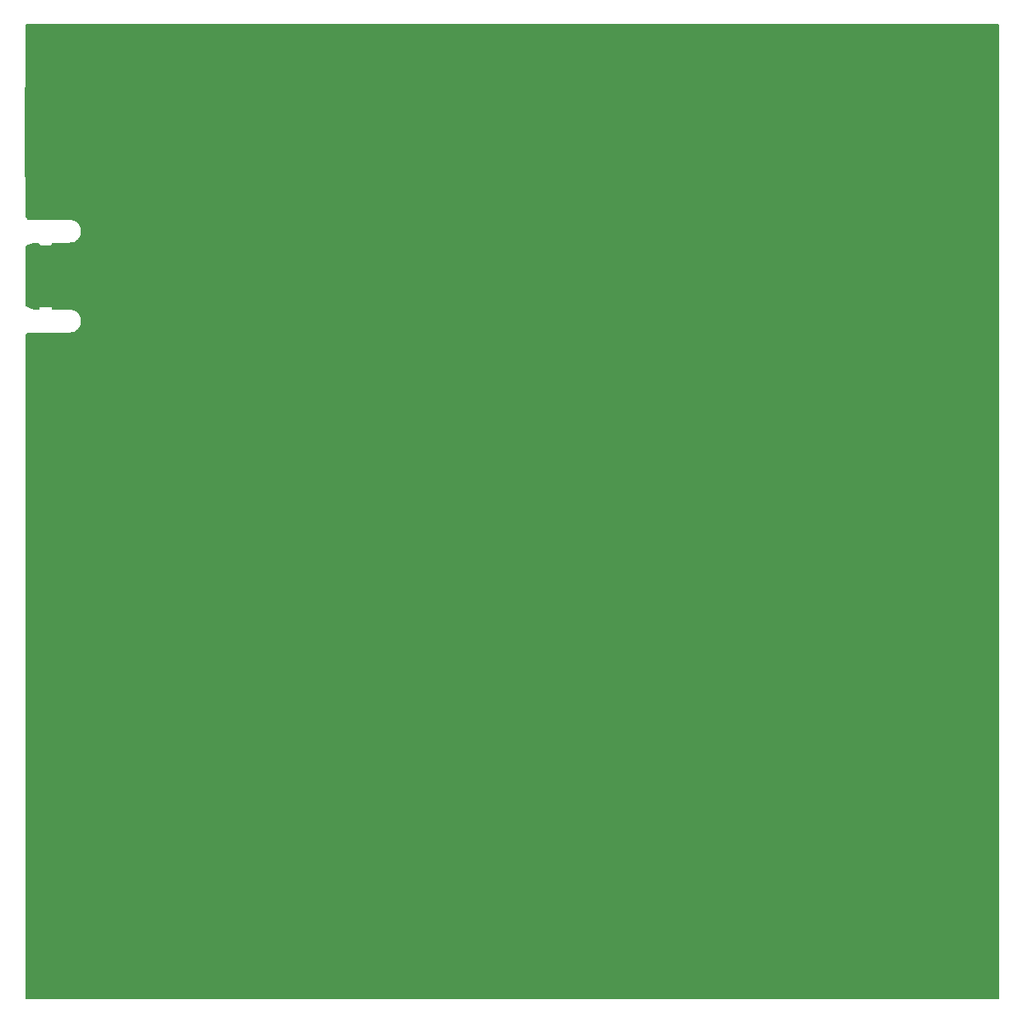
<source format=gbr>
G04 DipTrace 4.2.0.0*
G04 Top Silk.gbr*
%MOMM*%
G04 #@! TF.FileFunction,Legend,Top*
G04 #@! TF.Part,Single*
%AMOUTLINE0*
4,1,4,
-0.07071,0.98995,
0.98995,-0.07071,
0.07071,-0.98995,
-0.98995,0.07071,
-0.07071,0.98995,
0*%
%AMOUTLINE1*
4,1,4,
-0.07071,1.06066,
1.06066,-0.07071,
0.07071,-1.06066,
-1.06066,0.07071,
-0.07071,1.06066,
0*%
%AMOUTLINE2*
4,1,4,
-0.07071,0.91924,
0.91924,-0.07071,
0.07071,-0.91924,
-0.91924,0.07071,
-0.07071,0.91924,
0*%
%AMOUTLINE3*
4,1,4,
0.98995,0.07073,
-0.07069,-0.98995,
-0.98995,-0.07073,
0.07069,0.98995,
0.98995,0.07073,
0*%
%AMOUTLINE4*
4,1,4,
1.06066,0.07073,
-0.07069,-1.06066,
-1.06066,-0.07073,
0.07069,1.06066,
1.06066,0.07073,
0*%
%AMOUTLINE5*
4,1,4,
0.91924,0.07073,
-0.07069,-0.91924,
-0.91924,-0.07073,
0.07069,0.91924,
0.91924,0.07073,
0*%
%AMOUTLINE6*
4,1,4,
0.07073,-0.98995,
-0.98995,0.07069,
-0.07073,0.98995,
0.98995,-0.07069,
0.07073,-0.98995,
0*%
%AMOUTLINE7*
4,1,4,
0.07074,-1.06066,
-1.06066,0.07069,
-0.07074,1.06066,
1.06066,-0.07069,
0.07074,-1.06066,
0*%
%AMOUTLINE8*
4,1,4,
0.07073,-0.91924,
-0.91924,0.07069,
-0.07073,0.91924,
0.91924,-0.07069,
0.07073,-0.91924,
0*%
%ADD12C,0.14*%
%ADD13C,0.12*%
%ADD22C,0.9*%
%ADD25C,0.6*%
%ADD27C,0.03333*%
%ADD58C,0.48567*%
%ADD59C,3.2*%
%ADD60C,1.6*%
%ADD61C,1.7*%
%ADD62C,1.1*%
%ADD63C,1.14*%
%ADD64C,1.116*%
%ADD66R,0.5X1.4*%
%ADD67R,0.3X1.2*%
%ADD68R,0.7X1.4*%
%ADD69R,0.5X1.2*%
%ADD70C,1.8*%
%ADD72R,1.8X1.8*%
%ADD74R,1.2X0.7*%
%ADD75R,1.0X0.5*%
%ADD76R,2.25X3.35*%
%ADD77R,2.05X3.15*%
%ADD78R,2.25X1.05*%
%ADD79R,2.05X0.85*%
%ADD80R,0.7X2.25*%
%ADD81R,0.5X2.05*%
%ADD82R,0.6X1.9*%
%ADD83R,0.4X1.7*%
%ADD84R,1.9X0.6*%
%ADD85R,1.7X0.4*%
%ADD86R,1.8X0.6*%
%ADD87R,1.6X0.4*%
%ADD88R,0.6X1.8*%
%ADD89R,0.4X1.6*%
%ADD90R,1.1X1.7*%
%ADD91R,0.9X1.5*%
%ADD92C,1.85*%
%ADD94R,1.85X1.85*%
%ADD96O,2.3X1.1*%
%ADD98O,1.9X1.1*%
%ADD100R,1.25X0.7*%
%ADD101R,1.05X0.5*%
%ADD102R,1.25X0.4*%
%ADD103R,1.05X0.2*%
%ADD104R,4.1X0.35*%
%ADD105R,3.9X0.15*%
%ADD106R,3.6X0.35*%
%ADD107R,3.4X0.15*%
%ADD108O,1.8X7.1*%
%ADD109O,1.6X6.9*%
%ADD110R,1.6706X1.6706*%
%ADD112O,1.8X8.1*%
%ADD113O,1.6X7.9*%
%ADD114O,14.1X1.8*%
%ADD115O,13.9X1.6*%
%ADD116C,1.3*%
%ADD118R,1.3X1.9*%
%ADD119R,1.4X1.6*%
%ADD120R,1.2X1.4*%
%ADD121R,1.6X1.4*%
%ADD122R,1.4X1.2*%
%ADD127OUTLINE1*%
%ADD128OUTLINE2*%
%ADD130OUTLINE4*%
%ADD131OUTLINE5*%
%ADD133OUTLINE7*%
%ADD134OUTLINE8*%
G04 #@! TA.AperFunction,Conductor*
%ADD10C,0.25*%
G04 #@! TA.AperFunction,CopperBalancing*
%ADD15C,0.33*%
G04 #@! TA.AperFunction,Conductor*
%ADD16C,0.3*%
%ADD17C,0.1*%
%ADD18C,1.0*%
%ADD19C,0.95*%
%ADD20C,0.5*%
%ADD21C,0.4*%
%ADD23C,0.8*%
%ADD24C,0.2*%
G04 #@! TA.AperFunction,CopperBalancing*
%ADD26C,0.635*%
%ADD28R,1.5X1.3*%
%ADD29R,1.3X1.5*%
%ADD30R,1.2X1.8*%
G04 #@! TA.AperFunction,ComponentPad*
%ADD31R,1.7X1.7*%
%ADD32C,1.7*%
%ADD33C,1.2*%
%ADD34O,14.0X1.7*%
G04 #@! TA.AperFunction,ComponentPad*
%ADD35R,1.5706X1.5706*%
%ADD36O,1.7X8.0*%
%ADD37O,1.7X7.0*%
%ADD38R,3.5X0.25*%
%ADD39R,4.0X0.25*%
G04 #@! TA.AperFunction,ComponentPad*
%ADD40R,1.75X1.75*%
%ADD41C,1.75*%
%ADD42R,1.15X0.3*%
%ADD43R,1.15X0.6*%
G04 #@! TA.AperFunction,ComponentPad*
%ADD44O,1.8X1.0*%
%ADD45O,2.2X1.0*%
%ADD46R,1.0X1.6*%
%ADD47R,0.5X1.7*%
%ADD48R,1.7X0.5*%
%ADD49R,1.8X0.5*%
%ADD50R,0.5X1.8*%
%ADD51R,0.6X2.15*%
%ADD52R,2.15X0.95*%
%ADD53R,2.15X3.25*%
%ADD54R,1.1X0.6*%
%ADD55R,0.6X1.3*%
%ADD56R,0.4X1.3*%
G04 #@! TA.AperFunction,ViaPad*
%ADD57C,1.016*%
%ADD123C,0.11111*%
%ADD124C,0.16667*%
%ADD126OUTLINE0*%
%ADD129OUTLINE3*%
%ADD132OUTLINE6*%
%FSLAX35Y35*%
G04*
G71*
G90*
G75*
G01*
G04 TopSilk*
%LPD*%
X7108000Y5754000D2*
D10*
Y5246000D1*
X8632000D1*
Y5754000D1*
X7108000D1*
X5950000Y2440000D2*
X8570000D1*
Y5060000D1*
X5950000D1*
Y2440000D1*
X9630000Y6020000D2*
Y9420000D1*
X6230000D1*
Y6020000D1*
X9630000D1*
X5884000Y8756000D2*
X5376000D1*
Y6724000D1*
X5884000D1*
Y8756000D1*
X2140000Y2500000D2*
X4470000D1*
Y4920000D1*
X2140000D1*
Y2500000D1*
X9946000Y6962000D2*
X10454000D1*
Y7978000D1*
X9946000D1*
Y6962000D1*
X8770953Y9692987D2*
Y9947000D1*
X8009047D1*
Y9692987D1*
X8770953D1*
X3544030Y5412987D2*
Y5667000D1*
X3035970D1*
Y5412987D1*
X3544030D1*
X8792987Y5265970D2*
X9047000D1*
Y5774030D1*
X8792987D1*
Y5265970D1*
X5565000Y5952000D2*
Y6468000D1*
X4795000D1*
Y5952000D1*
X5565000D1*
X4967013Y9299853D2*
X4713000D1*
Y8791793D1*
X4967013D1*
Y9299853D1*
X5248000Y10315000D2*
X4732000D1*
Y9545000D1*
X5248000D1*
Y10315000D1*
X4941163Y5049117D2*
Y5565117D1*
X4171163D1*
Y5049117D1*
X4941163D1*
X4372994Y9549045D2*
X4627007Y9549049D1*
X4626993Y10310956D1*
X4372980Y10310951D1*
X4372994Y9549045D1*
X6094557Y5223587D2*
Y5739587D1*
X5324557D1*
Y5223587D1*
X6094557D1*
X4565006Y8812252D2*
X4564994Y9328252D1*
X3794994Y9328235D1*
X3795006Y8812235D1*
X4565006Y8812252D1*
X4655000Y5952000D2*
Y6468000D1*
X3885000D1*
Y5952000D1*
X4655000D1*
X3671489Y8933232D2*
X3671478Y9449232D1*
X2901478Y9449215D1*
X2901489Y8933215D1*
X3671489Y8933232D1*
X3705000Y5952000D2*
Y6468000D1*
X2935000D1*
Y5952000D1*
X3705000D1*
X1504267Y9443000D2*
D13*
X1330737D1*
G36*
X1760000Y10245000D2*
X1763263Y10244786D1*
X1766470Y10244148D1*
X1769567Y10243097D1*
X1772500Y10241651D1*
X1775219Y10239834D1*
X1777678Y10237678D1*
X1779834Y10235219D1*
X1781651Y10232500D1*
X1783097Y10229567D1*
X1784148Y10226470D1*
X1784786Y10223263D1*
X1785000Y10220000D1*
X1784786Y10216737D1*
X1784148Y10213530D1*
X1783097Y10210433D1*
X1781651Y10207500D1*
X1779834Y10204781D1*
X1777678Y10202322D1*
X1775219Y10200166D1*
X1772500Y10198349D1*
X1769567Y10196903D1*
X1766470Y10195852D1*
X1763263Y10195214D1*
X1760000Y10195000D1*
D1*
X1756737Y10195214D1*
X1753530Y10195852D1*
X1750433Y10196903D1*
X1747500Y10198349D1*
X1744781Y10200166D1*
X1742322Y10202322D1*
X1740166Y10204781D1*
X1738349Y10207500D1*
X1736903Y10210433D1*
X1735852Y10213530D1*
X1735214Y10216737D1*
X1735000Y10220000D1*
X1735214Y10223263D1*
X1735852Y10226470D1*
X1736903Y10229567D1*
X1738349Y10232500D1*
X1740166Y10235219D1*
X1742322Y10237678D1*
X1744781Y10239834D1*
X1747500Y10241651D1*
X1750433Y10243097D1*
X1753530Y10244148D1*
X1756737Y10244786D1*
X1760000Y10245000D1*
D1*
G37*
X1084267Y9443000D2*
D13*
X987500D1*
Y10357000D1*
X1084267D1*
X1330737D2*
X1504267D1*
X2745000Y5952000D2*
D10*
Y6468000D1*
X1975000D1*
Y5952000D1*
X2745000D1*
X1431030Y6739339D2*
X1947030Y6739348D1*
X1947016Y7509348D1*
X1431016Y7509339D1*
X1431030Y6739339D1*
X4995000Y7690005D2*
D13*
X4995002Y7560005D1*
X4950002Y7560004D1*
X4950003Y7529004D1*
X4901004Y7480003D1*
X4870004Y7480002D1*
Y7464966D1*
X4485000Y7689995D2*
X4484998Y7819995D1*
X4529998Y7819996D1*
X4529997Y7850996D1*
X4578996Y7899997D1*
X4609996Y7899998D1*
Y7915034D1*
X4640000Y7690000D2*
G02X4640000Y7690000I100000J0D01*
G01*
X4560000D2*
G02X4560000Y7690000I180000J0D01*
G01*
X4862008Y7435002D2*
X4618001Y7434998D1*
X4610004Y7464961D2*
Y7479998D1*
X4579004Y7479997D1*
X4530003Y7528996D1*
X4530002Y7559996D1*
X4485002Y7559995D1*
X4485000Y7689995D1*
X4617992Y7944998D2*
X4861999Y7945002D1*
X4869996Y7915039D2*
Y7900002D1*
X4900996Y7900003D1*
X4949997Y7851004D1*
X4949998Y7820004D1*
X4994998Y7820005D1*
X4995000Y7690005D1*
G36*
X4637007Y7315998D2*
X4633744Y7316212D1*
X4630536Y7316850D1*
X4627440Y7317901D1*
X4624507Y7319347D1*
X4621788Y7321164D1*
X4619329Y7323320D1*
X4617173Y7325779D1*
X4615356Y7328498D1*
X4613910Y7331431D1*
X4612858Y7334527D1*
X4612220Y7337734D1*
X4612006Y7340998D1*
X4612220Y7344261D1*
X4612858Y7347468D1*
X4613909Y7350565D1*
X4615356Y7353498D1*
X4617172Y7356217D1*
X4619328Y7358675D1*
X4621787Y7360832D1*
X4624506Y7362649D1*
X4627439Y7364095D1*
X4630535Y7365146D1*
X4633743Y7365784D1*
X4637006Y7365998D1*
D1*
X4640269Y7365784D1*
X4643476Y7365146D1*
X4646573Y7364095D1*
X4649506Y7362649D1*
X4652225Y7360832D1*
X4654684Y7358676D1*
X4656840Y7356218D1*
X4658657Y7353499D1*
X4660103Y7350566D1*
X4661154Y7347469D1*
X4661792Y7344262D1*
X4662006Y7340999D1*
X4661793Y7337735D1*
X4661155Y7334528D1*
X4660104Y7331431D1*
X4658657Y7328499D1*
X4656841Y7325779D1*
X4654684Y7323321D1*
X4652226Y7321165D1*
X4649507Y7319348D1*
X4646574Y7317901D1*
X4643477Y7316850D1*
X4640270Y7316212D1*
X4637007Y7315998D1*
D1*
G37*
X3012977Y3414030D2*
D10*
X3593020D1*
Y3993970D1*
X3012977D1*
Y3414030D1*
G36*
X2954803Y3282680D2*
X2954625Y3279958D1*
X2954093Y3277282D1*
X2953216Y3274698D1*
X2952009Y3272252D1*
X2950493Y3269983D1*
X2948695Y3267932D1*
X2946643Y3266133D1*
X2944375Y3264618D1*
X2941928Y3263411D1*
X2939345Y3262534D1*
X2936669Y3262002D1*
X2933947Y3261823D1*
X2931224Y3262002D1*
X2928549Y3262534D1*
X2925965Y3263411D1*
X2923518Y3264618D1*
X2921250Y3266133D1*
X2919199Y3267932D1*
X2917400Y3269983D1*
X2915884Y3272252D1*
X2914678Y3274699D1*
X2913801Y3277282D1*
X2913268Y3279958D1*
X2913090Y3282680D1*
Y3282980D1*
X2913268Y3285702D1*
X2913801Y3288378D1*
X2914678Y3290961D1*
X2915884Y3293408D1*
X2917400Y3295677D1*
X2919199Y3297728D1*
X2921250Y3299527D1*
X2923518Y3301042D1*
X2925965Y3302249D1*
X2928549Y3303126D1*
X2931224Y3303658D1*
X2933947Y3303837D1*
X2936669Y3303658D1*
X2939345Y3303126D1*
X2941928Y3302249D1*
X2944375Y3301042D1*
X2946643Y3299527D1*
X2948695Y3297728D1*
X2950493Y3295677D1*
X2952009Y3293408D1*
X2953216Y3290962D1*
X2954093Y3288378D1*
X2954625Y3285702D1*
X2954803Y3282980D1*
Y3282680D1*
G37*
G36*
X3012977Y3414030D2*
X3092970D1*
X3012977Y3494020D1*
Y3414030D1*
G37*
X8576063Y7067937D2*
D10*
Y8368063D1*
X7275937D1*
Y7067937D1*
X8576063D1*
G36*
X8707868Y7058367D2*
X8710401Y7058201D1*
X8712890Y7057706D1*
X8715293Y7056890D1*
X8717569Y7055767D1*
X8719679Y7054357D1*
X8721587Y7052684D1*
X8723261Y7050776D1*
X8724671Y7048666D1*
X8725793Y7046390D1*
X8726609Y7043987D1*
X8727104Y7041497D1*
X8727270Y7038965D1*
X8727104Y7036433D1*
X8726609Y7033943D1*
X8725793Y7031540D1*
X8724671Y7029264D1*
X8723261Y7027154D1*
X8721587Y7025246D1*
X8719679Y7023573D1*
X8717569Y7022163D1*
X8715293Y7021040D1*
X8712890Y7020224D1*
X8710401Y7019729D1*
X8707868Y7019563D1*
X8707695D1*
X8705163Y7019729D1*
X8702673Y7020224D1*
X8700270Y7021040D1*
X8697994Y7022163D1*
X8695884Y7023573D1*
X8693976Y7025246D1*
X8692303Y7027154D1*
X8690893Y7029264D1*
X8689770Y7031540D1*
X8688954Y7033943D1*
X8688459Y7036433D1*
X8688293Y7038965D1*
X8688459Y7041497D1*
X8688954Y7043987D1*
X8689770Y7046390D1*
X8690893Y7048666D1*
X8692303Y7050776D1*
X8693976Y7052684D1*
X8695884Y7054357D1*
X8697994Y7055767D1*
X8700270Y7056890D1*
X8702673Y7057706D1*
X8705163Y7058201D1*
X8707695Y7058367D1*
X8707868D1*
G37*
G36*
X8576063Y7067937D2*
Y7167987D1*
X8476013Y7067937D1*
X8576063D1*
G37*
X6825060Y3315060D2*
D10*
X7694940D1*
Y4184940D1*
X6825060D1*
Y3315060D1*
G36*
X6779983Y3119963D2*
X6776064Y3120220D1*
X6772211Y3120987D1*
X6768491Y3122249D1*
X6764968Y3123987D1*
X6761702Y3126169D1*
X6758749Y3128759D1*
X6756159Y3131712D1*
X6753977Y3134978D1*
X6752239Y3138501D1*
X6750977Y3142221D1*
X6750210Y3146074D1*
X6749953Y3149993D1*
X6750210Y3153913D1*
X6750977Y3157766D1*
X6752239Y3161485D1*
X6753977Y3165008D1*
X6756159Y3168274D1*
X6758749Y3171228D1*
X6761702Y3173818D1*
X6764968Y3176000D1*
X6768491Y3177737D1*
X6772211Y3179000D1*
X6776064Y3179766D1*
X6779983Y3180023D1*
D1*
X6783903Y3179766D1*
X6787756Y3179000D1*
X6791475Y3177737D1*
X6794998Y3176000D1*
X6798264Y3173818D1*
X6801218Y3171228D1*
X6803808Y3168274D1*
X6805990Y3165008D1*
X6807727Y3161485D1*
X6808990Y3157766D1*
X6809756Y3153913D1*
X6810013Y3149993D1*
X6809756Y3146074D1*
X6808990Y3142221D1*
X6807727Y3138501D1*
X6805990Y3134978D1*
X6803808Y3131712D1*
X6801218Y3128759D1*
X6798264Y3126169D1*
X6794998Y3123987D1*
X6791475Y3122249D1*
X6787756Y3120987D1*
X6783903Y3120220D1*
X6779983Y3119963D1*
D1*
G37*
G36*
X6829020Y3317040D2*
X6831000Y3411947D1*
X6829020Y3317040D1*
G37*
G36*
X6820043Y3329977D2*
Y3449963D1*
X6959963Y3310043D1*
X6820043Y3329977D1*
G37*
X4416703Y8056427D2*
D10*
X2603297Y8056557D1*
Y7283443D1*
X4416703Y7283573D1*
Y7283443D2*
Y7603567D1*
Y8056557D2*
Y7736433D1*
G03X4416703Y7603567I-9588J-66433D01*
G01*
G36*
X2733273Y10437793D2*
X2730720Y10437961D1*
X2728210Y10438460D1*
X2725787Y10439283D1*
X2723492Y10440414D1*
X2721364Y10441836D1*
X2719440Y10443523D1*
X2717753Y10445447D1*
X2716331Y10447575D1*
X2715199Y10449870D1*
X2714377Y10452293D1*
X2713877Y10454803D1*
X2713710Y10457357D1*
X2713877Y10459910D1*
X2714377Y10462420D1*
X2715199Y10464843D1*
X2716331Y10467138D1*
X2717753Y10469266D1*
X2719440Y10471190D1*
X2721364Y10472877D1*
X2723492Y10474299D1*
X2725787Y10475431D1*
X2728210Y10476253D1*
X2730720Y10476753D1*
X2733273Y10476920D1*
X2733340D1*
X2735894Y10476753D1*
X2738403Y10476253D1*
X2740827Y10475431D1*
X2743122Y10474299D1*
X2745249Y10472877D1*
X2747173Y10471190D1*
X2748861Y10469266D1*
X2750282Y10467138D1*
X2751414Y10464843D1*
X2752237Y10462420D1*
X2752736Y10459910D1*
X2752903Y10457357D1*
X2752736Y10454803D1*
X2752237Y10452293D1*
X2751414Y10449870D1*
X2750282Y10447575D1*
X2748861Y10445447D1*
X2747173Y10443523D1*
X2745249Y10441836D1*
X2743122Y10440414D1*
X2740827Y10439283D1*
X2738403Y10438460D1*
X2735894Y10437961D1*
X2733340Y10437793D1*
X2733273D1*
G37*
X2960000Y10459997D2*
D10*
Y9800027D1*
X3240000Y10459997D2*
Y9800027D1*
X2960000D2*
X3240000D1*
X2960000Y10459997D2*
X3240000D1*
G36*
X2153220Y10053368D2*
X2153387Y10055920D1*
X2153886Y10058429D1*
X2154708Y10060850D1*
X2155839Y10063144D1*
X2157260Y10065271D1*
X2158947Y10067193D1*
X2160869Y10068880D1*
X2162996Y10070301D1*
X2165290Y10071432D1*
X2167711Y10072254D1*
X2170220Y10072753D1*
X2172772Y10072920D1*
X2175324Y10072753D1*
X2177832Y10072254D1*
X2180254Y10071432D1*
X2182548Y10070301D1*
X2184674Y10068880D1*
X2186597Y10067193D1*
X2188283Y10065271D1*
X2189704Y10063144D1*
X2190835Y10060850D1*
X2191657Y10058429D1*
X2192156Y10055920D1*
X2192323Y10053368D1*
Y10053355D1*
X2192156Y10050803D1*
X2191657Y10048295D1*
X2190835Y10045873D1*
X2189704Y10043579D1*
X2188283Y10041453D1*
X2186597Y10039530D1*
X2184674Y10037844D1*
X2182548Y10036423D1*
X2180254Y10035292D1*
X2177832Y10034470D1*
X2175324Y10033971D1*
X2172772Y10033803D1*
X2170220Y10033971D1*
X2167711Y10034470D1*
X2165290Y10035292D1*
X2162996Y10036423D1*
X2160869Y10037844D1*
X2158947Y10039530D1*
X2157260Y10041453D1*
X2155839Y10043579D1*
X2154708Y10045873D1*
X2153886Y10048295D1*
X2153387Y10050803D1*
X2153220Y10053355D1*
Y10053368D1*
G37*
X2310097Y10039993D2*
D10*
Y9740000D1*
X2390083Y10039993D2*
Y9740000D1*
X2310097D2*
X2390083D1*
X2310097Y10039993D2*
X2390083D1*
X3303780Y2357177D2*
Y2103163D1*
X4065687D1*
Y2357177D1*
X3303780D1*
X8815740Y2170700D2*
X9069753D1*
Y2932607D1*
X8815740D1*
Y2170700D1*
X7844790Y10497989D2*
X7844797Y10243975D1*
X8606704Y10243998D1*
X8606696Y10498011D1*
X7844790Y10497989D1*
X2890000Y8550000D2*
D17*
Y8680007D1*
X2570000D1*
Y8550000D1*
X2890000D1*
X4560000Y3820000D2*
D27*
X5030000D1*
Y3050000D1*
X4560000D1*
Y3820000D1*
X5240000Y1100000D2*
X9230000Y1110000D1*
X5540000Y4990000D2*
D24*
X5890000Y5150000D1*
X7050000Y5360000D1*
G36*
X10714854Y10253482D2*
X10712187Y10250815D1*
Y10184149D1*
X10709359Y10181252D1*
X10707979Y10181686D1*
X10706854Y10184149D1*
X10669520Y10221482D1*
X10656187Y10232149D1*
X10648187Y10237482D1*
X10632187Y10245482D1*
X10610854Y10250815D1*
X10589520D1*
X10573520Y10245482D1*
X10568187Y10242815D1*
X10549520Y10224149D1*
X10541520Y10208149D1*
X10538854Y10200149D1*
X10536187Y10181482D1*
Y10173482D1*
X10538854Y10157482D1*
X10541520Y10146815D1*
X10549520Y10130815D1*
X10554854Y10122815D1*
X10560187Y10117482D1*
X10570854Y10109482D1*
X10581520Y10104149D1*
X10589520Y10101482D1*
X10602854Y10098815D1*
X10618854D1*
Y10149482D1*
X10605520Y10152149D1*
X10597520Y10154815D1*
X10592187Y10157482D1*
X10586854Y10162815D1*
Y10165482D1*
X10584187Y10168149D1*
Y10184149D1*
X10592187Y10192149D1*
X10597520Y10194815D1*
X10604631Y10197482D1*
X10611743D1*
X10618854Y10194815D1*
X10640187Y10184149D1*
X10642854Y10181482D1*
X10653520Y10173482D1*
X10658854Y10170815D1*
X10685520Y10144149D1*
Y10141482D1*
X10696187Y10128149D1*
X10712187Y10104149D1*
X10714854Y10101482D1*
X10757520D1*
Y10253482D1*
X10714854D1*
G37*
G36*
Y10069482D2*
X10712187Y10066815D1*
Y10000149D1*
X10709359Y9997252D1*
X10707979Y9997686D1*
X10706854Y10000149D1*
X10669520Y10037482D1*
X10656187Y10048149D1*
X10648187Y10053482D1*
X10632187Y10061482D1*
X10610854Y10066815D1*
X10589520D1*
X10573520Y10061482D1*
X10568187Y10058815D1*
X10549520Y10040149D1*
X10541520Y10024149D1*
X10538854Y10016149D1*
X10536187Y9997482D1*
Y9989482D1*
X10538854Y9973482D1*
X10541520Y9962815D1*
X10549520Y9946815D1*
X10554854Y9938815D1*
X10560187Y9933482D1*
X10570854Y9925482D1*
X10581520Y9920149D1*
X10589520Y9917482D1*
X10602854Y9914815D1*
X10618854D1*
Y9965482D1*
X10605520Y9968149D1*
X10597520Y9970815D1*
X10592187Y9973482D1*
X10586854Y9978815D1*
Y9981482D1*
X10584187Y9984149D1*
Y10000149D1*
X10592187Y10008149D1*
X10597520Y10010815D1*
X10604631Y10013482D1*
X10611743D1*
X10618854Y10010815D1*
X10640187Y10000149D1*
X10642854Y9997482D1*
X10653520Y9989482D1*
X10658854Y9986815D1*
X10685520Y9960149D1*
Y9957482D1*
X10696187Y9944149D1*
X10712187Y9920149D1*
X10714854Y9917482D1*
X10757520D1*
Y10069482D1*
X10714854D1*
G37*
G36*
X10541520Y9832149D2*
X10540644Y9828914D1*
X10538854Y9826815D1*
X10536187Y9813482D1*
Y9802815D1*
X10538854Y9789482D1*
X10541520Y9778815D1*
X10549520Y9762815D1*
X10554854Y9754815D1*
X10565520Y9744149D1*
X10573520Y9738815D1*
X10584187Y9733482D1*
X10600187Y9728149D1*
X10698854D1*
X10714854Y9733482D1*
X10725520Y9738815D1*
X10733520Y9744149D1*
X10744187Y9754815D1*
X10749520Y9762815D1*
X10754854Y9773482D1*
X10760187Y9789482D1*
X10762854Y9808149D1*
X10760187Y9826815D1*
X10757520Y9837482D1*
X10749520Y9853482D1*
X10744187Y9861482D1*
X10733520Y9872149D1*
X10720187Y9880149D1*
X10704187Y9885482D1*
X10690854Y9888149D1*
X10610854D1*
X10594854Y9885482D1*
X10578854Y9880149D1*
X10562854Y9869482D1*
X10557520Y9864149D1*
X10549520Y9853482D1*
X10541520Y9837482D1*
Y9832149D1*
X10605520D1*
X10634854Y9834815D1*
X10664187D1*
X10693520Y9832149D1*
X10701520Y9829482D1*
X10706854Y9826815D1*
X10712187Y9821482D1*
Y9818815D1*
X10714854Y9816149D1*
Y9800149D1*
X10712187Y9797482D1*
Y9794815D1*
X10704187Y9786815D1*
X10696187Y9784149D1*
X10664187Y9781482D1*
X10632187D1*
X10600187Y9784149D1*
X10594854Y9786815D1*
X10584187Y9797482D1*
Y9816149D1*
X10586854Y9818815D1*
Y9821482D1*
X10594854Y9829482D1*
X10605520Y9832149D1*
X10541520D1*
G37*
G36*
X10714854Y9701482D2*
X10712187Y9698815D1*
Y9632149D1*
X10709359Y9629252D1*
X10707979Y9629686D1*
X10706854Y9632149D1*
X10669520Y9669482D1*
X10656187Y9680149D1*
X10648187Y9685482D1*
X10632187Y9693482D1*
X10610854Y9698815D1*
X10589520D1*
X10573520Y9693482D1*
X10568187Y9690815D1*
X10549520Y9672149D1*
X10541520Y9656149D1*
X10538854Y9648149D1*
X10536187Y9629482D1*
Y9621482D1*
X10538854Y9605482D1*
X10541520Y9594815D1*
X10549520Y9578815D1*
X10554854Y9570815D1*
X10560187Y9565482D1*
X10570854Y9557482D1*
X10581520Y9552149D1*
X10589520Y9549482D1*
X10602854Y9546815D1*
X10618854D1*
Y9597482D1*
X10605520Y9600149D1*
X10597520Y9602815D1*
X10592187Y9605482D1*
X10586854Y9610815D1*
Y9613482D1*
X10584187Y9616149D1*
Y9632149D1*
X10592187Y9640149D1*
X10597520Y9642815D1*
X10604631Y9645482D1*
X10611743D1*
X10618854Y9642815D1*
X10640187Y9632149D1*
X10642854Y9629482D1*
X10653520Y9621482D1*
X10658854Y9618815D1*
X10685520Y9592149D1*
Y9589482D1*
X10696187Y9576149D1*
X10712187Y9552149D1*
X10714854Y9549482D1*
X10757520D1*
Y9701482D1*
X10714854D1*
G37*
G36*
X10544187Y9472149D2*
Y9464149D1*
X10541520Y9461482D1*
Y9362815D1*
X10757520D1*
Y9416149D1*
X10688187Y9418815D1*
Y9464149D1*
X10685520Y9477482D1*
X10682854Y9482815D1*
X10680187Y9490815D1*
X10674854Y9498815D1*
X10661520Y9512149D1*
X10648187Y9520149D1*
X10640187Y9522815D1*
X10629520Y9525482D1*
X10597520D1*
X10581520Y9520149D1*
X10576187Y9517482D1*
X10568187Y9512149D1*
X10552187Y9496149D1*
X10549520Y9490815D1*
X10546854Y9482815D1*
X10544187Y9477482D1*
Y9472149D1*
X10602854D1*
X10610854Y9474815D1*
X10618854D1*
X10626854Y9472149D1*
X10632187Y9469482D1*
X10637520Y9464149D1*
Y9461482D1*
X10640187Y9453482D1*
X10642854Y9450815D1*
Y9418815D1*
X10624187Y9416149D1*
X10605520D1*
X10586854Y9418815D1*
Y9448149D1*
X10589520Y9450815D1*
X10592187Y9461482D1*
Y9464149D1*
X10597520Y9469482D1*
X10602854Y9472149D1*
X10544187D1*
G37*
G36*
X10541520Y9320149D2*
Y9266815D1*
X10757520D1*
Y9320149D1*
X10541520D1*
G37*
G36*
X10549520Y9176149D2*
Y9170815D1*
X10546854Y9168149D1*
X10544187Y9160149D1*
X10541520Y9146815D1*
Y9045482D1*
X10757520D1*
Y9136149D1*
X10754854Y9154815D1*
X10752187Y9165482D1*
X10749520Y9173482D1*
X10738854Y9194815D1*
X10722854Y9210815D1*
X10712187Y9218815D1*
X10706854Y9221482D1*
X10693520Y9226815D1*
X10685520Y9229482D1*
X10672187Y9232149D1*
X10626854D1*
X10613520Y9229482D1*
X10605520Y9226815D1*
X10584187Y9216149D1*
X10573520Y9208149D1*
X10562854Y9197482D1*
X10552187Y9181482D1*
X10549520Y9176149D1*
X10626854D1*
X10641965Y9178815D1*
X10657076D1*
X10672187Y9176149D1*
X10682854Y9173482D1*
X10685520Y9170815D1*
X10696187Y9162815D1*
X10698854Y9160149D1*
X10701460Y9157352D1*
X10703660Y9154021D1*
X10704187Y9152149D1*
X10706854Y9146815D1*
X10709520Y9128149D1*
X10712187Y9125482D1*
Y9104149D1*
X10709520Y9101482D1*
X10669520Y9098815D1*
X10629520D1*
X10589520Y9101482D1*
X10586854Y9104149D1*
Y9130815D1*
X10589520Y9133482D1*
X10592187Y9146815D1*
Y9152149D1*
X10608187Y9168149D1*
X10618854Y9173482D1*
X10626854Y9176149D1*
X10549520D1*
G37*
G36*
X10541520Y8938815D2*
Y8896149D1*
X10544187Y8893482D1*
X10650854Y8850815D1*
X10669520Y8842815D1*
X10749520Y8810815D1*
X10757520Y8808149D1*
Y8866815D1*
X10736187Y8874815D1*
X10728187Y8877482D1*
X10725520Y8880149D1*
Y8954815D1*
X10757520Y8965482D1*
Y9024149D1*
X10749520Y9021482D1*
X10728187Y9013482D1*
X10541520Y8938815D1*
X10677520D1*
X10679512Y8940528D1*
X10680894Y8940372D1*
X10682854Y8938815D1*
Y8896149D1*
X10679298Y8893482D1*
X10675743D1*
X10672187Y8896149D1*
X10656187Y8901482D1*
X10629520Y8909482D1*
X10618854Y8912149D1*
X10610854Y8914815D1*
X10608187Y8917482D1*
X10632187Y8925482D1*
X10642854Y8928149D1*
X10669520Y8936149D1*
X10677520Y8938815D1*
X10541520D1*
G37*
G36*
X10634854Y8792149D2*
Y8666815D1*
X10677520D1*
Y8728149D1*
X10679512Y8729861D1*
X10680894Y8729706D1*
X10682854Y8728149D1*
X10693520Y8722815D1*
X10706854Y8709482D1*
Y8706815D1*
X10709520Y8701482D1*
X10712187Y8693482D1*
X10714854Y8690815D1*
Y8664149D1*
X10712187Y8661482D1*
X10709520Y8653482D1*
X10706854Y8648149D1*
X10701520Y8640149D1*
X10700644Y8636914D1*
X10698854Y8634815D1*
X10693520Y8632149D1*
X10688187Y8626815D1*
X10677520Y8621482D1*
X10666854Y8618815D1*
X10654409Y8616149D1*
X10641965D1*
X10629520Y8618815D1*
X10621520Y8621482D1*
X10610854Y8626815D1*
X10605520Y8632149D1*
X10600187Y8634815D1*
X10597025Y8637813D1*
X10597520Y8640149D1*
X10592187Y8648149D1*
X10589520Y8653482D1*
X10586854Y8661482D1*
X10584187Y8664149D1*
Y8690815D1*
X10586854Y8693482D1*
X10589520Y8698815D1*
X10597520Y8712149D1*
X10598039Y8714039D1*
X10600187Y8717482D1*
X10605520Y8720149D1*
X10610854Y8725482D1*
Y8786815D1*
X10597520Y8781482D1*
X10584187Y8773482D1*
X10560187Y8749482D1*
X10549520Y8733482D1*
X10546854Y8725482D1*
X10544187Y8720149D1*
X10541520Y8712149D1*
X10538854Y8701482D1*
X10536187Y8682815D1*
Y8674815D1*
X10538854Y8653482D1*
X10541520Y8642815D1*
X10544187Y8634815D1*
X10554854Y8613482D1*
X10560187Y8605482D1*
X10584187Y8581482D1*
X10602854Y8570815D1*
X10621520Y8565482D1*
X10634854Y8562815D1*
X10664187D1*
X10685520Y8568149D1*
X10693520Y8570815D1*
X10704187Y8576149D1*
X10712187Y8581482D1*
X10722854Y8589482D1*
X10736187Y8602815D1*
X10744187Y8613482D1*
X10754854Y8634815D1*
X10757520Y8645482D1*
X10760187Y8653482D1*
X10762854Y8674815D1*
Y8680149D1*
X10760187Y8701482D1*
X10757520Y8712149D1*
X10754854Y8720149D1*
X10744187Y8741482D1*
X10738854Y8749482D1*
X10714854Y8773482D1*
X10693520Y8784149D1*
X10677520Y8789482D1*
X10666854Y8792149D1*
X10634854D1*
G37*
G36*
X10541520Y8533482D2*
Y8413482D1*
X10757520D1*
Y8533482D1*
X10712187D1*
Y8469482D1*
X10697965Y8466815D1*
X10683743D1*
X10669520Y8469482D1*
Y8530815D1*
X10624187D1*
Y8469482D1*
X10611743Y8466815D1*
X10599298D1*
X10586854Y8469482D1*
Y8533482D1*
X10541520D1*
G37*
G36*
Y8370815D2*
Y8301482D1*
X10546854Y8298815D1*
X10554854Y8296149D1*
X10608187Y8280149D1*
X10626854Y8274815D1*
X10653520Y8266815D1*
X10664187Y8264149D1*
X10680187Y8258815D1*
X10682854Y8256149D1*
X10666854Y8250815D1*
X10656187Y8248149D1*
X10621520Y8237482D1*
X10541520Y8213482D1*
Y8141482D1*
X10757520D1*
Y8192149D1*
X10698854D1*
X10665076Y8189482D1*
X10631298D1*
X10597520Y8192149D1*
X10602854Y8194815D1*
X10613520Y8197482D1*
X10706854Y8224149D1*
X10736187Y8232149D1*
X10754854Y8237482D1*
X10757520Y8240149D1*
Y8274815D1*
X10749520Y8277482D1*
X10618854Y8314815D1*
X10608187Y8317482D1*
X10600187Y8320149D1*
X10757520Y8322815D1*
Y8370815D1*
X10541520D1*
G37*
X4930707Y10481667D2*
D124*
X4865007Y10365091D1*
X4799476Y10481667D1*
X4109293Y9683865D2*
X4240524D1*
X4174993Y9618333D2*
Y9749565D1*
X4098427Y9870330D2*
Y9797554D1*
X4163959Y9790311D1*
X4156715Y9797554D1*
X4149303Y9819454D1*
Y9841186D1*
X4156715Y9863086D1*
X4171203Y9877742D1*
X4193103Y9884986D1*
X4207590D1*
X4229490Y9877742D1*
X4244146Y9863086D1*
X4251390Y9841186D1*
Y9819454D1*
X4244146Y9797554D1*
X4236734Y9790311D1*
X4222246Y9782898D1*
X4098259Y9918319D2*
X4251390Y9976607D1*
X4098259Y10034895D1*
X4109293Y10268170D2*
X4240524D1*
X4174993Y10202638D2*
Y10333870D1*
X4098427Y10381859D2*
Y10461878D1*
X4156715Y10418247D1*
Y10440147D1*
X4163959Y10454635D1*
X4171203Y10461878D1*
X4193103Y10469291D1*
X4207590D1*
X4229490Y10461878D1*
X4244146Y10447391D1*
X4251390Y10425491D1*
Y10403591D1*
X4244146Y10381859D1*
X4236734Y10374615D1*
X4222246Y10367203D1*
X4244146Y10517280D2*
X4251390Y10509868D1*
X4244146Y10502624D1*
X4236734Y10509868D1*
X4244146Y10517280D1*
X4258634D1*
X4273290Y10509868D1*
X4280534Y10502624D1*
X4098427Y10565270D2*
Y10645289D1*
X4156715Y10601657D1*
Y10623557D1*
X4163959Y10638045D1*
X4171203Y10645289D1*
X4193103Y10652701D1*
X4207590D1*
X4229490Y10645289D1*
X4244146Y10630801D1*
X4251390Y10608901D1*
Y10587001D1*
X4244146Y10565270D1*
X4236734Y10558026D1*
X4222246Y10550614D1*
X4098259Y10686035D2*
X4251390Y10744322D1*
X4098259Y10802610D1*
X4712181Y9406034D2*
X4583293Y9370060D1*
X4619386Y9498829D1*
X3842181Y9526034D2*
X3713293Y9490060D1*
X3749386Y9618829D1*
X2912181Y6556034D2*
X2783293Y6520060D1*
X2819386Y6648829D1*
X2056034Y6567819D2*
X2020060Y6696707D1*
X2148829Y6660614D1*
X3882181Y6556034D2*
X3753293Y6520060D1*
X3789386Y6648829D1*
X4812181Y6556034D2*
X4683293Y6520060D1*
X4719386Y6648829D1*
X5742181Y6536034D2*
X5613293Y6500060D1*
X5649386Y6628829D1*
X6282181Y5806034D2*
X6153293Y5770060D1*
X6189386Y5898829D1*
X5122181Y5636034D2*
X4993293Y5600060D1*
X5029386Y5728829D1*
X4680707Y4021667D2*
X4615007Y3905091D1*
X4549476Y4021667D1*
X4608333Y3742429D2*
X4622989Y3749841D1*
X4644889Y3771573D1*
Y3618610D1*
X4820045Y3735185D2*
Y3742429D1*
X4827289Y3757085D1*
X4834533Y3764329D1*
X4849189Y3771573D1*
X4878333D1*
X4892821Y3764329D1*
X4900065Y3757085D1*
X4907477Y3742429D1*
Y3727941D1*
X4900065Y3713285D1*
X4885577Y3691554D1*
X4812633Y3618610D1*
X4914721D1*
X5082464Y3720697D2*
Y3618610D1*
Y3691554D2*
X5104364Y3713454D1*
X5119021Y3720697D1*
X5140752D1*
X5155408Y3713454D1*
X5162652Y3691554D1*
Y3618610D1*
Y3691554D2*
X5184552Y3713454D1*
X5199208Y3720697D1*
X5220940D1*
X5235596Y3713454D1*
X5243008Y3691554D1*
Y3618610D1*
X5276342Y3676897D2*
X5363773D1*
Y3691554D1*
X5356529Y3706210D1*
X5349285Y3713454D1*
X5334629Y3720697D1*
X5312729D1*
X5298242Y3713454D1*
X5283585Y3698797D1*
X5276342Y3676897D1*
Y3662410D1*
X5283585Y3640510D1*
X5298242Y3626022D1*
X5312729Y3618610D1*
X5334629D1*
X5349285Y3626022D1*
X5363773Y3640510D1*
X5484538Y3713454D2*
Y3596710D1*
X5477294Y3574978D1*
X5470050Y3567566D1*
X5455394Y3560322D1*
X5433494D1*
X5419006Y3567566D1*
X5484538Y3691554D2*
X5470050Y3706041D1*
X5455394Y3713454D1*
X5433494D1*
X5419006Y3706041D1*
X5404350Y3691554D1*
X5397106Y3669654D1*
Y3654997D1*
X5404350Y3633266D1*
X5419006Y3618610D1*
X5433494Y3611366D1*
X5455394D1*
X5470050Y3618610D1*
X5484538Y3633266D1*
X5605303Y3720697D2*
Y3618610D1*
Y3698797D2*
X5590815Y3713454D1*
X5576159Y3720697D1*
X5554427D1*
X5539771Y3713454D1*
X5525284Y3698797D1*
X5517871Y3676897D1*
Y3662410D1*
X5525284Y3640510D1*
X5539771Y3626022D1*
X5554427Y3618610D1*
X5576159D1*
X5590815Y3626022D1*
X5605303Y3640510D1*
X5638636Y3742429D2*
X5653292Y3749841D1*
X5675192Y3771573D1*
Y3618610D1*
X5795957Y3749841D2*
X5788713Y3764329D1*
X5766813Y3771573D1*
X5752326D1*
X5730426Y3764329D1*
X5715769Y3742429D1*
X5708526Y3706041D1*
Y3669654D1*
X5715769Y3640510D1*
X5730426Y3625854D1*
X5752326Y3618610D1*
X5759569D1*
X5781301Y3625854D1*
X5795957Y3640510D1*
X5803201Y3662410D1*
Y3669654D1*
X5795957Y3691554D1*
X5781301Y3706041D1*
X5759569Y3713285D1*
X5752326D1*
X5730426Y3706041D1*
X5715769Y3691554D1*
X5708526Y3669654D1*
X4622989Y3509209D2*
X4703009D1*
X4659377Y3450921D1*
X4681277D1*
X4695765Y3443677D1*
X4703009Y3436434D1*
X4710421Y3414534D1*
Y3400046D1*
X4703009Y3378146D1*
X4688521Y3363490D1*
X4666621Y3356246D1*
X4644721D1*
X4622989Y3363490D1*
X4615746Y3370902D1*
X4608333Y3385390D1*
X4951108Y3356246D2*
Y3509209D1*
X4878165Y3407290D1*
X4987496D1*
X5155240Y3458334D2*
Y3356246D1*
Y3429190D2*
X5177140Y3451090D1*
X5191796Y3458334D1*
X5213527D1*
X5228184Y3451090D1*
X5235427Y3429190D1*
Y3356246D1*
Y3429190D2*
X5257327Y3451090D1*
X5271984Y3458334D1*
X5293715D1*
X5308371Y3451090D1*
X5315784Y3429190D1*
Y3356246D1*
X5349117Y3414534D2*
X5436548D1*
Y3429190D1*
X5429305Y3443846D1*
X5422061Y3451090D1*
X5407405Y3458334D1*
X5385505D1*
X5371017Y3451090D1*
X5356361Y3436434D1*
X5349117Y3414534D1*
Y3400046D1*
X5356361Y3378146D1*
X5371017Y3363658D1*
X5385505Y3356246D1*
X5407405D1*
X5422061Y3363658D1*
X5436548Y3378146D1*
X5557313Y3451090D2*
Y3334346D1*
X5550069Y3312614D1*
X5542826Y3305202D1*
X5528169Y3297958D1*
X5506269D1*
X5491782Y3305202D1*
X5557313Y3429190D2*
X5542826Y3443677D1*
X5528169Y3451090D1*
X5506269D1*
X5491782Y3443677D1*
X5477126Y3429190D1*
X5469882Y3407290D1*
Y3392634D1*
X5477126Y3370902D1*
X5491782Y3356246D1*
X5506269Y3349002D1*
X5528169D1*
X5542826Y3356246D1*
X5557313Y3370902D1*
X5678078Y3458334D2*
Y3356246D1*
Y3436434D2*
X5663591Y3451090D1*
X5648934Y3458334D1*
X5627203D1*
X5612547Y3451090D1*
X5598059Y3436434D1*
X5590647Y3414534D1*
Y3400046D1*
X5598059Y3378146D1*
X5612547Y3363658D1*
X5627203Y3356246D1*
X5648934D1*
X5663591Y3363658D1*
X5678078Y3378146D1*
X5747799Y3509209D2*
X5726068Y3501965D1*
X5718655Y3487477D1*
Y3472821D1*
X5726068Y3458334D1*
X5740555Y3450921D1*
X5769699Y3443677D1*
X5791599Y3436434D1*
X5806087Y3421777D1*
X5813331Y3407290D1*
Y3385390D1*
X5806087Y3370902D1*
X5798843Y3363490D1*
X5776943Y3356246D1*
X5747799D1*
X5726068Y3363490D1*
X5718655Y3370902D1*
X5711412Y3385390D1*
Y3407290D1*
X5718655Y3421777D1*
X5733312Y3436434D1*
X5755043Y3443677D1*
X5784187Y3450921D1*
X5798843Y3458334D1*
X5806087Y3472821D1*
Y3487477D1*
X5798843Y3501965D1*
X5776943Y3509209D1*
X5747799D1*
X4695765Y3246845D2*
X4622989D1*
X4615746Y3181314D1*
X4622989Y3188557D1*
X4644889Y3195970D1*
X4666621D1*
X4688521Y3188557D1*
X4703177Y3174070D1*
X4710421Y3152170D1*
Y3137682D1*
X4703177Y3115782D1*
X4688521Y3101126D1*
X4666621Y3093882D1*
X4644889D1*
X4622989Y3101126D1*
X4615746Y3108538D1*
X4608333Y3123026D1*
X4965596Y3225114D2*
X4958352Y3239601D1*
X4936452Y3246845D1*
X4921965D1*
X4900065Y3239601D1*
X4885408Y3217701D1*
X4878165Y3181314D1*
Y3144926D1*
X4885408Y3115782D1*
X4900065Y3101126D1*
X4921965Y3093882D1*
X4929208D1*
X4950940Y3101126D1*
X4965596Y3115782D1*
X4972840Y3137682D1*
Y3144926D1*
X4965596Y3166826D1*
X4950940Y3181314D1*
X4929208Y3188557D1*
X4921965D1*
X4900065Y3181314D1*
X4885408Y3166826D1*
X4878165Y3144926D1*
X5140584Y3195970D2*
Y3093882D1*
Y3166826D2*
X5162484Y3188726D1*
X5177140Y3195970D1*
X5198871D1*
X5213527Y3188726D1*
X5220771Y3166826D1*
Y3093882D1*
Y3166826D2*
X5242671Y3188726D1*
X5257327Y3195970D1*
X5279059D1*
X5293715Y3188726D1*
X5301127Y3166826D1*
Y3093882D1*
X5334461Y3152170D2*
X5421892D1*
Y3166826D1*
X5414648Y3181482D1*
X5407405Y3188726D1*
X5392748Y3195970D1*
X5370848D1*
X5356361Y3188726D1*
X5341705Y3174070D1*
X5334461Y3152170D1*
Y3137682D1*
X5341705Y3115782D1*
X5356361Y3101294D1*
X5370848Y3093882D1*
X5392748D1*
X5407405Y3101294D1*
X5421892Y3115782D1*
X5542657Y3188726D2*
Y3071982D1*
X5535413Y3050250D1*
X5528169Y3042838D1*
X5513513Y3035594D1*
X5491613D1*
X5477126Y3042838D1*
X5542657Y3166826D2*
X5528169Y3181314D1*
X5513513Y3188726D1*
X5491613D1*
X5477126Y3181314D1*
X5462469Y3166826D1*
X5455226Y3144926D1*
Y3130270D1*
X5462469Y3108538D1*
X5477126Y3093882D1*
X5491613Y3086638D1*
X5513513D1*
X5528169Y3093882D1*
X5542657Y3108538D1*
X5663422Y3195970D2*
Y3093882D1*
Y3174070D2*
X5648934Y3188726D1*
X5634278Y3195970D1*
X5612547D1*
X5597891Y3188726D1*
X5583403Y3174070D1*
X5575991Y3152170D1*
Y3137682D1*
X5583403Y3115782D1*
X5597891Y3101294D1*
X5612547Y3093882D1*
X5634278D1*
X5648934Y3101294D1*
X5663422Y3115782D1*
X5784187Y3225114D2*
X5776943Y3239601D1*
X5755043Y3246845D1*
X5740555D1*
X5718655Y3239601D1*
X5703999Y3217701D1*
X5696755Y3181314D1*
Y3144926D1*
X5703999Y3115782D1*
X5718655Y3101126D1*
X5740555Y3093882D1*
X5747799D1*
X5769531Y3101126D1*
X5784187Y3115782D1*
X5791431Y3137682D1*
Y3144926D1*
X5784187Y3166826D1*
X5769531Y3181314D1*
X5747799Y3188557D1*
X5740555D1*
X5718655Y3181314D1*
X5703999Y3166826D1*
X5696755Y3144926D1*
X5897708Y3093882D2*
Y3246845D1*
X5824764Y3144926D1*
X5934096D1*
X6247665Y5625354D2*
X6240421Y5639841D1*
X6225765Y5654497D1*
X6211277Y5661741D1*
X6182133D1*
X6167477Y5654497D1*
X6152989Y5639841D1*
X6145577Y5625354D1*
X6138333Y5603454D1*
Y5566897D1*
X6145577Y5545166D1*
X6152989Y5530510D1*
X6167477Y5516022D1*
X6182133Y5508610D1*
X6211277D1*
X6225765Y5516022D1*
X6240421Y5530510D1*
X6247665Y5545166D1*
Y5566897D1*
X6211277D1*
X6383086Y5661741D2*
Y5508610D1*
X6280998Y5661741D1*
Y5508610D1*
X6416419Y5661741D2*
Y5508610D1*
X6467463D1*
X6489363Y5516022D1*
X6504019Y5530510D1*
X6511263Y5545166D1*
X6518507Y5566897D1*
Y5603454D1*
X6511263Y5625354D1*
X6504019Y5639841D1*
X6489363Y5654497D1*
X6467463Y5661741D1*
X6416419D1*
X2628333Y9228797D2*
X2693865D1*
X2715765Y9236210D1*
X2723177Y9243454D1*
X2730421Y9257941D1*
Y9272597D1*
X2723177Y9287085D1*
X2715765Y9294497D1*
X2693865Y9301741D1*
X2628333D1*
Y9148610D1*
X2679377Y9228797D2*
X2730421Y9148610D1*
X2763754Y9250697D2*
X2843942Y9148610D1*
Y9250697D2*
X2763754Y9148610D1*
X4129377Y8741741D2*
Y8588610D1*
X4078333Y8741741D2*
X4180421D1*
X4213754Y8690697D2*
X4293942Y8588610D1*
Y8690697D2*
X4213754Y8588610D1*
X1498333Y7668797D2*
X1563865D1*
X1585765Y7676210D1*
X1593177Y7683454D1*
X1600421Y7697941D1*
Y7712597D1*
X1593177Y7727085D1*
X1585765Y7734497D1*
X1563865Y7741741D1*
X1498333D1*
Y7588610D1*
X1549377Y7668797D2*
X1600421Y7588610D1*
X1633754Y7646897D2*
X1721186D1*
Y7661554D1*
X1713942Y7676210D1*
X1706698Y7683454D1*
X1692042Y7690697D1*
X1670142D1*
X1655654Y7683454D1*
X1640998Y7668797D1*
X1633754Y7646897D1*
Y7632410D1*
X1640998Y7610510D1*
X1655654Y7596022D1*
X1670142Y7588610D1*
X1692042D1*
X1706698Y7596022D1*
X1721186Y7610510D1*
X1834707Y7668797D2*
X1827463Y7683454D1*
X1805563Y7690697D1*
X1783663D1*
X1761763Y7683454D1*
X1754519Y7668797D1*
X1761763Y7654310D1*
X1776419Y7646897D1*
X1812807Y7639654D1*
X1827463Y7632410D1*
X1834707Y7617754D1*
Y7610510D1*
X1827463Y7596022D1*
X1805563Y7588610D1*
X1783663D1*
X1761763Y7596022D1*
X1754519Y7610510D1*
X1868040Y7588610D2*
X1970128Y7741573D1*
X2112793Y7705354D2*
X2105549Y7719841D1*
X2090893Y7734497D1*
X2076405Y7741741D1*
X2047261D1*
X2032605Y7734497D1*
X2018117Y7719841D1*
X2010705Y7705354D1*
X2003461Y7683454D1*
Y7646897D1*
X2010705Y7625166D1*
X2018117Y7610510D1*
X2032605Y7596022D1*
X2047261Y7588610D1*
X2076405D1*
X2090893Y7596022D1*
X2105549Y7610510D1*
X2112793Y7625166D1*
X2248214Y7719841D2*
X2233726Y7734497D1*
X2211826Y7741741D1*
X2182682D1*
X2160782Y7734497D1*
X2146126Y7719841D1*
Y7705354D1*
X2153538Y7690697D1*
X2160782Y7683454D1*
X2175270Y7676210D1*
X2219070Y7661554D1*
X2233726Y7654310D1*
X2240970Y7646897D1*
X2248214Y7632410D1*
Y7610510D1*
X2233726Y7596022D1*
X2211826Y7588610D1*
X2182682D1*
X2160782Y7596022D1*
X2146126Y7610510D1*
X2290421Y5869841D2*
X2275933Y5884497D1*
X2254033Y5891741D1*
X2224889D1*
X2202989Y5884497D1*
X2188333Y5869841D1*
Y5855354D1*
X2195746Y5840697D1*
X2202989Y5833454D1*
X2217477Y5826210D1*
X2261277Y5811554D1*
X2275933Y5804310D1*
X2283177Y5796897D1*
X2290421Y5782410D1*
Y5760510D1*
X2275933Y5746022D1*
X2254033Y5738610D1*
X2224889D1*
X2202989Y5746022D1*
X2188333Y5760510D1*
X2433086Y5855354D2*
X2425842Y5869841D1*
X2411186Y5884497D1*
X2396698Y5891741D1*
X2367554D1*
X2352898Y5884497D1*
X2338411Y5869841D1*
X2330998Y5855354D1*
X2323754Y5833454D1*
Y5796897D1*
X2330998Y5775166D1*
X2338411Y5760510D1*
X2352898Y5746022D1*
X2367554Y5738610D1*
X2396698D1*
X2411186Y5746022D1*
X2425842Y5760510D1*
X2433086Y5775166D1*
X2466419Y5891741D2*
Y5738610D1*
X2553851D1*
X3214909Y5758610D2*
Y5911741D1*
X3156621Y5758610D1*
X3098333Y5911741D1*
Y5758610D1*
X3292042Y5911741D2*
X3277386Y5904497D1*
X3262898Y5889841D1*
X3255486Y5875354D1*
X3248242Y5853454D1*
Y5816897D1*
X3255486Y5795166D1*
X3262898Y5780510D1*
X3277386Y5766022D1*
X3292042Y5758610D1*
X3321186D1*
X3335674Y5766022D1*
X3350330Y5780510D1*
X3357574Y5795166D1*
X3364817Y5816897D1*
Y5853454D1*
X3357574Y5875354D1*
X3350330Y5889841D1*
X3335674Y5904497D1*
X3321186Y5911741D1*
X3292042D1*
X3500238Y5889841D2*
X3485751Y5904497D1*
X3463851Y5911741D1*
X3434707D1*
X3412807Y5904497D1*
X3398151Y5889841D1*
Y5875354D1*
X3405563Y5860697D1*
X3412807Y5853454D1*
X3427295Y5846210D1*
X3471095Y5831554D1*
X3485751Y5824310D1*
X3492995Y5816897D1*
X3500238Y5802410D1*
Y5780510D1*
X3485751Y5766022D1*
X3463851Y5758610D1*
X3434707D1*
X3412807Y5766022D1*
X3398151Y5780510D1*
X3533572Y5911741D2*
Y5758610D1*
X4124909Y5738610D2*
Y5891741D1*
X4066621Y5738610D1*
X4008333Y5891741D1*
Y5738610D1*
X4158242Y5891741D2*
Y5738610D1*
X4293663Y5869841D2*
X4279175Y5884497D1*
X4257275Y5891741D1*
X4228132D1*
X4206232Y5884497D1*
X4191575Y5869841D1*
Y5855354D1*
X4198988Y5840697D1*
X4206232Y5833454D1*
X4220719Y5826210D1*
X4264519Y5811554D1*
X4279175Y5804310D1*
X4286419Y5796897D1*
X4293663Y5782410D1*
Y5760510D1*
X4279175Y5746022D1*
X4257275Y5738610D1*
X4228132D1*
X4206232Y5746022D1*
X4191575Y5760510D1*
X4370796Y5891741D2*
X4356140Y5884497D1*
X4341653Y5869841D1*
X4334240Y5855354D1*
X4326996Y5833454D1*
Y5796897D1*
X4334240Y5775166D1*
X4341653Y5760510D1*
X4356140Y5746022D1*
X4370796Y5738610D1*
X4399940D1*
X4414428Y5746022D1*
X4429084Y5760510D1*
X4436328Y5775166D1*
X4443572Y5796897D1*
Y5833454D1*
X4436328Y5855354D1*
X4429084Y5869841D1*
X4414428Y5884497D1*
X4399940Y5891741D1*
X4370796D1*
X3850421Y5229841D2*
X3835933Y5244497D1*
X3814033Y5251741D1*
X3784889D1*
X3762989Y5244497D1*
X3748333Y5229841D1*
Y5215354D1*
X3755746Y5200697D1*
X3762989Y5193454D1*
X3777477Y5186210D1*
X3821277Y5171554D1*
X3835933Y5164310D1*
X3843177Y5156897D1*
X3850421Y5142410D1*
Y5120510D1*
X3835933Y5106022D1*
X3814033Y5098610D1*
X3784889D1*
X3762989Y5106022D1*
X3748333Y5120510D1*
X3883754Y5251741D2*
Y5098610D1*
X3934798D1*
X3956698Y5106022D1*
X3971354Y5120510D1*
X3978598Y5135166D1*
X3985842Y5156897D1*
Y5193454D1*
X3978598Y5215354D1*
X3971354Y5229841D1*
X3956698Y5244497D1*
X3934798Y5251741D1*
X3883754D1*
X4135919Y5098610D2*
X4077463Y5251741D1*
X4019175Y5098610D1*
X4041075Y5149654D2*
X4114019D1*
X5728443Y6303569D2*
D123*
X5723614Y6313228D1*
X5713843Y6322998D1*
X5704185Y6327828D1*
X5684756D1*
X5674985Y6322998D1*
X5665326Y6313228D1*
X5660385Y6303569D1*
X5655556Y6288969D1*
Y6264598D1*
X5660385Y6250111D1*
X5665326Y6240340D1*
X5674985Y6230681D1*
X5684756Y6225740D1*
X5704185D1*
X5713843Y6230681D1*
X5723614Y6240340D1*
X5728443Y6250111D1*
X5750665Y6327828D2*
Y6225740D1*
X5808953D1*
X5836005Y6235511D2*
X5831175Y6230569D1*
X5836005Y6225740D1*
X5840946Y6230569D1*
X5836005Y6235511D1*
X5863168Y6327828D2*
Y6225740D1*
X5890332Y6303457D2*
Y6308286D1*
X5895161Y6318057D1*
X5899991Y6322886D1*
X5909761Y6327715D1*
X5929191D1*
X5938849Y6322886D1*
X5943678Y6318057D1*
X5948620Y6308286D1*
Y6298628D1*
X5943678Y6288857D1*
X5934020Y6274369D1*
X5885391Y6225740D1*
X5953449D1*
X6048559Y6303569D2*
X6043730Y6313228D1*
X6033959Y6322998D1*
X6024301Y6327828D1*
X6004871D1*
X5995101Y6322998D1*
X5985442Y6313228D1*
X5980501Y6303569D1*
X5975671Y6288969D1*
Y6264598D1*
X5980501Y6250111D1*
X5985442Y6240340D1*
X5995101Y6230681D1*
X6004871Y6225740D1*
X6024301D1*
X6033959Y6230681D1*
X6043730Y6240340D1*
X6048559Y6250111D1*
X5451741Y10181667D2*
D124*
X5298610Y10123379D1*
X5451741Y10065091D1*
X5415354Y9922426D2*
X5429841Y9929670D1*
X5444497Y9944326D1*
X5451741Y9958814D1*
Y9987958D1*
X5444497Y10002614D1*
X5429841Y10017102D1*
X5415354Y10024514D1*
X5393454Y10031758D1*
X5356897D1*
X5335166Y10024514D1*
X5320510Y10017102D1*
X5306022Y10002614D1*
X5298610Y9987958D1*
Y9958814D1*
X5306022Y9944326D1*
X5320510Y9929670D1*
X5335166Y9922426D1*
X5415354Y9779762D2*
X5429841Y9787005D1*
X5444497Y9801662D1*
X5451741Y9816149D1*
Y9845293D1*
X5444497Y9859949D1*
X5429841Y9874437D1*
X5415354Y9881849D1*
X5393454Y9889093D1*
X5356897D1*
X5335166Y9881849D1*
X5320510Y9874437D1*
X5306022Y9859949D1*
X5298610Y9845293D1*
Y9816149D1*
X5306022Y9801662D1*
X5320510Y9787005D1*
X5335166Y9779762D1*
X8969199Y4736621D2*
X9180618Y4685746D1*
X8969199Y4780421D2*
X9180618Y4729377D1*
X9053009Y4685746D2*
Y4787665D1*
X9096809Y4678333D2*
Y4780421D1*
X9078446Y4820998D2*
Y4886698D1*
X9071203Y4908430D1*
X9063790Y4915842D1*
X9049303Y4923086D1*
X9027403D1*
X9012915Y4915842D1*
X9005503Y4908430D1*
X8998259Y4886698D1*
Y4820998D1*
X9151390D1*
X8998259Y5051095D2*
Y4956419D1*
X9151390D1*
Y5051095D1*
X9071203Y4956419D2*
Y5014707D1*
X8998259Y5186516D2*
X9151390D1*
X8998259Y5084428D1*
X9151390D1*
X2375077Y5458610D2*
X2316621Y5611741D1*
X2258333Y5458610D1*
X2280233Y5509654D2*
X2353177D1*
X2408411Y5611741D2*
Y5458610D1*
X2459454D1*
X2481354Y5466022D1*
X2496011Y5480510D1*
X2503254Y5495166D1*
X2510498Y5516897D1*
Y5553454D1*
X2503254Y5575354D1*
X2496011Y5589841D1*
X2481354Y5604497D1*
X2459454Y5611741D1*
X2408411D1*
X2653163Y5575354D2*
X2645919Y5589841D1*
X2631263Y5604497D1*
X2616775Y5611741D1*
X2587632D1*
X2572975Y5604497D1*
X2558488Y5589841D1*
X2551075Y5575354D1*
X2543832Y5553454D1*
Y5516897D1*
X2551075Y5495166D1*
X2558488Y5480510D1*
X2572975Y5466022D1*
X2587632Y5458610D1*
X2616775D1*
X2631263Y5466022D1*
X2645919Y5480510D1*
X2653163Y5495166D1*
X2715640Y5458610D2*
X2788584Y5611573D1*
X2686496D1*
X2836574Y5465854D2*
X2829161Y5458610D1*
X2821917Y5465854D1*
X2829161Y5473266D1*
X2836574Y5465854D1*
Y5451366D1*
X2829161Y5436710D1*
X2821917Y5429466D1*
X2957338Y5589841D2*
X2950095Y5604329D1*
X2928195Y5611573D1*
X2913707D1*
X2891807Y5604329D1*
X2877151Y5582429D1*
X2869907Y5546041D1*
Y5509654D1*
X2877151Y5480510D1*
X2891807Y5465854D1*
X2913707Y5458610D1*
X2920951D1*
X2942682Y5465854D1*
X2957338Y5480510D1*
X2964582Y5502410D1*
Y5509654D1*
X2957338Y5531554D1*
X2942682Y5546041D1*
X2920951Y5553285D1*
X2913707D1*
X2891807Y5546041D1*
X2877151Y5531554D1*
X2869907Y5509654D1*
X7075556Y9764369D2*
D123*
X7119356D1*
X7133843Y9769198D1*
X7138785Y9774140D1*
X7143614Y9783798D1*
Y9798398D1*
X7138785Y9808057D1*
X7133843Y9812998D1*
X7119356Y9817828D1*
X7075556D1*
Y9715740D1*
X7165836Y9817828D2*
Y9715740D1*
X7199865D1*
X7214465Y9720681D1*
X7224236Y9730340D1*
X7229065Y9740111D1*
X7233895Y9754598D1*
Y9778969D1*
X7229065Y9793569D1*
X7224236Y9803228D1*
X7214465Y9812998D1*
X7199865Y9817828D1*
X7165836D1*
X7285317Y9817715D2*
X7270717Y9812886D1*
X7260946Y9798286D1*
X7256117Y9774028D1*
Y9759428D1*
X7260946Y9735169D1*
X7270717Y9720569D1*
X7285317Y9715740D1*
X7294975D1*
X7309575Y9720569D1*
X7319234Y9735169D1*
X7324175Y9759428D1*
Y9774028D1*
X7319234Y9798286D1*
X7309575Y9812886D1*
X7294975Y9817715D1*
X7285317D1*
X7319234Y9798286D2*
X7260946Y9735169D1*
X7470034Y9817828D2*
Y9715740D1*
X7436004Y9817828D2*
X7504063D1*
X7555485D2*
X7545714Y9812998D1*
X7536056Y9803228D1*
X7531114Y9793569D1*
X7526285Y9778969D1*
Y9754598D1*
X7531114Y9740111D1*
X7536056Y9730340D1*
X7545714Y9720681D1*
X7555485Y9715740D1*
X7574914D1*
X7584573Y9720681D1*
X7594344Y9730340D1*
X7599173Y9740111D1*
X7604002Y9754598D1*
Y9778969D1*
X7599173Y9793569D1*
X7594344Y9803228D1*
X7584573Y9812998D1*
X7574914Y9817828D1*
X7555485D1*
X7694283Y9803228D2*
X7684624Y9812998D1*
X7670024Y9817828D1*
X7650595D1*
X7635995Y9812998D1*
X7626224Y9803228D1*
Y9793569D1*
X7631166Y9783798D1*
X7635995Y9778969D1*
X7645654Y9774140D1*
X7674854Y9764369D1*
X7684624Y9759540D1*
X7689454Y9754598D1*
X7694283Y9744940D1*
Y9730340D1*
X7684624Y9720681D1*
X7670024Y9715740D1*
X7650595D1*
X7635995Y9720681D1*
X7626224Y9730340D1*
X7789393Y9793569D2*
X7784563Y9803228D1*
X7774793Y9812998D1*
X7765134Y9817828D1*
X7745705D1*
X7735934Y9812998D1*
X7726276Y9803228D1*
X7721334Y9793569D1*
X7716505Y9778969D1*
Y9754598D1*
X7721334Y9740111D1*
X7726276Y9730340D1*
X7735934Y9720681D1*
X7745705Y9715740D1*
X7765134D1*
X7774793Y9720681D1*
X7784563Y9730340D1*
X7789393Y9740111D1*
X7811615Y9798286D2*
X7821386Y9803228D1*
X7835986Y9817715D1*
Y9715740D1*
X7867979Y9720569D2*
X7863037Y9715740D1*
X7858208Y9720569D1*
X7863037Y9725511D1*
X7867979Y9720569D1*
Y9710911D1*
X7863037Y9701140D1*
X7858208Y9696311D1*
X7895142Y9793457D2*
Y9798286D1*
X7899972Y9808057D1*
X7904801Y9812886D1*
X7914572Y9817715D1*
X7934001D1*
X7943659Y9812886D1*
X7948489Y9808057D1*
X7953430Y9798286D1*
Y9788628D1*
X7948489Y9778857D1*
X7938830Y9764369D1*
X7890201Y9715740D1*
X7958259D1*
X9808333Y8171554D2*
D124*
X9874033D1*
X9895765Y8178797D1*
X9903177Y8186210D1*
X9910421Y8200697D1*
Y8222597D1*
X9903177Y8237085D1*
X9895765Y8244497D1*
X9874033Y8251741D1*
X9808333D1*
Y8098610D1*
X10038430Y8251741D2*
X9943754D1*
Y8098610D1*
X10038430D1*
X9943754Y8178797D2*
X10002042D1*
X9875765Y7939841D2*
X9868521Y7954329D1*
X9846621Y7961573D1*
X9832133D1*
X9810233Y7954329D1*
X9795577Y7932429D1*
X9788333Y7896041D1*
Y7859654D1*
X9795577Y7830510D1*
X9810233Y7815854D1*
X9832133Y7808610D1*
X9839377D1*
X9861109Y7815854D1*
X9875765Y7830510D1*
X9883009Y7852410D1*
Y7859654D1*
X9875765Y7881554D1*
X9861109Y7896041D1*
X9839377Y7903285D1*
X9832133D1*
X9810233Y7896041D1*
X9795577Y7881554D1*
X9788333Y7859654D1*
X9861277Y7546246D2*
Y7699209D1*
X9788333Y7597290D1*
X9897665D1*
X9795746Y7400457D2*
Y7407701D1*
X9802989Y7422357D1*
X9810233Y7429601D1*
X9824889Y7436845D1*
X9854033D1*
X9868521Y7429601D1*
X9875765Y7422357D1*
X9883177Y7407701D1*
Y7393214D1*
X9875765Y7378557D1*
X9861277Y7356826D1*
X9788333Y7283882D1*
X9890421D1*
X9832133Y7174481D2*
X9810233Y7167237D1*
X9795577Y7145337D1*
X9788333Y7108950D1*
Y7087050D1*
X9795577Y7050662D1*
X9810233Y7028762D1*
X9832133Y7021518D1*
X9846621D1*
X9868521Y7028762D1*
X9883009Y7050662D1*
X9890421Y7087050D1*
Y7108950D1*
X9883009Y7145337D1*
X9868521Y7167237D1*
X9846621Y7174481D1*
X9832133D1*
X9883009Y7145337D2*
X9795577Y7050662D1*
X10527477Y7828610D2*
X10600421Y7981573D1*
X10498333D1*
X10585765Y7719209D2*
X10512989D1*
X10505746Y7653677D1*
X10512989Y7660921D1*
X10534889Y7668334D1*
X10556621D1*
X10578521Y7660921D1*
X10593177Y7646434D1*
X10600421Y7624534D1*
Y7610046D1*
X10593177Y7588146D1*
X10578521Y7573490D1*
X10556621Y7566246D1*
X10534889D1*
X10512989Y7573490D1*
X10505746Y7580902D1*
X10498333Y7595390D1*
X10512989Y7456845D2*
X10593009D1*
X10549377Y7398557D1*
X10571277D1*
X10585765Y7391314D1*
X10593009Y7384070D1*
X10600421Y7362170D1*
Y7347682D1*
X10593009Y7325782D1*
X10578521Y7311126D1*
X10556621Y7303882D1*
X10534721D1*
X10512989Y7311126D1*
X10505746Y7318538D1*
X10498333Y7333026D1*
Y7165337D2*
X10512989Y7172750D1*
X10534889Y7194481D1*
Y7041518D1*
X10334444Y1695631D2*
D123*
X10290644D1*
X10276157Y1690802D1*
X10271215Y1685860D1*
X10266386Y1676202D1*
Y1661602D1*
X10271215Y1651943D1*
X10276157Y1647002D1*
X10290644Y1642172D1*
X10334444D1*
Y1744260D1*
X10244164Y1642172D2*
Y1744260D1*
X10200364D1*
X10185764Y1739319D1*
X10180935Y1734489D1*
X10176105Y1724831D1*
Y1710231D1*
X10180935Y1700460D1*
X10185764Y1695631D1*
X10200364Y1690802D1*
X10185764Y1685860D1*
X10180935Y1681031D1*
X10176105Y1671372D1*
Y1661602D1*
X10180935Y1651943D1*
X10185764Y1647002D1*
X10200364Y1642172D1*
X10244164D1*
Y1690802D2*
X10200364D1*
X10124683Y1642285D2*
X10139283Y1647114D1*
X10149054Y1661714D1*
X10153883Y1685972D1*
Y1700572D1*
X10149054Y1724831D1*
X10139283Y1739431D1*
X10124683Y1744260D1*
X10115025D1*
X10100425Y1739431D1*
X10090766Y1724831D1*
X10085825Y1700572D1*
Y1685972D1*
X10090766Y1661714D1*
X10100425Y1647114D1*
X10115025Y1642285D1*
X10124683D1*
X10090766Y1661714D2*
X10149054Y1724831D1*
X9973996Y1695631D2*
X9930196D1*
X9915708Y1690802D1*
X9910766Y1685860D1*
X9905937Y1676202D1*
Y1661602D1*
X9910766Y1651943D1*
X9915708Y1647002D1*
X9930196Y1642172D1*
X9973996D1*
Y1744260D1*
X9805886D2*
X9844856Y1642172D1*
X9883715Y1744260D1*
X9869115Y1710231D2*
X9820486D1*
X9754463Y1642285D2*
X9769063Y1647114D1*
X9778834Y1661714D1*
X9783663Y1685972D1*
Y1700572D1*
X9778834Y1724831D1*
X9769063Y1739431D1*
X9754463Y1744260D1*
X9744805D1*
X9730205Y1739431D1*
X9720546Y1724831D1*
X9715605Y1700572D1*
Y1685972D1*
X9720546Y1661714D1*
X9730205Y1647114D1*
X9744805Y1642285D1*
X9754463D1*
X9720546Y1661714D2*
X9778834Y1724831D1*
X10334444Y1950044D2*
X10290644D1*
X10276157Y1945215D1*
X10271215Y1940274D1*
X10266386Y1930615D1*
Y1916015D1*
X10271215Y1906357D1*
X10276157Y1901415D1*
X10290644Y1896586D1*
X10334444D1*
Y1998674D1*
X10244164Y1896586D2*
Y1998674D1*
X10200364D1*
X10185764Y1993732D1*
X10180935Y1988903D1*
X10176105Y1979244D1*
Y1964644D1*
X10180935Y1954874D1*
X10185764Y1950044D1*
X10200364Y1945215D1*
X10185764Y1940274D1*
X10180935Y1935444D1*
X10176105Y1925786D1*
Y1916015D1*
X10180935Y1906357D1*
X10185764Y1901415D1*
X10200364Y1896586D1*
X10244164D1*
Y1945215D2*
X10200364D1*
X10153883Y1916127D2*
X10144112Y1911186D1*
X10129512Y1896698D1*
Y1998674D1*
X10017683Y1950044D2*
X9973883D1*
X9959396Y1945215D1*
X9954454Y1940274D1*
X9949625Y1930615D1*
Y1916015D1*
X9954454Y1906357D1*
X9959396Y1901415D1*
X9973883Y1896586D1*
X10017683D1*
Y1998674D1*
X9849573D2*
X9888544Y1896586D1*
X9927403Y1998674D1*
X9912803Y1964644D2*
X9864173D1*
X9827351Y1916127D2*
X9817580Y1911186D1*
X9802980Y1896698D1*
Y1998674D1*
X10334444Y2204458D2*
X10290644D1*
X10276157Y2199629D1*
X10271215Y2194687D1*
X10266386Y2185029D1*
Y2170429D1*
X10271215Y2160770D1*
X10276157Y2155829D1*
X10290644Y2150999D1*
X10334444D1*
Y2253087D1*
X10244164Y2150999D2*
Y2253087D1*
X10200364D1*
X10185764Y2248146D1*
X10180935Y2243316D1*
X10176105Y2233658D1*
Y2219058D1*
X10180935Y2209287D1*
X10185764Y2204458D1*
X10200364Y2199629D1*
X10185764Y2194687D1*
X10180935Y2189858D1*
X10176105Y2180199D1*
Y2170429D1*
X10180935Y2160770D1*
X10185764Y2155829D1*
X10200364Y2150999D1*
X10244164D1*
Y2199629D2*
X10200364D1*
X10148942Y2175370D2*
Y2170541D1*
X10144112Y2160770D1*
X10139283Y2155941D1*
X10129512Y2151112D1*
X10110083D1*
X10100425Y2155941D1*
X10095595Y2160770D1*
X10090654Y2170541D1*
Y2180199D1*
X10095595Y2189970D1*
X10105254Y2204458D1*
X10153883Y2253087D1*
X10085825D1*
X9973996Y2204458D2*
X9930196D1*
X9915708Y2199629D1*
X9910766Y2194687D1*
X9905937Y2185029D1*
Y2170429D1*
X9910766Y2160770D1*
X9915708Y2155829D1*
X9930196Y2150999D1*
X9973996D1*
Y2253087D1*
X9805886D2*
X9844856Y2150999D1*
X9883715Y2253087D1*
X9869115Y2219058D2*
X9820486D1*
X9778722Y2175370D2*
Y2170541D1*
X9773893Y2160770D1*
X9769063Y2155941D1*
X9759293Y2151112D1*
X9739863D1*
X9730205Y2155941D1*
X9725376Y2160770D1*
X9720434Y2170541D1*
Y2180199D1*
X9725376Y2189970D1*
X9735034Y2204458D1*
X9783663Y2253087D1*
X9715605D1*
X10334444Y2458871D2*
X10290644D1*
X10276157Y2454042D1*
X10271215Y2449101D1*
X10266386Y2439442D1*
Y2424842D1*
X10271215Y2415184D1*
X10276157Y2410242D1*
X10290644Y2405413D1*
X10334444D1*
Y2507501D1*
X10244164Y2405413D2*
Y2507501D1*
X10200364D1*
X10185764Y2502559D1*
X10180935Y2497730D1*
X10176105Y2488071D1*
Y2473471D1*
X10180935Y2463701D1*
X10185764Y2458871D1*
X10200364Y2454042D1*
X10185764Y2449101D1*
X10180935Y2444271D1*
X10176105Y2434613D1*
Y2424842D1*
X10180935Y2415184D1*
X10185764Y2410242D1*
X10200364Y2405413D1*
X10244164D1*
Y2454042D2*
X10200364D1*
X10144112Y2405525D2*
X10090766D1*
X10119854Y2444384D1*
X10105254D1*
X10095595Y2449213D1*
X10090766Y2454042D1*
X10085825Y2468642D1*
Y2478301D1*
X10090766Y2492901D1*
X10100425Y2502671D1*
X10115025Y2507501D1*
X10129625D1*
X10144112Y2502671D1*
X10148942Y2497730D1*
X10153883Y2488071D1*
X9973996Y2458871D2*
X9930196D1*
X9915708Y2454042D1*
X9910766Y2449101D1*
X9905937Y2439442D1*
Y2424842D1*
X9910766Y2415184D1*
X9915708Y2410242D1*
X9930196Y2405413D1*
X9973996D1*
Y2507501D1*
X9805886D2*
X9844856Y2405413D1*
X9883715Y2507501D1*
X9869115Y2473471D2*
X9820486D1*
X9773893Y2405525D2*
X9720546D1*
X9749634Y2444384D1*
X9735034D1*
X9725376Y2449213D1*
X9720546Y2454042D1*
X9715605Y2468642D1*
Y2478301D1*
X9720546Y2492901D1*
X9730205Y2502671D1*
X9744805Y2507501D1*
X9759405D1*
X9773893Y2502671D1*
X9778722Y2497730D1*
X9783663Y2488071D1*
X10334444Y2713285D2*
X10290644D1*
X10276157Y2708456D1*
X10271215Y2703514D1*
X10266386Y2693856D1*
Y2679256D1*
X10271215Y2669597D1*
X10276157Y2664656D1*
X10290644Y2659826D1*
X10334444D1*
Y2761914D1*
X10244164Y2659826D2*
Y2761914D1*
X10200364D1*
X10185764Y2756972D1*
X10180935Y2752143D1*
X10176105Y2742485D1*
Y2727885D1*
X10180935Y2718114D1*
X10185764Y2713285D1*
X10200364Y2708456D1*
X10185764Y2703514D1*
X10180935Y2698685D1*
X10176105Y2689026D1*
Y2679256D1*
X10180935Y2669597D1*
X10185764Y2664656D1*
X10200364Y2659826D1*
X10244164D1*
Y2708456D2*
X10200364D1*
X10105254Y2761914D2*
Y2659939D1*
X10153883Y2727885D1*
X10080995D1*
X9969166Y2713285D2*
X9925366D1*
X9910879Y2708456D1*
X9905937Y2703514D1*
X9901108Y2693856D1*
Y2679256D1*
X9905937Y2669597D1*
X9910879Y2664656D1*
X9925366Y2659826D1*
X9969166D1*
Y2761914D1*
X9801056D2*
X9840027Y2659826D1*
X9878886Y2761914D1*
X9864286Y2727885D2*
X9815656D1*
X9730205Y2761914D2*
Y2659939D1*
X9778834Y2727885D1*
X9705946D1*
X10334444Y2967698D2*
X10290644D1*
X10276157Y2962869D1*
X10271215Y2957927D1*
X10266386Y2948269D1*
Y2933669D1*
X10271215Y2924011D1*
X10276157Y2919069D1*
X10290644Y2914240D1*
X10334444D1*
Y3016327D1*
X10244164Y2914240D2*
Y3016327D1*
X10200364D1*
X10185764Y3011386D1*
X10180935Y3006557D1*
X10176105Y2996898D1*
Y2982298D1*
X10180935Y2972527D1*
X10185764Y2967698D1*
X10200364Y2962869D1*
X10185764Y2957927D1*
X10180935Y2953098D1*
X10176105Y2943440D1*
Y2933669D1*
X10180935Y2924011D1*
X10185764Y2919069D1*
X10200364Y2914240D1*
X10244164D1*
Y2962869D2*
X10200364D1*
X10095595Y2914352D2*
X10144112D1*
X10148942Y2958040D1*
X10144112Y2953211D1*
X10129512Y2948269D1*
X10115025D1*
X10100425Y2953211D1*
X10090654Y2962869D1*
X10085825Y2977469D1*
Y2987127D1*
X10090654Y3001727D1*
X10100425Y3011498D1*
X10115025Y3016327D1*
X10129512D1*
X10144112Y3011498D1*
X10148942Y3006557D1*
X10153883Y2996898D1*
X9973996Y2967698D2*
X9930196D1*
X9915708Y2962869D1*
X9910766Y2957927D1*
X9905937Y2948269D1*
Y2933669D1*
X9910766Y2924011D1*
X9915708Y2919069D1*
X9930196Y2914240D1*
X9973996D1*
Y3016327D1*
X9805886D2*
X9844856Y2914240D1*
X9883715Y3016327D1*
X9869115Y2982298D2*
X9820486D1*
X9725376Y2914352D2*
X9773893D1*
X9778722Y2958040D1*
X9773893Y2953211D1*
X9759293Y2948269D1*
X9744805D1*
X9730205Y2953211D1*
X9720434Y2962869D1*
X9715605Y2977469D1*
Y2987127D1*
X9720434Y3001727D1*
X9730205Y3011498D1*
X9744805Y3016327D1*
X9759293D1*
X9773893Y3011498D1*
X9778722Y3006557D1*
X9783663Y2996898D1*
X10334444Y3222112D2*
X10290644D1*
X10276157Y3217282D1*
X10271215Y3212341D1*
X10266386Y3202682D1*
Y3188082D1*
X10271215Y3178424D1*
X10276157Y3173482D1*
X10290644Y3168653D1*
X10334444D1*
Y3270741D1*
X10244164Y3168653D2*
Y3270741D1*
X10200364D1*
X10185764Y3265799D1*
X10180935Y3260970D1*
X10176105Y3251312D1*
Y3236712D1*
X10180935Y3226941D1*
X10185764Y3222112D1*
X10200364Y3217282D1*
X10185764Y3212341D1*
X10180935Y3207512D1*
X10176105Y3197853D1*
Y3188082D1*
X10180935Y3178424D1*
X10185764Y3173482D1*
X10200364Y3168653D1*
X10244164D1*
Y3217282D2*
X10200364D1*
X10095595Y3183253D2*
X10100425Y3173595D1*
X10115025Y3168765D1*
X10124683D1*
X10139283Y3173595D1*
X10149054Y3188195D1*
X10153883Y3212453D1*
Y3236712D1*
X10149054Y3256141D1*
X10139283Y3265912D1*
X10124683Y3270741D1*
X10119854D1*
X10105366Y3265912D1*
X10095595Y3256141D1*
X10090766Y3241541D1*
Y3236712D1*
X10095595Y3222112D1*
X10105366Y3212453D1*
X10119854Y3207624D1*
X10124683D1*
X10139283Y3212453D1*
X10149054Y3222112D1*
X10153883Y3236712D1*
X9978937Y3222112D2*
X9935137D1*
X9920649Y3217282D1*
X9915708Y3212341D1*
X9910879Y3202682D1*
Y3188082D1*
X9915708Y3178424D1*
X9920649Y3173482D1*
X9935137Y3168653D1*
X9978937D1*
Y3270741D1*
X9810827D2*
X9849798Y3168653D1*
X9888656Y3270741D1*
X9874056Y3236712D2*
X9825427D1*
X9730317Y3183253D2*
X9735146Y3173595D1*
X9749746Y3168765D1*
X9759405D1*
X9774005Y3173595D1*
X9783776Y3188195D1*
X9788605Y3212453D1*
Y3236712D1*
X9783776Y3256141D1*
X9774005Y3265912D1*
X9759405Y3270741D1*
X9754576D1*
X9740088Y3265912D1*
X9730317Y3256141D1*
X9725488Y3241541D1*
Y3236712D1*
X9730317Y3222112D1*
X9740088Y3212453D1*
X9754576Y3207624D1*
X9759405D1*
X9774005Y3212453D1*
X9783776Y3222112D1*
X9788605Y3236712D1*
X10334444Y3476525D2*
X10290644D1*
X10276157Y3471696D1*
X10271215Y3466754D1*
X10266386Y3457096D1*
Y3442496D1*
X10271215Y3432837D1*
X10276157Y3427896D1*
X10290644Y3423067D1*
X10334444D1*
Y3525154D1*
X10244164Y3423067D2*
Y3525154D1*
X10200364D1*
X10185764Y3520213D1*
X10180935Y3515384D1*
X10176105Y3505725D1*
Y3491125D1*
X10180935Y3481354D1*
X10185764Y3476525D1*
X10200364Y3471696D1*
X10185764Y3466754D1*
X10180935Y3461925D1*
X10176105Y3452267D1*
Y3442496D1*
X10180935Y3432837D1*
X10185764Y3427896D1*
X10200364Y3423067D1*
X10244164D1*
Y3471696D2*
X10200364D1*
X10134454Y3525154D2*
X10085825Y3423179D1*
X10153883D1*
X9973996Y3476525D2*
X9930196D1*
X9915708Y3471696D1*
X9910766Y3466754D1*
X9905937Y3457096D1*
Y3442496D1*
X9910766Y3432837D1*
X9915708Y3427896D1*
X9930196Y3423067D1*
X9973996D1*
Y3525154D1*
X9805886D2*
X9844856Y3423067D1*
X9883715Y3525154D1*
X9869115Y3491125D2*
X9820486D1*
X9764234Y3525154D2*
X9715605Y3423179D1*
X9783663D1*
X10334444Y3726109D2*
X10290757D1*
X10276157Y3721168D1*
X10271215Y3716339D1*
X10266386Y3706680D1*
Y3696909D1*
X10271215Y3687251D1*
X10276157Y3682309D1*
X10290757Y3677480D1*
X10334444D1*
Y3779568D1*
X10300415Y3726109D2*
X10266386Y3779568D1*
X9897514D2*
X9936485Y3677480D1*
X9975343Y3779568D1*
X9960743Y3745539D2*
X9912114D1*
X9875292Y3726109D2*
X9831604D1*
X9817004Y3721168D1*
X9812063Y3716339D1*
X9807233Y3706680D1*
Y3696909D1*
X9812063Y3687251D1*
X9817004Y3682309D1*
X9831604Y3677480D1*
X9875292D1*
Y3779568D1*
X9841263Y3726109D2*
X9807233Y3779568D1*
X9721894Y3677480D2*
X9785011D1*
Y3779568D1*
X9721894D1*
X9785011Y3726109D2*
X9746153D1*
X9636443Y3677480D2*
X9699672D1*
Y3779568D1*
Y3726109D2*
X9660814D1*
X10334444Y3931894D2*
X10295586Y4033981D1*
X10256728Y3931894D1*
X9803190Y3956152D2*
X9808019Y3946494D1*
X9817790Y3936723D1*
X9827449Y3931894D1*
X9846878D1*
X9856649Y3936723D1*
X9866307Y3946494D1*
X9871249Y3956152D1*
X9876078Y3970752D1*
Y3995123D1*
X9871249Y4009610D1*
X9866307Y4019381D1*
X9856649Y4029040D1*
X9846878Y4033981D1*
X9827449D1*
X9817790Y4029040D1*
X9808019Y4019381D1*
X9803190Y4009610D1*
Y3995123D1*
X9827449D1*
X10261557Y4210565D2*
X10266386Y4200907D1*
X10276157Y4191136D1*
X10285815Y4186307D1*
X10305244D1*
X10315015Y4191136D1*
X10324674Y4200907D1*
X10329615Y4210565D1*
X10334444Y4225165D1*
Y4249536D1*
X10329615Y4264024D1*
X10324674Y4273795D1*
X10315015Y4283453D1*
X10305244Y4288395D1*
X10285815D1*
X10276157Y4283453D1*
X10266386Y4273795D1*
X10261557Y4264024D1*
Y4249536D1*
X10285815D1*
X9880907Y4186307D2*
X9842049Y4288395D1*
X9803190Y4186307D1*
X10334444Y4440720D2*
X10266386Y4542808D1*
Y4440720D2*
X10334444Y4542808D1*
X10239222Y4465091D2*
Y4460262D1*
X10234393Y4450491D1*
X10229564Y4445662D1*
X10219793Y4440833D1*
X10200364D1*
X10190705Y4445662D1*
X10185876Y4450491D1*
X10180935Y4460262D1*
Y4469920D1*
X10185876Y4479691D1*
X10195535Y4494179D1*
X10244164Y4542808D1*
X10176105D1*
X9885063Y4494179D2*
X9841263D1*
X9826775Y4489350D1*
X9821833Y4484408D1*
X9817004Y4474750D1*
Y4460150D1*
X9821833Y4450491D1*
X9826775Y4445550D1*
X9841263Y4440720D1*
X9885063D1*
Y4542808D1*
X9721894Y4464979D2*
X9726723Y4455320D1*
X9736494Y4445550D1*
X9746153Y4440720D1*
X9765582D1*
X9775353Y4445550D1*
X9785011Y4455320D1*
X9789953Y4464979D1*
X9794782Y4479579D1*
Y4503950D1*
X9789953Y4518437D1*
X9785011Y4528208D1*
X9775353Y4537867D1*
X9765582Y4542808D1*
X9746153D1*
X9736494Y4537867D1*
X9726723Y4528208D1*
X9721894Y4518437D1*
X9680243Y4542808D2*
X9631614Y4440833D1*
X9699672D1*
X10334444Y4695134D2*
X10266386Y4797222D1*
Y4695134D2*
X10334444Y4797222D1*
X10244164Y4714675D2*
X10234393Y4709734D1*
X10219793Y4695246D1*
Y4797222D1*
X9928750Y4748592D2*
X9884950D1*
X9870463Y4743763D1*
X9865521Y4738822D1*
X9860692Y4729163D1*
Y4714563D1*
X9865521Y4704905D1*
X9870463Y4699963D1*
X9884950Y4695134D1*
X9928750D1*
Y4797222D1*
X9765582Y4719392D2*
X9770411Y4709734D1*
X9780182Y4699963D1*
X9789840Y4695134D1*
X9809270D1*
X9819040Y4699963D1*
X9828699Y4709734D1*
X9833640Y4719392D1*
X9838470Y4733992D1*
Y4758363D1*
X9833640Y4772851D1*
X9828699Y4782622D1*
X9819040Y4792280D1*
X9809270Y4797222D1*
X9789840D1*
X9780182Y4792280D1*
X9770411Y4782622D1*
X9765582Y4772851D1*
X9685072Y4709734D2*
X9689901Y4700075D1*
X9704501Y4695246D1*
X9714160D1*
X9728760Y4700075D1*
X9738530Y4714675D1*
X9743360Y4738934D1*
Y4763192D1*
X9738530Y4782622D1*
X9728760Y4792392D1*
X9714160Y4797222D1*
X9709330D1*
X9694843Y4792392D1*
X9685072Y4782622D1*
X9680243Y4768022D1*
Y4763192D1*
X9685072Y4748592D1*
X9694843Y4738934D1*
X9709330Y4734105D1*
X9714160D1*
X9728760Y4738934D1*
X9738530Y4748592D1*
X9743360Y4763192D1*
X10334444Y5003006D2*
X10290644D1*
X10276157Y4998177D1*
X10271215Y4993235D1*
X10266386Y4983577D1*
Y4968977D1*
X10271215Y4959318D1*
X10276157Y4954377D1*
X10290644Y4949547D1*
X10334444D1*
Y5051635D1*
X10244164Y4949547D2*
Y5051635D1*
X10210135D1*
X10195535Y5046694D1*
X10185764Y5037035D1*
X10180935Y5027264D1*
X10176105Y5012777D1*
Y4988406D1*
X10180935Y4973806D1*
X10185764Y4964147D1*
X10195535Y4954377D1*
X10210135Y4949547D1*
X10244164D1*
X10124683Y4949660D2*
X10139283Y4954489D1*
X10149054Y4969089D1*
X10153883Y4993347D1*
Y5007947D1*
X10149054Y5032206D1*
X10139283Y5046806D1*
X10124683Y5051635D1*
X10115025D1*
X10100425Y5046806D1*
X10090766Y5032206D1*
X10085825Y5007947D1*
Y4993347D1*
X10090766Y4969089D1*
X10100425Y4954489D1*
X10115025Y4949660D1*
X10124683D1*
X10090766Y4969089D2*
X10149054Y5032206D1*
X9973996Y5003006D2*
X9930196D1*
X9915708Y4998177D1*
X9910766Y4993235D1*
X9905937Y4983577D1*
Y4968977D1*
X9910766Y4959318D1*
X9915708Y4954377D1*
X9930196Y4949547D1*
X9973996D1*
Y5051635D1*
X9810827Y4973806D2*
X9815656Y4964147D1*
X9825427Y4954377D1*
X9835086Y4949547D1*
X9854515D1*
X9864286Y4954377D1*
X9873944Y4964147D1*
X9878886Y4973806D1*
X9883715Y4988406D1*
Y5012777D1*
X9878886Y5027264D1*
X9873944Y5037035D1*
X9864286Y5046694D1*
X9854515Y5051635D1*
X9835086D1*
X9825427Y5046694D1*
X9815656Y5037035D1*
X9810827Y5027264D1*
X9730317Y4949660D2*
X9778834D1*
X9783663Y4993347D1*
X9778834Y4988518D1*
X9764234Y4983577D1*
X9749746D1*
X9735146Y4988518D1*
X9725376Y4998177D1*
X9720546Y5012777D1*
Y5022435D1*
X9725376Y5037035D1*
X9735146Y5046806D1*
X9749746Y5051635D1*
X9764234D1*
X9778834Y5046806D1*
X9783663Y5041864D1*
X9788605Y5032206D1*
X10334444Y5257419D2*
X10290644D1*
X10276157Y5252590D1*
X10271215Y5247648D1*
X10266386Y5237990D1*
Y5223390D1*
X10271215Y5213732D1*
X10276157Y5208790D1*
X10290644Y5203961D1*
X10334444D1*
Y5306048D1*
X10244164Y5203961D2*
Y5306048D1*
X10210135D1*
X10195535Y5301107D1*
X10185764Y5291448D1*
X10180935Y5281678D1*
X10176105Y5267190D1*
Y5242819D1*
X10180935Y5228219D1*
X10185764Y5218561D1*
X10195535Y5208790D1*
X10210135Y5203961D1*
X10244164D1*
X10153883Y5223502D2*
X10144112Y5218561D1*
X10129512Y5204073D1*
Y5306048D1*
X10017683Y5257419D2*
X9973883D1*
X9959396Y5252590D1*
X9954454Y5247648D1*
X9949625Y5237990D1*
Y5223390D1*
X9954454Y5213732D1*
X9959396Y5208790D1*
X9973883Y5203961D1*
X10017683D1*
Y5306048D1*
X9854515Y5228219D2*
X9859344Y5218561D1*
X9869115Y5208790D1*
X9878773Y5203961D1*
X9898203D1*
X9907973Y5208790D1*
X9917632Y5218561D1*
X9922573Y5228219D1*
X9927403Y5242819D1*
Y5267190D1*
X9922573Y5281678D1*
X9917632Y5291448D1*
X9907973Y5301107D1*
X9898203Y5306048D1*
X9878773D1*
X9869115Y5301107D1*
X9859344Y5291448D1*
X9854515Y5281678D1*
X9783663Y5306048D2*
Y5204073D1*
X9832293Y5272019D1*
X9759405D1*
X10334444Y5511833D2*
X10290644D1*
X10276157Y5507003D1*
X10271215Y5502062D1*
X10266386Y5492403D1*
Y5477803D1*
X10271215Y5468145D1*
X10276157Y5463203D1*
X10290644Y5458374D1*
X10334444D1*
Y5560462D1*
X10244164Y5458374D2*
Y5560462D1*
X10210135D1*
X10195535Y5555520D1*
X10185764Y5545862D1*
X10180935Y5536091D1*
X10176105Y5521603D1*
Y5497233D1*
X10180935Y5482633D1*
X10185764Y5472974D1*
X10195535Y5463203D1*
X10210135Y5458374D1*
X10244164D1*
X10148942Y5482745D2*
Y5477916D1*
X10144112Y5468145D1*
X10139283Y5463316D1*
X10129512Y5458487D1*
X10110083D1*
X10100425Y5463316D1*
X10095595Y5468145D1*
X10090654Y5477916D1*
Y5487574D1*
X10095595Y5497345D1*
X10105254Y5511833D1*
X10153883Y5560462D1*
X10085825D1*
X9973996Y5511833D2*
X9930196D1*
X9915708Y5507003D1*
X9910766Y5502062D1*
X9905937Y5492403D1*
Y5477803D1*
X9910766Y5468145D1*
X9915708Y5463203D1*
X9930196Y5458374D1*
X9973996D1*
Y5560462D1*
X9810827Y5482633D2*
X9815656Y5472974D1*
X9825427Y5463203D1*
X9835086Y5458374D1*
X9854515D1*
X9864286Y5463203D1*
X9873944Y5472974D1*
X9878886Y5482633D1*
X9883715Y5497233D1*
Y5521603D1*
X9878886Y5536091D1*
X9873944Y5545862D1*
X9864286Y5555520D1*
X9854515Y5560462D1*
X9835086D1*
X9825427Y5555520D1*
X9815656Y5545862D1*
X9810827Y5536091D1*
X9778834Y5458487D2*
X9725488D1*
X9754576Y5497345D1*
X9739976D1*
X9730317Y5502174D1*
X9725488Y5507003D1*
X9720546Y5521603D1*
Y5531262D1*
X9725488Y5545862D1*
X9735146Y5555633D1*
X9749746Y5560462D1*
X9764346D1*
X9778834Y5555633D1*
X9783663Y5550691D1*
X9788605Y5541033D1*
X10334444Y5766246D2*
X10290644D1*
X10276157Y5761417D1*
X10271215Y5756475D1*
X10266386Y5746817D1*
Y5732217D1*
X10271215Y5722558D1*
X10276157Y5717617D1*
X10290644Y5712788D1*
X10334444D1*
Y5814875D1*
X10244164Y5712788D2*
Y5814875D1*
X10210135D1*
X10195535Y5809934D1*
X10185764Y5800275D1*
X10180935Y5790505D1*
X10176105Y5776017D1*
Y5751646D1*
X10180935Y5737046D1*
X10185764Y5727388D1*
X10195535Y5717617D1*
X10210135Y5712788D1*
X10244164D1*
X10144112Y5712900D2*
X10090766D1*
X10119854Y5751758D1*
X10105254D1*
X10095595Y5756588D1*
X10090766Y5761417D1*
X10085825Y5776017D1*
Y5785675D1*
X10090766Y5800275D1*
X10100425Y5810046D1*
X10115025Y5814875D1*
X10129625D1*
X10144112Y5810046D1*
X10148942Y5805105D1*
X10153883Y5795446D1*
X9973996Y5766246D2*
X9930196D1*
X9915708Y5761417D1*
X9910766Y5756475D1*
X9905937Y5746817D1*
Y5732217D1*
X9910766Y5722558D1*
X9915708Y5717617D1*
X9930196Y5712788D1*
X9973996D1*
Y5814875D1*
X9810827Y5737046D2*
X9815656Y5727388D1*
X9825427Y5717617D1*
X9835086Y5712788D1*
X9854515D1*
X9864286Y5717617D1*
X9873944Y5727388D1*
X9878886Y5737046D1*
X9883715Y5751646D1*
Y5776017D1*
X9878886Y5790505D1*
X9873944Y5800275D1*
X9864286Y5809934D1*
X9854515Y5814875D1*
X9835086D1*
X9825427Y5809934D1*
X9815656Y5800275D1*
X9810827Y5790505D1*
X9783663Y5737158D2*
Y5732329D1*
X9778834Y5722558D1*
X9774005Y5717729D1*
X9764234Y5712900D1*
X9744805D1*
X9735146Y5717729D1*
X9730317Y5722558D1*
X9725376Y5732329D1*
Y5741988D1*
X9730317Y5751758D1*
X9739976Y5766246D1*
X9788605Y5814875D1*
X9720546D1*
X10334444Y6020660D2*
X10290644D1*
X10276157Y6015830D1*
X10271215Y6010889D1*
X10266386Y6001230D1*
Y5986630D1*
X10271215Y5976972D1*
X10276157Y5972030D1*
X10290644Y5967201D1*
X10334444D1*
Y6069289D1*
X10244164Y5967201D2*
Y6069289D1*
X10210135D1*
X10195535Y6064347D1*
X10185764Y6054689D1*
X10180935Y6044918D1*
X10176105Y6030430D1*
Y6006060D1*
X10180935Y5991460D1*
X10185764Y5981801D1*
X10195535Y5972030D1*
X10210135Y5967201D1*
X10244164D1*
X10105254Y6069289D2*
Y5967313D1*
X10153883Y6035260D1*
X10080995D1*
X9969166Y6020660D2*
X9925366D1*
X9910879Y6015830D1*
X9905937Y6010889D1*
X9901108Y6001230D1*
Y5986630D1*
X9905937Y5976972D1*
X9910879Y5972030D1*
X9925366Y5967201D1*
X9969166D1*
Y6069289D1*
X9805998Y5991460D2*
X9810827Y5981801D1*
X9820598Y5972030D1*
X9830256Y5967201D1*
X9849686D1*
X9859456Y5972030D1*
X9869115Y5981801D1*
X9874056Y5991460D1*
X9878886Y6006060D1*
Y6030430D1*
X9874056Y6044918D1*
X9869115Y6054689D1*
X9859456Y6064347D1*
X9849686Y6069289D1*
X9830256D1*
X9820598Y6064347D1*
X9810827Y6054689D1*
X9805998Y6044918D1*
X9783776Y5986743D2*
X9774005Y5981801D1*
X9759405Y5967313D1*
Y6069289D1*
X10334444Y6275073D2*
X10290644D1*
X10276157Y6270244D1*
X10271215Y6265302D1*
X10266386Y6255644D1*
Y6241044D1*
X10271215Y6231385D1*
X10276157Y6226444D1*
X10290644Y6221615D1*
X10334444D1*
Y6323702D1*
X10244164Y6221615D2*
Y6323702D1*
X10210135D1*
X10195535Y6318761D1*
X10185764Y6309102D1*
X10180935Y6299332D1*
X10176105Y6284844D1*
Y6260473D1*
X10180935Y6245873D1*
X10185764Y6236215D1*
X10195535Y6226444D1*
X10210135Y6221615D1*
X10244164D1*
X10095595Y6221727D2*
X10144112D1*
X10148942Y6265415D1*
X10144112Y6260585D1*
X10129512Y6255644D1*
X10115025D1*
X10100425Y6260585D1*
X10090654Y6270244D1*
X10085825Y6284844D1*
Y6294502D1*
X10090654Y6309102D1*
X10100425Y6318873D1*
X10115025Y6323702D1*
X10129512D1*
X10144112Y6318873D1*
X10148942Y6313932D1*
X10153883Y6304273D1*
X9973996Y6275073D2*
X9930196D1*
X9915708Y6270244D1*
X9910766Y6265302D1*
X9905937Y6255644D1*
Y6241044D1*
X9910766Y6231385D1*
X9915708Y6226444D1*
X9930196Y6221615D1*
X9973996D1*
Y6323702D1*
X9810827Y6245873D2*
X9815656Y6236215D1*
X9825427Y6226444D1*
X9835086Y6221615D1*
X9854515D1*
X9864286Y6226444D1*
X9873944Y6236215D1*
X9878886Y6245873D1*
X9883715Y6260473D1*
Y6284844D1*
X9878886Y6299332D1*
X9873944Y6309102D1*
X9864286Y6318761D1*
X9854515Y6323702D1*
X9835086D1*
X9825427Y6318761D1*
X9815656Y6309102D1*
X9810827Y6299332D1*
X9759405Y6221727D2*
X9774005Y6226556D1*
X9783776Y6241156D1*
X9788605Y6265415D1*
Y6280015D1*
X9783776Y6304273D1*
X9774005Y6318873D1*
X9759405Y6323702D1*
X9749746D1*
X9735146Y6318873D1*
X9725488Y6304273D1*
X9720546Y6280015D1*
Y6265415D1*
X9725488Y6241156D1*
X9735146Y6226556D1*
X9749746Y6221727D1*
X9759405D1*
X9725488Y6241156D2*
X9783776Y6304273D1*
X10334444Y6529487D2*
X10290644D1*
X10276157Y6524657D1*
X10271215Y6519716D1*
X10266386Y6510057D1*
Y6495457D1*
X10271215Y6485799D1*
X10276157Y6480857D1*
X10290644Y6476028D1*
X10334444D1*
Y6578116D1*
X10244164Y6476028D2*
Y6578116D1*
X10210135D1*
X10195535Y6573174D1*
X10185764Y6563516D1*
X10180935Y6553745D1*
X10176105Y6539257D1*
Y6514887D1*
X10180935Y6500287D1*
X10185764Y6490628D1*
X10195535Y6480857D1*
X10210135Y6476028D1*
X10244164D1*
X10095595Y6490628D2*
X10100425Y6480970D1*
X10115025Y6476140D1*
X10124683D1*
X10139283Y6480970D1*
X10149054Y6495570D1*
X10153883Y6519828D1*
Y6544087D1*
X10149054Y6563516D1*
X10139283Y6573287D1*
X10124683Y6578116D1*
X10119854D1*
X10105366Y6573287D1*
X10095595Y6563516D1*
X10090766Y6548916D1*
Y6544087D1*
X10095595Y6529487D1*
X10105366Y6519828D1*
X10119854Y6514999D1*
X10124683D1*
X10139283Y6519828D1*
X10149054Y6529487D1*
X10153883Y6544087D1*
X9978937Y6529487D2*
X9935137D1*
X9920649Y6524657D1*
X9915708Y6519716D1*
X9910879Y6510057D1*
Y6495457D1*
X9915708Y6485799D1*
X9920649Y6480857D1*
X9935137Y6476028D1*
X9978937D1*
Y6578116D1*
X9815769Y6500287D2*
X9820598Y6490628D1*
X9830369Y6480857D1*
X9840027Y6476028D1*
X9859456D1*
X9869227Y6480857D1*
X9878886Y6490628D1*
X9883827Y6500287D1*
X9888656Y6514887D1*
Y6539257D1*
X9883827Y6553745D1*
X9878886Y6563516D1*
X9869227Y6573174D1*
X9859456Y6578116D1*
X9840027D1*
X9830369Y6573174D1*
X9820598Y6563516D1*
X9815769Y6553745D1*
X9774117Y6578116D2*
X9725488Y6476140D1*
X9793546D1*
X5735631Y1135556D2*
Y1179356D1*
X5730802Y1193843D1*
X5725860Y1198785D1*
X5716202Y1203614D1*
X5701602D1*
X5691943Y1198785D1*
X5687002Y1193843D1*
X5682172Y1179356D1*
Y1135556D1*
X5784260D1*
X5706431Y1298724D2*
X5696772Y1293895D1*
X5687002Y1284124D1*
X5682172Y1274465D1*
Y1255036D1*
X5687002Y1245265D1*
X5696772Y1235607D1*
X5706431Y1230665D1*
X5721031Y1225836D1*
X5745402D1*
X5759889Y1230665D1*
X5769660Y1235607D1*
X5779319Y1245265D1*
X5784260Y1255036D1*
Y1274465D1*
X5779319Y1284124D1*
X5769660Y1293895D1*
X5759889Y1298724D1*
X5696772Y1379234D2*
X5687114Y1374405D1*
X5682285Y1359805D1*
Y1350146D1*
X5687114Y1335546D1*
X5701714Y1325775D1*
X5725972Y1320946D1*
X5750231D1*
X5769660Y1325775D1*
X5779431Y1335546D1*
X5784260Y1350146D1*
Y1354975D1*
X5779431Y1369463D1*
X5769660Y1379234D1*
X5755060Y1384063D1*
X5750231D1*
X5735631Y1379234D1*
X5725972Y1369463D1*
X5721143Y1354975D1*
Y1350146D1*
X5725972Y1335546D1*
X5735631Y1325775D1*
X5750231Y1320946D1*
X5784260Y1406285D2*
X5682285Y1474344D1*
X5730802Y1496566D2*
Y1540254D1*
X5725860Y1554854D1*
X5721031Y1559795D1*
X5711372Y1564624D1*
X5701602D1*
X5691943Y1559795D1*
X5687002Y1554854D1*
X5682172Y1540254D1*
Y1496566D1*
X5784260D1*
X5730802Y1530595D2*
X5784260Y1564624D1*
X5990044Y1135556D2*
Y1179356D1*
X5985215Y1193843D1*
X5980274Y1198785D1*
X5970615Y1203614D1*
X5956015D1*
X5946357Y1198785D1*
X5941415Y1193843D1*
X5936586Y1179356D1*
Y1135556D1*
X6038674D1*
X5936586Y1225836D2*
X6038674D1*
Y1259865D1*
X6033732Y1274465D1*
X6024074Y1284236D1*
X6014303Y1289065D1*
X5999815Y1293895D1*
X5975444D1*
X5960844Y1289065D1*
X5951186Y1284236D1*
X5941415Y1274465D1*
X5936586Y1259865D1*
Y1225836D1*
X5936698Y1345317D2*
X5941527Y1330717D1*
X5956127Y1320946D1*
X5980386Y1316117D1*
X5994986D1*
X6019244Y1320946D1*
X6033844Y1330717D1*
X6038674Y1345317D1*
Y1354975D1*
X6033844Y1369575D1*
X6019244Y1379234D1*
X5994986Y1384175D1*
X5980386D1*
X5956127Y1379234D1*
X5941527Y1369575D1*
X5936698Y1354975D1*
Y1345317D1*
X5956127Y1379234D2*
X6019244Y1320946D1*
X6038674Y1406398D2*
X5936698Y1474456D1*
X5985215Y1496678D2*
Y1540366D1*
X5980274Y1554966D1*
X5975444Y1559908D1*
X5965786Y1564737D1*
X5956015D1*
X5946357Y1559908D1*
X5941415Y1554966D1*
X5936586Y1540366D1*
Y1496678D1*
X6038674D1*
X5985215Y1530708D2*
X6038674Y1564737D1*
X5936586Y1586959D2*
X6038674Y1655017D1*
X5936586D2*
X6038674Y1586959D1*
X5936586Y1677240D2*
X6038674D1*
Y1711269D1*
X6033732Y1725869D1*
X6024074Y1735640D1*
X6014303Y1740469D1*
X5999815Y1745298D1*
X5975444D1*
X5960844Y1740469D1*
X5951186Y1735640D1*
X5941415Y1725869D1*
X5936586Y1711269D1*
Y1677240D1*
X6244458Y1135556D2*
Y1179356D1*
X6239629Y1193843D1*
X6234687Y1198785D1*
X6225029Y1203614D1*
X6210429D1*
X6200770Y1198785D1*
X6195829Y1193843D1*
X6190999Y1179356D1*
Y1135556D1*
X6293087D1*
X6190999Y1225836D2*
X6293087D1*
Y1259865D1*
X6288146Y1274465D1*
X6278487Y1284236D1*
X6268716Y1289065D1*
X6254229Y1293895D1*
X6229858D1*
X6215258Y1289065D1*
X6205599Y1284236D1*
X6195829Y1274465D1*
X6190999Y1259865D1*
Y1225836D1*
X6210541Y1316117D2*
X6205599Y1325888D1*
X6191112Y1340488D1*
X6293087D1*
Y1362710D2*
X6191112Y1430768D1*
X6190999Y1487020D2*
X6293087D1*
X6190999Y1452991D2*
Y1521049D1*
Y1543271D2*
X6293087Y1611330D1*
X6190999D2*
X6293087Y1543271D1*
X6190999Y1633552D2*
X6293087D1*
Y1667581D1*
X6288146Y1682181D1*
X6278487Y1691952D1*
X6268716Y1696781D1*
X6254229Y1701610D1*
X6229858D1*
X6215258Y1696781D1*
X6205599Y1691952D1*
X6195829Y1682181D1*
X6190999Y1667581D1*
Y1633552D1*
X6498871Y1135556D2*
Y1179356D1*
X6494042Y1193843D1*
X6489101Y1198785D1*
X6479442Y1203614D1*
X6464842D1*
X6455184Y1198785D1*
X6450242Y1193843D1*
X6445413Y1179356D1*
Y1135556D1*
X6547501D1*
X6445413Y1225836D2*
X6547501D1*
Y1259865D1*
X6542559Y1274465D1*
X6532901Y1284236D1*
X6523130Y1289065D1*
X6508642Y1293895D1*
X6484271D1*
X6469671Y1289065D1*
X6460013Y1284236D1*
X6450242Y1274465D1*
X6445413Y1259865D1*
Y1225836D1*
X6469784Y1321058D2*
X6464954D1*
X6455184Y1325888D1*
X6450354Y1330717D1*
X6445525Y1340488D1*
Y1359917D1*
X6450354Y1369575D1*
X6455184Y1374405D1*
X6464954Y1379346D1*
X6474613D1*
X6484384Y1374405D1*
X6498871Y1364746D1*
X6547501Y1316117D1*
Y1384175D1*
Y1406398D2*
X6445525Y1474456D1*
X6445413Y1496678D2*
X6450242Y1501508D1*
X6445413Y1506449D1*
X6440471Y1501508D1*
X6445413Y1496678D1*
X6479442Y1501508D2*
X6547501D1*
X6479442Y1528671D2*
X6547501D1*
X6498871D2*
X6484271Y1543271D1*
X6479442Y1553042D1*
Y1567530D1*
X6484271Y1577301D1*
X6498871Y1582130D1*
X6547501D1*
X6445413Y1618952D2*
X6528071D1*
X6542559Y1623781D1*
X6547501Y1633552D1*
Y1643210D1*
X6479442Y1604352D2*
Y1638381D1*
X6445525Y1694633D2*
X6450354Y1680033D1*
X6464954Y1670262D1*
X6489213Y1665433D1*
X6503813D1*
X6528071Y1670262D1*
X6542671Y1680033D1*
X6547501Y1694633D1*
Y1704291D1*
X6542671Y1718891D1*
X6528071Y1728550D1*
X6503813Y1733491D1*
X6489213D1*
X6464954Y1728550D1*
X6450354Y1718891D1*
X6445525Y1704291D1*
Y1694633D1*
X6464954Y1728550D2*
X6528071Y1670262D1*
X6753285Y1135556D2*
Y1179356D1*
X6748456Y1193843D1*
X6743514Y1198785D1*
X6733856Y1203614D1*
X6719256D1*
X6709597Y1198785D1*
X6704656Y1193843D1*
X6699826Y1179356D1*
Y1135556D1*
X6801914D1*
X6699826Y1225836D2*
X6801914D1*
Y1259865D1*
X6796972Y1274465D1*
X6787314Y1284236D1*
X6777543Y1289065D1*
X6763056Y1293895D1*
X6738685D1*
X6724085Y1289065D1*
X6714426Y1284236D1*
X6704656Y1274465D1*
X6699826Y1259865D1*
Y1225836D1*
X6699939Y1325888D2*
Y1379234D1*
X6738797Y1350146D1*
Y1364746D1*
X6743626Y1374405D1*
X6748456Y1379234D1*
X6763056Y1384175D1*
X6772714D1*
X6787314Y1379234D1*
X6797085Y1369575D1*
X6801914Y1354975D1*
Y1340375D1*
X6797085Y1325888D1*
X6792143Y1321058D1*
X6782485Y1316117D1*
X6801914Y1406398D2*
X6699939Y1474456D1*
X6699826Y1496678D2*
X6704656Y1501508D1*
X6699826Y1506449D1*
X6694885Y1501508D1*
X6699826Y1496678D1*
X6733856Y1501508D2*
X6801914D1*
X6733856Y1528671D2*
X6801914D1*
X6753285D2*
X6738685Y1543271D1*
X6733856Y1553042D1*
Y1567530D1*
X6738685Y1577301D1*
X6753285Y1582130D1*
X6801914D1*
X6699826Y1618952D2*
X6782485D1*
X6796972Y1623781D1*
X6801914Y1633552D1*
Y1643210D1*
X6733856Y1604352D2*
Y1638381D1*
X6719368Y1665433D2*
X6714426Y1675203D1*
X6699939Y1689803D1*
X6801914D1*
X7007698Y1135556D2*
Y1179356D1*
X7002869Y1193843D1*
X6997927Y1198785D1*
X6988269Y1203614D1*
X6973669D1*
X6964011Y1198785D1*
X6959069Y1193843D1*
X6954240Y1179356D1*
Y1135556D1*
X7056327D1*
X6954240Y1225836D2*
X7056327D1*
Y1259865D1*
X7051386Y1274465D1*
X7041727Y1284236D1*
X7031957Y1289065D1*
X7017469Y1293895D1*
X6993098D1*
X6978498Y1289065D1*
X6968840Y1284236D1*
X6959069Y1274465D1*
X6954240Y1259865D1*
Y1225836D1*
X7056327Y1364746D2*
X6954352D1*
X7022298Y1316117D1*
Y1389005D1*
X7056327Y1411227D2*
X6954352Y1479285D1*
X6954240Y1501508D2*
X7056327Y1569566D1*
X6954240D2*
X7056327Y1501508D1*
X6978498Y1664676D2*
X6968840Y1659847D1*
X6959069Y1650076D1*
X6954240Y1640417D1*
Y1620988D1*
X6959069Y1611217D1*
X6968840Y1601559D1*
X6978498Y1596617D1*
X6993098Y1591788D1*
X7017469D1*
X7031957Y1596617D1*
X7041727Y1601559D1*
X7051386Y1611217D1*
X7056327Y1620988D1*
Y1640417D1*
X7051386Y1650076D1*
X7041727Y1659847D1*
X7031957Y1664676D1*
X6954240Y1686898D2*
X7056327D1*
X6954240Y1754957D2*
X7022298Y1686898D1*
X6997927Y1711157D2*
X7056327Y1754957D1*
Y1777179D2*
X6954352Y1845237D1*
X6954240Y1901489D2*
X7056327D1*
X6954240Y1867459D2*
Y1935518D1*
X6954352Y1986940D2*
X6959181Y1972340D1*
X6973781Y1962569D1*
X6998040Y1957740D1*
X7012640D1*
X7036898Y1962569D1*
X7051498Y1972340D1*
X7056327Y1986940D1*
Y1996599D1*
X7051498Y2011199D1*
X7036898Y2020857D1*
X7012640Y2025799D1*
X6998040D1*
X6973781Y2020857D1*
X6959181Y2011199D1*
X6954352Y1996599D1*
Y1986940D1*
X6973781Y2020857D2*
X7036898Y1962569D1*
X7208653Y1135556D2*
X7310741Y1174414D1*
X7208653Y1213272D1*
X7487325Y1208443D2*
X7477667Y1203614D1*
X7467896Y1193843D1*
X7463067Y1184185D1*
Y1164756D1*
X7467896Y1154985D1*
X7477667Y1145326D1*
X7487325Y1140385D1*
X7501925Y1135556D1*
X7526296D1*
X7540784Y1140385D1*
X7550554Y1145326D1*
X7560213Y1154985D1*
X7565154Y1164756D1*
Y1184185D1*
X7560213Y1193843D1*
X7550554Y1203614D1*
X7540784Y1208443D1*
X7526296D1*
Y1184185D1*
X7770939Y1135556D2*
Y1179356D1*
X7766109Y1193843D1*
X7761168Y1198785D1*
X7751509Y1203614D1*
X7736909D1*
X7727251Y1198785D1*
X7722309Y1193843D1*
X7717480Y1179356D1*
Y1135556D1*
X7819568D1*
X7717480Y1225836D2*
X7819568D1*
Y1269636D1*
X7814626Y1284236D1*
X7809797Y1289065D1*
X7800139Y1293895D1*
X7785539D1*
X7775768Y1289065D1*
X7770939Y1284236D1*
X7766109Y1269636D1*
X7761168Y1284236D1*
X7756339Y1289065D1*
X7746680Y1293895D1*
X7736909D1*
X7727251Y1289065D1*
X7722309Y1284236D1*
X7717480Y1269636D1*
Y1225836D1*
X7766109D2*
Y1269636D1*
X7732080Y1374405D2*
X7722422Y1369575D1*
X7717592Y1354975D1*
Y1345317D1*
X7722422Y1330717D1*
X7737022Y1320946D1*
X7761280Y1316117D1*
X7785539D1*
X7804968Y1320946D1*
X7814739Y1330717D1*
X7819568Y1345317D1*
Y1350146D1*
X7814739Y1364634D1*
X7804968Y1374405D1*
X7790368Y1379234D1*
X7785539D1*
X7770939Y1374405D1*
X7761280Y1364634D1*
X7756451Y1350146D1*
Y1345317D1*
X7761280Y1330717D1*
X7770939Y1320946D1*
X7785539Y1316117D1*
X7819568Y1401456D2*
X7717592Y1469515D1*
X7717480Y1491737D2*
X7819568Y1559795D1*
X7717480D2*
X7819568Y1491737D1*
X7737022Y1582017D2*
X7732080Y1591788D1*
X7717592Y1606388D1*
X7819568D1*
Y1628610D2*
X7717592Y1696669D1*
X7717480Y1752920D2*
X7819568D1*
X7717480Y1718891D2*
Y1786950D1*
Y1838372D2*
X7722309Y1828601D1*
X7732080Y1818943D1*
X7741739Y1814001D1*
X7756339Y1809172D1*
X7780709D1*
X7795197Y1814001D1*
X7804968Y1818943D1*
X7814626Y1828601D1*
X7819568Y1838372D1*
Y1857801D1*
X7814626Y1867459D1*
X7804968Y1877230D1*
X7795197Y1882059D1*
X7780709Y1886889D1*
X7756339D1*
X7741739Y1882059D1*
X7732080Y1877230D1*
X7722309Y1867459D1*
X7717480Y1857801D1*
Y1838372D1*
X7732080Y1977169D2*
X7722309Y1967511D1*
X7717480Y1952911D1*
Y1933482D1*
X7722309Y1918882D1*
X7732080Y1909111D1*
X7741739D1*
X7751509Y1914052D1*
X7756339Y1918882D1*
X7761168Y1928540D1*
X7770939Y1957740D1*
X7775768Y1967511D1*
X7780709Y1972340D1*
X7790368Y1977169D1*
X7804968D1*
X7814626Y1967511D1*
X7819568Y1952911D1*
Y1933482D1*
X7814626Y1918882D1*
X7804968Y1909111D1*
X7741739Y2072279D2*
X7732080Y2067450D1*
X7722309Y2057679D1*
X7717480Y2048021D1*
Y2028592D1*
X7722309Y2018821D1*
X7732080Y2009162D1*
X7741739Y2004221D1*
X7756339Y1999392D1*
X7780709D1*
X7795197Y2004221D1*
X7804968Y2009162D1*
X7814626Y2018821D1*
X7819568Y2028592D1*
Y2048021D1*
X7814626Y2057679D1*
X7804968Y2067450D1*
X7795197Y2072279D1*
X7737022Y2094502D2*
X7732080Y2104272D1*
X7717592Y2118872D1*
X7819568D1*
X8025352Y1135556D2*
Y1179356D1*
X8020523Y1193843D1*
X8015581Y1198785D1*
X8005923Y1203614D1*
X7991323D1*
X7981664Y1198785D1*
X7976723Y1193843D1*
X7971894Y1179356D1*
Y1135556D1*
X8073981D1*
X7971894Y1225836D2*
X8073981D1*
Y1269636D1*
X8069040Y1284236D1*
X8064210Y1289065D1*
X8054552Y1293895D1*
X8039952D1*
X8030181Y1289065D1*
X8025352Y1284236D1*
X8020523Y1269636D1*
X8015581Y1284236D1*
X8010752Y1289065D1*
X8001094Y1293895D1*
X7991323D1*
X7981664Y1289065D1*
X7976723Y1284236D1*
X7971894Y1269636D1*
Y1225836D1*
X8020523D2*
Y1269636D1*
X8073981Y1335546D2*
X7972006Y1384175D1*
Y1316117D1*
X8073981Y1406398D2*
X7972006Y1474456D1*
X7971894Y1496678D2*
X8073981Y1564737D1*
X7971894D2*
X8073981Y1496678D1*
X7996264Y1591901D2*
X7991435D1*
X7981664Y1596730D1*
X7976835Y1601559D1*
X7972006Y1611330D1*
Y1630759D1*
X7976835Y1640417D1*
X7981664Y1645247D1*
X7991435Y1650188D1*
X8001094D1*
X8010864Y1645247D1*
X8025352Y1635588D1*
X8073981Y1586959D1*
Y1655017D1*
Y1677240D2*
X7972006Y1745298D1*
X7971894Y1801550D2*
X8073981D1*
X7971894Y1767520D2*
Y1835579D1*
Y1887001D2*
X7976723Y1877230D1*
X7986494Y1867572D1*
X7996152Y1862630D1*
X8010752Y1857801D1*
X8035123D1*
X8049610Y1862630D1*
X8059381Y1867572D1*
X8069040Y1877230D1*
X8073981Y1887001D1*
Y1906430D1*
X8069040Y1916089D1*
X8059381Y1925859D1*
X8049610Y1930689D1*
X8035123Y1935518D1*
X8010752D1*
X7996152Y1930689D1*
X7986494Y1925859D1*
X7976723Y1916089D1*
X7971894Y1906430D1*
Y1887001D1*
X7986494Y2025799D2*
X7976723Y2016140D1*
X7971894Y2001540D1*
Y1982111D1*
X7976723Y1967511D1*
X7986494Y1957740D1*
X7996152D1*
X8005923Y1962682D1*
X8010752Y1967511D1*
X8015581Y1977169D1*
X8025352Y2006369D1*
X8030181Y2016140D1*
X8035123Y2020969D1*
X8044781Y2025799D1*
X8059381D1*
X8069040Y2016140D1*
X8073981Y2001540D1*
Y1982111D1*
X8069040Y1967511D1*
X8059381Y1957740D1*
X7996152Y2120909D2*
X7986494Y2116079D1*
X7976723Y2106309D1*
X7971894Y2096650D1*
Y2077221D1*
X7976723Y2067450D1*
X7986494Y2057792D1*
X7996152Y2052850D1*
X8010752Y2048021D1*
X8035123D1*
X8049610Y2052850D1*
X8059381Y2057792D1*
X8069040Y2067450D1*
X8073981Y2077221D1*
Y2096650D1*
X8069040Y2106309D1*
X8059381Y2116079D1*
X8049610Y2120909D1*
X7996264Y2148072D2*
X7991435D1*
X7981664Y2152902D1*
X7976835Y2157731D1*
X7972006Y2167502D1*
Y2186931D1*
X7976835Y2196589D1*
X7981664Y2201418D1*
X7991435Y2206360D1*
X8001094D1*
X8010864Y2201418D1*
X8025352Y2191760D1*
X8073981Y2143131D1*
Y2211189D1*
X8279765Y1135556D2*
Y1179356D1*
X8274936Y1193843D1*
X8269995Y1198785D1*
X8260336Y1203614D1*
X8245736D1*
X8236078Y1198785D1*
X8231136Y1193843D1*
X8226307Y1179356D1*
Y1135556D1*
X8328395D1*
X8226307Y1225836D2*
X8328395D1*
Y1259865D1*
X8323453Y1274465D1*
X8313795Y1284236D1*
X8304024Y1289065D1*
X8289536Y1293895D1*
X8265165D1*
X8250565Y1289065D1*
X8240907Y1284236D1*
X8231136Y1274465D1*
X8226307Y1259865D1*
Y1225836D1*
X8226419Y1374405D2*
Y1325888D1*
X8270107Y1321058D1*
X8265278Y1325888D1*
X8260336Y1340488D1*
Y1354975D1*
X8265278Y1369575D1*
X8274936Y1379346D1*
X8289536Y1384175D1*
X8299195D1*
X8313795Y1379346D1*
X8323565Y1369575D1*
X8328395Y1354975D1*
Y1340488D1*
X8323565Y1325888D1*
X8318624Y1321058D1*
X8308965Y1316117D1*
X8328395Y1406398D2*
X8226419Y1474456D1*
X8226307Y1530708D2*
X8328395D1*
X8226307Y1496678D2*
Y1564737D1*
X8245849Y1586959D2*
X8240907Y1596730D1*
X8226419Y1611330D1*
X8328395D1*
X8534179Y1135556D2*
Y1179356D1*
X8529350Y1193843D1*
X8524408Y1198785D1*
X8514750Y1203614D1*
X8500150D1*
X8490491Y1198785D1*
X8485550Y1193843D1*
X8480720Y1179356D1*
Y1135556D1*
X8582808D1*
X8480720Y1225836D2*
X8582808D1*
Y1259865D1*
X8577867Y1274465D1*
X8568208Y1284236D1*
X8558437Y1289065D1*
X8543950Y1293895D1*
X8519579D1*
X8504979Y1289065D1*
X8495320Y1284236D1*
X8485550Y1274465D1*
X8480720Y1259865D1*
Y1225836D1*
X8495320Y1374405D2*
X8485662Y1369575D1*
X8480833Y1354975D1*
Y1345317D1*
X8485662Y1330717D1*
X8500262Y1320946D1*
X8524520Y1316117D1*
X8548779D1*
X8568208Y1320946D1*
X8577979Y1330717D1*
X8582808Y1345317D1*
Y1350146D1*
X8577979Y1364634D1*
X8568208Y1374405D1*
X8553608Y1379234D1*
X8548779D1*
X8534179Y1374405D1*
X8524520Y1364634D1*
X8519691Y1350146D1*
Y1345317D1*
X8524520Y1330717D1*
X8534179Y1320946D1*
X8548779Y1316117D1*
X8582808Y1401456D2*
X8480833Y1469515D1*
X8582808Y1569566D2*
X8480720Y1530595D1*
X8582808Y1491737D1*
X8548779Y1506337D2*
Y1554966D1*
X8480720Y1591788D2*
X8582808D1*
X8480720Y1682069D2*
X8582808D1*
X8480720Y1614010D1*
X8582808D1*
X8480833Y1733491D2*
X8485662Y1718891D1*
X8500262Y1709120D1*
X8524520Y1704291D1*
X8539120D1*
X8563379Y1709120D1*
X8577979Y1718891D1*
X8582808Y1733491D1*
Y1743150D1*
X8577979Y1757750D1*
X8563379Y1767408D1*
X8539120Y1772350D1*
X8524520D1*
X8500262Y1767408D1*
X8485662Y1757750D1*
X8480833Y1743150D1*
Y1733491D1*
X8500262Y1767408D2*
X8563379Y1709120D1*
X8788592Y1135556D2*
Y1179356D1*
X8783763Y1193843D1*
X8778822Y1198785D1*
X8769163Y1203614D1*
X8754563D1*
X8744905Y1198785D1*
X8739963Y1193843D1*
X8735134Y1179356D1*
Y1135556D1*
X8837222D1*
X8735134Y1225836D2*
X8837222D1*
Y1259865D1*
X8832280Y1274465D1*
X8822622Y1284236D1*
X8812851Y1289065D1*
X8798363Y1293895D1*
X8773992D1*
X8759392Y1289065D1*
X8749734Y1284236D1*
X8739963Y1274465D1*
X8735134Y1259865D1*
Y1225836D1*
X8837222Y1335546D2*
X8735246Y1384175D1*
Y1316117D1*
X8837222Y1406398D2*
X8735246Y1474456D1*
X8837222Y1574508D2*
X8735134Y1535537D1*
X8837222Y1496678D1*
X8803192Y1511278D2*
Y1559908D1*
X8735134Y1596730D2*
X8837222D1*
X8735134Y1687010D2*
X8837222D1*
X8735134Y1618952D1*
X8837222D1*
X8754675Y1709233D2*
X8749734Y1719003D1*
X8735246Y1733603D1*
X8837222D1*
X9043006Y1135556D2*
Y1179356D1*
X9038177Y1193843D1*
X9033235Y1198785D1*
X9023577Y1203614D1*
X9008977D1*
X8999318Y1198785D1*
X8994377Y1193843D1*
X8989547Y1179356D1*
Y1135556D1*
X9091635D1*
X8989547Y1225836D2*
X9091635D1*
Y1269636D1*
X9086694Y1284236D1*
X9081864Y1289065D1*
X9072206Y1293895D1*
X9057606D1*
X9047835Y1289065D1*
X9043006Y1284236D1*
X9038177Y1269636D1*
X9033235Y1284236D1*
X9028406Y1289065D1*
X9018747Y1293895D1*
X9008977D1*
X8999318Y1289065D1*
X8994377Y1284236D1*
X8989547Y1269636D1*
Y1225836D1*
X9038177D2*
Y1269636D1*
X8989660Y1345317D2*
X8994489Y1330717D1*
X9009089Y1320946D1*
X9033347Y1316117D1*
X9047947D1*
X9072206Y1320946D1*
X9086806Y1330717D1*
X9091635Y1345317D1*
Y1354975D1*
X9086806Y1369575D1*
X9072206Y1379234D1*
X9047947Y1384175D1*
X9033347D1*
X9009089Y1379234D1*
X8994489Y1369575D1*
X8989660Y1354975D1*
Y1345317D1*
X9009089Y1379234D2*
X9072206Y1320946D1*
X9091635Y1406398D2*
X8989660Y1474456D1*
X8989547Y1496678D2*
X9091635D1*
X9013806Y1591788D2*
X9004147Y1586959D1*
X8994377Y1577188D1*
X8989547Y1567530D1*
Y1548101D1*
X8994377Y1538330D1*
X9004147Y1528671D1*
X9013806Y1523730D1*
X9028406Y1518901D1*
X9052777D1*
X9067264Y1523730D1*
X9077035Y1528671D1*
X9086694Y1538330D1*
X9091635Y1548101D1*
Y1567530D1*
X9086694Y1577188D1*
X9077035Y1586959D1*
X9067264Y1591788D1*
X9043006Y1614010D2*
Y1657810D1*
X9038177Y1672298D1*
X9033235Y1677240D1*
X9023577Y1682069D1*
X9008977D1*
X8999318Y1677240D1*
X8994377Y1672298D1*
X8989547Y1657810D1*
Y1614010D1*
X9091635D1*
X9009089Y1704291D2*
X9004147Y1714062D1*
X8989660Y1728662D1*
X9091635D1*
X1851381Y1797627D2*
X1829481Y1835559D1*
X1818055Y1845691D1*
X1811304Y1847499D1*
X1800525Y1846852D1*
X1787881Y1839552D1*
X1781932Y1830541D1*
X1780123Y1823791D1*
X1783184Y1808829D1*
X1805084Y1770897D1*
X1893495Y1821941D1*
X1744509Y1924335D2*
X1738559Y1915323D1*
X1734982Y1901976D1*
X1735629Y1891197D1*
X1745344Y1874371D1*
X1754412Y1868324D1*
X1767703Y1864845D1*
X1778538Y1865394D1*
X1793596Y1868512D1*
X1814702Y1880697D1*
X1824834Y1892124D1*
X1830825Y1901288D1*
X1834360Y1914482D1*
X1833755Y1925415D1*
X1824040Y1942241D1*
X1814931Y1948135D1*
X1801681Y1951767D1*
X1790805Y1951064D1*
X1683343Y1981985D2*
X1707601Y1939968D1*
X1747850Y1957630D1*
X1741253Y1959398D1*
X1729674Y1969571D1*
X1722430Y1982117D1*
X1719410Y1997232D1*
X1722889Y2010523D1*
X1733118Y2022005D1*
X1741482Y2026835D1*
X1756541Y2029952D1*
X1769888Y2026376D1*
X1781370Y2016147D1*
X1788614Y2003600D1*
X1791732Y1988541D1*
X1789867Y1981888D1*
X1783973Y1972780D1*
X1755659Y2060680D2*
X1633317Y2068632D1*
X1671604Y2206267D2*
X1602679Y2121474D1*
X1710519Y2138865D1*
X1673749Y2134494D2*
X1649434Y2176609D1*
X1572083Y2174468D2*
X1660493Y2225512D1*
X1643479Y2254982D1*
X1631899Y2265156D1*
X1618649Y2268788D1*
X1607773Y2268085D1*
X1592812Y2265023D1*
X1571706Y2252838D1*
X1561477Y2241356D1*
X1555527Y2232344D1*
X1551950Y2218997D1*
X1555068Y2203938D1*
X1572083Y2174468D1*
X1511507Y2327905D2*
X1505557Y2318894D1*
X1501981Y2305547D1*
X1502628Y2294768D1*
X1512342Y2277942D1*
X1521410Y2271894D1*
X1534701Y2268415D1*
X1545536Y2268965D1*
X1560595Y2272083D1*
X1581700Y2284268D1*
X1591833Y2295694D1*
X1597824Y2304859D1*
X1601359Y2318053D1*
X1600753Y2328985D1*
X1591038Y2345812D1*
X1581930Y2351705D1*
X1568680Y2355338D1*
X1557803Y2354635D1*
X1450341Y2385556D2*
X1474599Y2343539D1*
X1514849Y2361201D1*
X1508252Y2362968D1*
X1496672Y2373142D1*
X1489428Y2385688D1*
X1486408Y2400803D1*
X1489887Y2414094D1*
X1500116Y2425576D1*
X1508481Y2430405D1*
X1523539Y2433523D1*
X1536886Y2429947D1*
X1548369Y2419718D1*
X1555613Y2407171D1*
X1558730Y2392112D1*
X1556865Y2385459D1*
X1550972Y2376350D1*
X1522658Y2464250D2*
X1400315Y2472203D1*
X1367721Y2557632D2*
X1364089Y2544382D1*
X1367207Y2529324D1*
X1376921Y2512498D1*
X1388404Y2502268D1*
X1401751Y2498692D1*
X1410115Y2503521D1*
X1416106Y2512686D1*
X1417874Y2519283D1*
X1417227Y2530062D1*
X1411088Y2560235D1*
X1410385Y2571112D1*
X1412250Y2577765D1*
X1418200Y2586776D1*
X1430844Y2594076D1*
X1444038Y2590541D1*
X1455617Y2580368D1*
X1465332Y2563542D1*
X1468352Y2548427D1*
X1464873Y2535136D1*
X1328531Y2644829D2*
X1322581Y2635818D1*
X1319005Y2622471D1*
X1319652Y2611692D1*
X1329366Y2594865D1*
X1338434Y2588818D1*
X1351725Y2585339D1*
X1362560Y2585889D1*
X1377619Y2589007D1*
X1398724Y2601192D1*
X1408857Y2612618D1*
X1414848Y2621783D1*
X1418383Y2634977D1*
X1417777Y2645909D1*
X1408062Y2662735D1*
X1398954Y2668629D1*
X1385704Y2672262D1*
X1374827Y2671558D1*
X1296411Y2651945D2*
X1384822Y2702989D1*
X1355678Y2753467D1*
X2121381Y1787627D2*
X2099481Y1825559D1*
X2088055Y1835691D1*
X2081304Y1837499D1*
X2070525Y1836852D1*
X2057881Y1829552D1*
X2051932Y1820541D1*
X2050123Y1813791D1*
X2053184Y1798829D1*
X2075084Y1760897D1*
X2163495Y1811941D1*
X2014509Y1914335D2*
X2008559Y1905323D1*
X2004982Y1891976D1*
X2005629Y1881197D1*
X2015344Y1864371D1*
X2024412Y1858324D1*
X2037703Y1854845D1*
X2048538Y1855394D1*
X2063596Y1858512D1*
X2084702Y1870697D1*
X2094834Y1882124D1*
X2100825Y1891288D1*
X2104360Y1904482D1*
X2103755Y1915415D1*
X2094040Y1932241D1*
X2084931Y1938135D1*
X2071681Y1941767D1*
X2060805Y1941064D1*
X2046485Y2014608D2*
X1958172Y1963621D1*
X2041329Y1955480D1*
X2004886Y2018602D1*
X2023245Y2054862D2*
X1900902Y2062815D1*
X1939190Y2200449D2*
X1870265Y2115656D1*
X1978104Y2133047D1*
X1941334Y2128677D2*
X1917020Y2170791D1*
X1839668Y2168651D2*
X1928079Y2219694D1*
X1911064Y2249165D1*
X1899485Y2259338D1*
X1886235Y2262970D1*
X1875358Y2262267D1*
X1860397Y2259205D1*
X1839291Y2247020D1*
X1829062Y2235538D1*
X1823112Y2226526D1*
X1819536Y2213179D1*
X1822653Y2198121D1*
X1839668Y2168651D1*
X1779092Y2322088D2*
X1773142Y2313076D1*
X1769566Y2299729D1*
X1770213Y2288950D1*
X1779928Y2272124D1*
X1788995Y2266077D1*
X1802286Y2262598D1*
X1813122Y2263147D1*
X1828180Y2266265D1*
X1849286Y2278451D1*
X1859418Y2289877D1*
X1865409Y2299041D1*
X1868944Y2312235D1*
X1868338Y2323168D1*
X1858624Y2339994D1*
X1849515Y2345888D1*
X1836265Y2349520D1*
X1825389Y2348817D1*
X1811069Y2422361D2*
X1722755Y2371374D1*
X1805913Y2363233D1*
X1769469Y2426355D1*
X1787828Y2462615D2*
X1665486Y2470568D1*
X1632892Y2555997D2*
X1629260Y2542747D1*
X1632377Y2527688D1*
X1642092Y2510862D1*
X1653574Y2500633D1*
X1666921Y2497056D1*
X1675286Y2501886D1*
X1681277Y2511051D1*
X1683045Y2517647D1*
X1682398Y2528427D1*
X1676259Y2558600D1*
X1675556Y2569476D1*
X1677421Y2576129D1*
X1683371Y2585141D1*
X1696015Y2592441D1*
X1709209Y2588905D1*
X1720788Y2578732D1*
X1730503Y2561906D1*
X1733523Y2546791D1*
X1730044Y2533500D1*
X1609137Y2567942D2*
X1697548Y2618986D1*
X1680533Y2648456D1*
X1668954Y2658629D1*
X1655704Y2662262D1*
X1644827Y2661558D1*
X1629866Y2658497D1*
X1608760Y2646311D1*
X1598531Y2634829D1*
X1592581Y2625818D1*
X1589005Y2612471D1*
X1592123Y2597412D1*
X1609137Y2567942D1*
X1613493Y2764573D2*
X1544568Y2679780D1*
X1652407Y2697171D1*
X1615637Y2692800D2*
X1591323Y2734915D1*
X2355631Y1675556D2*
Y1719356D1*
X2350802Y1733843D1*
X2345860Y1738785D1*
X2336202Y1743614D1*
X2321602D1*
X2311943Y1738785D1*
X2307002Y1733843D1*
X2302172Y1719356D1*
Y1675556D1*
X2404260D1*
X2326431Y1838724D2*
X2316772Y1833895D1*
X2307002Y1824124D1*
X2302172Y1814465D1*
Y1795036D1*
X2307002Y1785265D1*
X2316772Y1775607D1*
X2326431Y1770665D1*
X2341031Y1765836D1*
X2365402D1*
X2379889Y1770665D1*
X2389660Y1775607D1*
X2399319Y1785265D1*
X2404260Y1795036D1*
Y1814465D1*
X2399319Y1824124D1*
X2389660Y1833895D1*
X2379889Y1838724D1*
X2302285Y1870717D2*
Y1924063D1*
X2341143Y1894975D1*
Y1909575D1*
X2345972Y1919234D1*
X2350802Y1924063D1*
X2365402Y1929005D1*
X2375060D1*
X2389660Y1924063D1*
X2399431Y1914405D1*
X2404260Y1899805D1*
Y1885205D1*
X2399431Y1870717D1*
X2394489Y1865888D1*
X2384831Y1860946D1*
X2404260Y1951227D2*
X2302285Y2019285D1*
X2404260Y2119337D2*
X2302172Y2080366D1*
X2404260Y2041508D1*
X2370231Y2056108D2*
Y2104737D1*
X2302172Y2141559D2*
X2404260D1*
Y2175588D1*
X2399319Y2190188D1*
X2389660Y2199959D1*
X2379889Y2204788D1*
X2365402Y2209617D1*
X2341031D1*
X2326431Y2204788D1*
X2316772Y2199959D1*
X2307002Y2190188D1*
X2302172Y2175588D1*
Y2141559D1*
X2326431Y2304727D2*
X2316772Y2299898D1*
X2307002Y2290127D1*
X2302172Y2280469D1*
Y2261040D1*
X2307002Y2251269D1*
X2316772Y2241610D1*
X2326431Y2236669D1*
X2341031Y2231840D1*
X2365402D1*
X2379889Y2236669D1*
X2389660Y2241610D1*
X2399319Y2251269D1*
X2404260Y2261040D1*
Y2280469D1*
X2399319Y2290127D1*
X2389660Y2299898D1*
X2379889Y2304727D1*
X2302285Y2336720D2*
Y2390066D1*
X2341143Y2360979D1*
Y2375579D1*
X2345972Y2385237D1*
X2350802Y2390066D1*
X2365402Y2395008D1*
X2375060D1*
X2389660Y2390066D1*
X2399431Y2380408D1*
X2404260Y2365808D1*
Y2351208D1*
X2399431Y2336720D1*
X2394489Y2331891D1*
X2384831Y2326950D1*
X2595631Y1675556D2*
Y1719356D1*
X2590802Y1733843D1*
X2585860Y1738785D1*
X2576202Y1743614D1*
X2561602D1*
X2551943Y1738785D1*
X2547002Y1733843D1*
X2542172Y1719356D1*
Y1675556D1*
X2644260D1*
X2566431Y1838724D2*
X2556772Y1833895D1*
X2547002Y1824124D1*
X2542172Y1814465D1*
Y1795036D1*
X2547002Y1785265D1*
X2556772Y1775607D1*
X2566431Y1770665D1*
X2581031Y1765836D1*
X2605402D1*
X2619889Y1770665D1*
X2629660Y1775607D1*
X2639319Y1785265D1*
X2644260Y1795036D1*
Y1814465D1*
X2639319Y1824124D1*
X2629660Y1833895D1*
X2619889Y1838724D1*
X2566543Y1865888D2*
X2561714D1*
X2551943Y1870717D1*
X2547114Y1875546D1*
X2542285Y1885317D1*
Y1904746D1*
X2547114Y1914405D1*
X2551943Y1919234D1*
X2561714Y1924175D1*
X2571372D1*
X2581143Y1919234D1*
X2595631Y1909575D1*
X2644260Y1860946D1*
Y1929005D1*
Y1951227D2*
X2542285Y2019285D1*
X2644260Y2119337D2*
X2542172Y2080366D1*
X2644260Y2041508D1*
X2610231Y2056108D2*
Y2104737D1*
X2542172Y2141559D2*
X2644260D1*
Y2175588D1*
X2639319Y2190188D1*
X2629660Y2199959D1*
X2619889Y2204788D1*
X2605402Y2209617D1*
X2581031D1*
X2566431Y2204788D1*
X2556772Y2199959D1*
X2547002Y2190188D1*
X2542172Y2175588D1*
Y2141559D1*
X2566431Y2304727D2*
X2556772Y2299898D1*
X2547002Y2290127D1*
X2542172Y2280469D1*
Y2261040D1*
X2547002Y2251269D1*
X2556772Y2241610D1*
X2566431Y2236669D1*
X2581031Y2231840D1*
X2605402D1*
X2619889Y2236669D1*
X2629660Y2241610D1*
X2639319Y2251269D1*
X2644260Y2261040D1*
Y2280469D1*
X2639319Y2290127D1*
X2629660Y2299898D1*
X2619889Y2304727D1*
X2566543Y2331891D2*
X2561714D1*
X2551943Y2336720D1*
X2547114Y2341550D1*
X2542285Y2351320D1*
Y2370750D1*
X2547114Y2380408D1*
X2551943Y2385237D1*
X2561714Y2390179D1*
X2571372D1*
X2581143Y2385237D1*
X2595631Y2375579D1*
X2644260Y2326950D1*
Y2395008D1*
X2855631Y1665556D2*
Y1709356D1*
X2850802Y1723843D1*
X2845860Y1728785D1*
X2836202Y1733614D1*
X2821602D1*
X2811943Y1728785D1*
X2807002Y1723843D1*
X2802172Y1709356D1*
Y1665556D1*
X2904260D1*
X2826431Y1828724D2*
X2816772Y1823895D1*
X2807002Y1814124D1*
X2802172Y1804465D1*
Y1785036D1*
X2807002Y1775265D1*
X2816772Y1765607D1*
X2826431Y1760665D1*
X2841031Y1755836D1*
X2865402D1*
X2879889Y1760665D1*
X2889660Y1765607D1*
X2899319Y1775265D1*
X2904260Y1785036D1*
Y1804465D1*
X2899319Y1814124D1*
X2889660Y1823895D1*
X2879889Y1828724D1*
X2821714Y1850946D2*
X2816772Y1860717D1*
X2802285Y1875317D1*
X2904260D1*
Y1897539D2*
X2802285Y1965598D1*
X2904260Y2065649D2*
X2802172Y2026678D1*
X2904260Y1987820D1*
X2870231Y2002420D2*
Y2051049D1*
X2802172Y2087871D2*
X2904260D1*
Y2121901D1*
X2899319Y2136501D1*
X2889660Y2146271D1*
X2879889Y2151101D1*
X2865402Y2155930D1*
X2841031D1*
X2826431Y2151101D1*
X2816772Y2146271D1*
X2807002Y2136501D1*
X2802172Y2121901D1*
Y2087871D1*
X2826431Y2251040D2*
X2816772Y2246210D1*
X2807002Y2236440D1*
X2802172Y2226781D1*
Y2207352D1*
X2807002Y2197581D1*
X2816772Y2187923D1*
X2826431Y2182981D1*
X2841031Y2178152D1*
X2865402D1*
X2879889Y2182981D1*
X2889660Y2187923D1*
X2899319Y2197581D1*
X2904260Y2207352D1*
Y2226781D1*
X2899319Y2236440D1*
X2889660Y2246210D1*
X2879889Y2251040D1*
X2821714Y2273262D2*
X2816772Y2283033D1*
X2802285Y2297633D1*
X2904260D1*
X3085631Y1665556D2*
Y1709356D1*
X3080802Y1723843D1*
X3075860Y1728785D1*
X3066202Y1733614D1*
X3051602D1*
X3041943Y1728785D1*
X3037002Y1723843D1*
X3032172Y1709356D1*
Y1665556D1*
X3134260D1*
X3056431Y1828724D2*
X3046772Y1823895D1*
X3037002Y1814124D1*
X3032172Y1804465D1*
Y1785036D1*
X3037002Y1775265D1*
X3046772Y1765607D1*
X3056431Y1760665D1*
X3071031Y1755836D1*
X3095402D1*
X3109889Y1760665D1*
X3119660Y1765607D1*
X3129319Y1775265D1*
X3134260Y1785036D1*
Y1804465D1*
X3129319Y1814124D1*
X3119660Y1823895D1*
X3109889Y1828724D1*
X3032285Y1880146D2*
X3037114Y1865546D1*
X3051714Y1855775D1*
X3075972Y1850946D1*
X3090572D1*
X3114831Y1855775D1*
X3129431Y1865546D1*
X3134260Y1880146D1*
Y1889805D1*
X3129431Y1904405D1*
X3114831Y1914063D1*
X3090572Y1919005D1*
X3075972D1*
X3051714Y1914063D1*
X3037114Y1904405D1*
X3032285Y1889805D1*
Y1880146D1*
X3051714Y1914063D2*
X3114831Y1855775D1*
X3134260Y1941227D2*
X3032285Y2009285D1*
X3134260Y2109337D2*
X3032172Y2070366D1*
X3134260Y2031508D1*
X3100231Y2046108D2*
Y2094737D1*
X3032172Y2131559D2*
X3134260D1*
Y2165588D1*
X3129319Y2180188D1*
X3119660Y2189959D1*
X3109889Y2194788D1*
X3095402Y2199617D1*
X3071031D1*
X3056431Y2194788D1*
X3046772Y2189959D1*
X3037002Y2180188D1*
X3032172Y2165588D1*
Y2131559D1*
X3056431Y2294727D2*
X3046772Y2289898D1*
X3037002Y2280127D1*
X3032172Y2270469D1*
Y2251040D1*
X3037002Y2241269D1*
X3046772Y2231610D1*
X3056431Y2226669D1*
X3071031Y2221840D1*
X3095402D1*
X3109889Y2226669D1*
X3119660Y2231610D1*
X3129319Y2241269D1*
X3134260Y2251040D1*
Y2270469D1*
X3129319Y2280127D1*
X3119660Y2289898D1*
X3109889Y2294727D1*
X3032285Y2346150D2*
X3037114Y2331550D1*
X3051714Y2321779D1*
X3075972Y2316950D1*
X3090572D1*
X3114831Y2321779D1*
X3129431Y2331550D1*
X3134260Y2346150D1*
Y2355808D1*
X3129431Y2370408D1*
X3114831Y2380066D1*
X3090572Y2385008D1*
X3075972D1*
X3051714Y2380066D1*
X3037114Y2370408D1*
X3032285Y2355808D1*
Y2346150D1*
X3051714Y2380066D2*
X3114831Y2321779D1*
X3336431Y1748443D2*
X3326772Y1743614D1*
X3317002Y1733843D1*
X3312172Y1724185D1*
Y1704756D1*
X3317002Y1694985D1*
X3326772Y1685326D1*
X3336431Y1680385D1*
X3351031Y1675556D1*
X3375402D1*
X3389889Y1680385D1*
X3399660Y1685326D1*
X3409319Y1694985D1*
X3414260Y1704756D1*
Y1724185D1*
X3409319Y1733843D1*
X3399660Y1743614D1*
X3389889Y1748443D1*
X3375402D1*
Y1724185D1*
X3668674Y1753385D2*
X3566586Y1714414D1*
X3668674Y1675556D1*
X3634644Y1690156D2*
Y1738785D1*
X3615215Y1775607D2*
Y1819295D1*
X3610274Y1833895D1*
X3605444Y1838836D1*
X3595786Y1843665D1*
X3586015D1*
X3576357Y1838836D1*
X3571415Y1833895D1*
X3566586Y1819295D1*
Y1775607D1*
X3668674D1*
X3615215Y1809636D2*
X3668674Y1843665D1*
X3566586Y1929005D2*
Y1865888D1*
X3668674D1*
Y1929005D1*
X3615215Y1865888D2*
Y1904746D1*
X3566586Y2014456D2*
Y1951227D1*
X3668674D1*
X3615215D2*
Y1990085D1*
X3820999Y1675556D2*
X3923087Y1714414D1*
X3820999Y1753272D1*
X4126936Y1661996D2*
X4148836Y1699928D1*
X4151898Y1714889D1*
X4150089Y1721639D1*
X4144139Y1730651D1*
X4131495Y1737951D1*
X4120716Y1738598D1*
X4113966Y1736789D1*
X4102540Y1726657D1*
X4080640Y1688725D1*
X4169050Y1637681D1*
X4125780Y1766910D2*
X4214191Y1715867D1*
X4236091Y1753798D1*
X4239111Y1768913D1*
X4237344Y1775510D1*
X4231394Y1784522D1*
X4218750Y1791822D1*
X4207874Y1792525D1*
X4201277Y1790757D1*
X4189794Y1780528D1*
X4192815Y1795642D1*
X4191047Y1802239D1*
X4185097Y1811251D1*
X4176636Y1816136D1*
X4165857Y1816783D1*
X4159163Y1815072D1*
X4147680Y1804842D1*
X4125780Y1766910D1*
X4167894Y1742596D2*
X4189794Y1780528D1*
X4200162Y1895518D2*
X4175903Y1853501D1*
X4211323Y1827475D1*
X4209556Y1834072D1*
X4212576Y1849187D1*
X4219820Y1861734D1*
X4231400Y1871907D1*
X4244649Y1875539D1*
X4259708Y1872421D1*
X4268072Y1867592D1*
X4278302Y1856110D1*
X4281878Y1842763D1*
X4278760Y1827704D1*
X4271517Y1815158D1*
X4260034Y1804928D1*
X4253340Y1803217D1*
X4242505Y1803767D1*
X4304472Y1872237D2*
X4250187Y1982165D1*
X4307875Y2053107D2*
X4294584Y2049628D1*
X4283101Y2039398D1*
X4273387Y2022572D1*
X4270269Y2007514D1*
X4273845Y1994166D1*
X4282210Y1989337D1*
X4293142Y1988731D1*
X4299739Y1990499D1*
X4308751Y1996449D1*
X4331812Y2016851D1*
X4340880Y2022899D1*
X4347574Y2024610D1*
X4358353Y2023963D1*
X4370997Y2016663D1*
X4374532Y2003469D1*
X4371512Y1988355D1*
X4361797Y1971528D1*
X4350218Y1961355D1*
X4336968Y1957723D1*
X4363794Y2130645D2*
X4353015Y2131292D1*
X4339668Y2127716D1*
X4330656Y2121766D1*
X4320942Y2104940D1*
X4320239Y2094063D1*
X4323871Y2080814D1*
X4329765Y2071705D1*
X4339994Y2060223D1*
X4361100Y2048037D1*
X4376061Y2044976D1*
X4386994Y2044370D1*
X4400187Y2047905D1*
X4409352Y2053896D1*
X4419067Y2070722D1*
X4419617Y2081557D1*
X4416137Y2094848D1*
X4410090Y2103916D1*
X4353897Y2162019D2*
X4442307Y2110976D1*
X4387926Y2220960D2*
X4412837Y2127990D1*
X4403861Y2161184D2*
X4476336Y2169916D1*
X4376936Y1681996D2*
X4398836Y1719928D1*
X4401898Y1734889D1*
X4400089Y1741639D1*
X4394139Y1750651D1*
X4381495Y1757951D1*
X4370716Y1758598D1*
X4363966Y1756789D1*
X4352540Y1746657D1*
X4330640Y1708725D1*
X4419050Y1657681D1*
X4375780Y1786910D2*
X4464191Y1735867D1*
X4486091Y1773798D1*
X4489111Y1788913D1*
X4487344Y1795510D1*
X4481394Y1804522D1*
X4468750Y1811822D1*
X4457874Y1812525D1*
X4451277Y1810757D1*
X4439794Y1800528D1*
X4442815Y1815642D1*
X4441047Y1822239D1*
X4435097Y1831251D1*
X4426636Y1836136D1*
X4415857Y1836783D1*
X4409163Y1835072D1*
X4397680Y1824842D1*
X4375780Y1786910D1*
X4417894Y1762596D2*
X4439794Y1800528D1*
X4533646Y1856166D2*
X4445333Y1907154D1*
X4479861Y1831067D1*
X4516305Y1894189D1*
X4556886Y1896420D2*
X4502602Y2006348D1*
X4640885Y2041910D2*
X4552474Y2092954D1*
X4621456Y2008257D1*
X4513616Y2025649D1*
X4602026Y1974605D1*
X4563586Y2112199D2*
X4651996Y2061155D1*
X4621370Y2183084D2*
X4608079Y2179605D1*
X4596597Y2169375D1*
X4586882Y2152549D1*
X4583764Y2137491D1*
X4587341Y2124144D1*
X4595705Y2119314D1*
X4606638Y2118708D1*
X4613234Y2120476D1*
X4622246Y2126426D1*
X4645308Y2146828D1*
X4654375Y2152876D1*
X4661069Y2154587D1*
X4671848Y2153940D1*
X4684492Y2146640D1*
X4688028Y2133446D1*
X4685007Y2118332D1*
X4675293Y2101505D1*
X4663713Y2091332D1*
X4650463Y2087700D1*
X4634437Y2234917D2*
X4633734Y2224041D1*
X4637366Y2210791D1*
X4643260Y2201682D1*
X4653489Y2190200D1*
X4674595Y2178014D1*
X4689556Y2174953D1*
X4700489Y2174347D1*
X4713683Y2177882D1*
X4722848Y2183873D1*
X4732562Y2200699D1*
X4733112Y2211534D1*
X4729633Y2224825D1*
X4723586Y2233893D1*
X4713454Y2245319D1*
X4692348Y2257505D1*
X4677289Y2260622D1*
X4666510Y2261269D1*
X4653163Y2257693D1*
X4644152Y2251743D1*
X4634437Y2234917D1*
X4626936Y1681996D2*
X4648836Y1719928D1*
X4651898Y1734889D1*
X4650089Y1741639D1*
X4644139Y1750651D1*
X4631495Y1757951D1*
X4620716Y1758598D1*
X4613966Y1756789D1*
X4602540Y1746657D1*
X4580640Y1708725D1*
X4669050Y1657681D1*
X4625780Y1786910D2*
X4714191Y1735867D1*
X4736091Y1773798D1*
X4739111Y1788913D1*
X4737344Y1795510D1*
X4731394Y1804522D1*
X4718750Y1811822D1*
X4707874Y1812525D1*
X4701277Y1810757D1*
X4689794Y1800528D1*
X4692815Y1815642D1*
X4691047Y1822239D1*
X4685097Y1831251D1*
X4676636Y1836136D1*
X4665857Y1836783D1*
X4659163Y1835072D1*
X4647680Y1824842D1*
X4625780Y1786910D1*
X4667894Y1762596D2*
X4689794Y1800528D1*
X4675903Y1873501D2*
X4702576Y1919700D1*
X4721685Y1875081D1*
X4728985Y1887725D1*
X4737996Y1893674D1*
X4744593Y1895442D1*
X4759708Y1892421D1*
X4768072Y1887592D1*
X4778246Y1876013D1*
X4781878Y1862763D1*
X4778760Y1847704D1*
X4771460Y1835060D1*
X4760034Y1824928D1*
X4753340Y1823217D1*
X4742505Y1823767D1*
X4804472Y1892237D2*
X4750187Y2002165D1*
X4888470Y2037727D2*
X4800060Y2088771D1*
X4869041Y2004075D1*
X4761201Y2021466D1*
X4849612Y1970423D1*
X4825771Y2133304D2*
X4825068Y2122428D1*
X4828700Y2109178D1*
X4834594Y2100069D1*
X4844823Y2088587D1*
X4865929Y2076402D1*
X4880890Y2073340D1*
X4891823Y2072734D1*
X4905017Y2076269D1*
X4914181Y2082260D1*
X4923896Y2099087D1*
X4924446Y2109922D1*
X4920967Y2123213D1*
X4914920Y2132280D1*
X4904787Y2143707D1*
X4883682Y2155892D1*
X4868623Y2159010D1*
X4857844Y2159657D1*
X4844497Y2156080D1*
X4835486Y2150130D1*
X4825771Y2133304D1*
X4907814Y2246207D2*
X4894523Y2242727D1*
X4883040Y2232498D1*
X4873326Y2215672D1*
X4870208Y2200613D1*
X4873784Y2187266D1*
X4882149Y2182437D1*
X4893081Y2181831D1*
X4899678Y2183599D1*
X4908690Y2189549D1*
X4931751Y2209951D1*
X4940819Y2215998D1*
X4947513Y2217710D1*
X4958292Y2217063D1*
X4970936Y2209763D1*
X4974472Y2196569D1*
X4971451Y2181454D1*
X4961736Y2164628D1*
X4950157Y2154455D1*
X4936907Y2150822D1*
X4906281Y2272752D2*
X4994691Y2221708D1*
X5005802Y2240953D2*
X4951518Y2350881D1*
X4977132Y2395470D2*
X4976429Y2384593D1*
X4980062Y2371344D1*
X4985955Y2362235D1*
X4996185Y2350753D1*
X5017290Y2338567D1*
X5032252Y2335506D1*
X5043184Y2334900D1*
X5056378Y2338435D1*
X5065543Y2344426D1*
X5075257Y2361252D1*
X5075807Y2372087D1*
X5072328Y2385378D1*
X5066281Y2394446D1*
X5056149Y2405872D1*
X5035043Y2418057D1*
X5019985Y2421175D1*
X5009205Y2421822D1*
X4995858Y2418246D1*
X4986847Y2412296D1*
X4977132Y2395470D1*
X5069954Y2507725D2*
X5059175Y2508372D1*
X5045828Y2504796D1*
X5036816Y2498846D1*
X5027102Y2482020D1*
X5026399Y2471143D1*
X5030031Y2457893D1*
X5035925Y2448785D1*
X5046154Y2437303D1*
X5067260Y2425117D1*
X5082221Y2422056D1*
X5093154Y2421450D1*
X5106347Y2424985D1*
X5115512Y2430976D1*
X5125227Y2447802D1*
X5125777Y2458637D1*
X5122298Y2471928D1*
X5116251Y2480996D1*
X5083633Y2531193D2*
X5079451Y2533608D1*
X5073404Y2542676D1*
X5071636Y2549273D1*
X5072339Y2560149D1*
X5082054Y2576975D1*
X5091066Y2582925D1*
X5097662Y2584693D1*
X5108595Y2584087D1*
X5116959Y2579257D1*
X5122950Y2570093D1*
X5130668Y2554484D1*
X5148467Y2488055D1*
X5182497Y2546996D1*
X4876936Y1721996D2*
X4898836Y1759928D1*
X4901898Y1774889D1*
X4900089Y1781639D1*
X4894139Y1790651D1*
X4881495Y1797951D1*
X4870716Y1798598D1*
X4863966Y1796789D1*
X4852540Y1786657D1*
X4830640Y1748725D1*
X4919050Y1697681D1*
X4875780Y1826910D2*
X4964191Y1775867D1*
X4986091Y1813798D1*
X4989111Y1828913D1*
X4987344Y1835510D1*
X4981394Y1844522D1*
X4968750Y1851822D1*
X4957874Y1852525D1*
X4951277Y1850757D1*
X4939794Y1840528D1*
X4942815Y1855642D1*
X4941047Y1862239D1*
X4935097Y1871251D1*
X4926636Y1876136D1*
X4915857Y1876783D1*
X4909163Y1875072D1*
X4897680Y1864842D1*
X4875780Y1826910D1*
X4917894Y1802596D2*
X4939794Y1840528D1*
X4944497Y1897190D2*
X4940315Y1899604D1*
X4934268Y1908672D1*
X4932500Y1915269D1*
X4933203Y1926145D1*
X4942918Y1942972D1*
X4951929Y1948921D1*
X4958526Y1950689D1*
X4969459Y1950083D1*
X4977823Y1945254D1*
X4983814Y1936089D1*
X4991532Y1920481D1*
X5009331Y1854052D1*
X5043360Y1912992D1*
X5054472Y1932237D2*
X5000187Y2042165D1*
X5013853Y2104805D2*
X5118957Y2004959D1*
X5028453Y2130093D2*
X5133501Y2030150D1*
X5045282Y2047496D2*
X5079255Y2106339D1*
X5068099Y2028616D2*
X5102128Y2087557D1*
X5105429Y2195474D2*
X5092139Y2191995D1*
X5080656Y2181766D1*
X5070942Y2164940D1*
X5067824Y2149881D1*
X5071400Y2136534D1*
X5079765Y2131705D1*
X5090697Y2131099D1*
X5097294Y2132867D1*
X5106306Y2138816D1*
X5129367Y2159219D1*
X5138435Y2165266D1*
X5145129Y2166978D1*
X5155908Y2166331D1*
X5168552Y2159031D1*
X5172087Y2145837D1*
X5169067Y2130722D1*
X5159352Y2113896D1*
X5147773Y2103723D1*
X5134523Y2100090D1*
X5150570Y2273660D2*
X5137279Y2270181D1*
X5125797Y2259951D1*
X5116082Y2243125D1*
X5112964Y2228067D1*
X5116541Y2214719D1*
X5124905Y2209890D1*
X5135838Y2209284D1*
X5142434Y2211052D1*
X5151446Y2217002D1*
X5174508Y2237404D1*
X5183575Y2243451D1*
X5190269Y2245163D1*
X5201048Y2244516D1*
X5213692Y2237216D1*
X5217228Y2224022D1*
X5214207Y2208908D1*
X5204493Y2192081D1*
X5192913Y2181908D1*
X5179663Y2178276D1*
X5237448Y2249161D2*
X5183163Y2359089D1*
X5208777Y2403678D2*
X5208074Y2392802D1*
X5211707Y2379552D1*
X5217600Y2370443D1*
X5227830Y2358961D1*
X5248935Y2346776D1*
X5263897Y2343714D1*
X5274829Y2343108D1*
X5288023Y2346643D1*
X5297188Y2352634D1*
X5306902Y2369460D1*
X5307452Y2380296D1*
X5303973Y2393587D1*
X5297926Y2402654D1*
X5287794Y2414080D1*
X5266688Y2426266D1*
X5251630Y2429384D1*
X5240851Y2430031D1*
X5227503Y2426454D1*
X5218492Y2420504D1*
X5208777Y2403678D1*
X5301599Y2515933D2*
X5290820Y2516580D1*
X5277473Y2513004D1*
X5268462Y2507054D1*
X5258747Y2490228D1*
X5258044Y2479352D1*
X5261676Y2466102D1*
X5267570Y2456993D1*
X5277799Y2445511D1*
X5298905Y2433325D1*
X5313866Y2430264D1*
X5324799Y2429658D1*
X5337993Y2433193D1*
X5347157Y2439184D1*
X5356872Y2456010D1*
X5357422Y2466846D1*
X5353943Y2480137D1*
X5347896Y2489204D1*
X5308625Y2537537D2*
X5309231Y2548469D1*
X5303984Y2568357D1*
X5392298Y2517369D1*
X5314998Y2587658D2*
X5403409Y2536614D1*
X5425309Y2574546D1*
X5428329Y2589661D1*
X5426562Y2596258D1*
X5420612Y2605269D1*
X5407968Y2612569D1*
X5397092Y2613273D1*
X5390495Y2611505D1*
X5379012Y2601276D1*
X5382033Y2616390D1*
X5380265Y2622987D1*
X5374316Y2631999D1*
X5365854Y2636884D1*
X5355075Y2637531D1*
X5348381Y2635820D1*
X5336898Y2625590D1*
X5314998Y2587658D1*
X5357112Y2563344D2*
X5379012Y2601276D1*
X5116936Y1711996D2*
X5138836Y1749928D1*
X5141898Y1764889D1*
X5140089Y1771639D1*
X5134139Y1780651D1*
X5121495Y1787951D1*
X5110716Y1788598D1*
X5103966Y1786789D1*
X5092540Y1776657D1*
X5070640Y1738725D1*
X5159050Y1687681D1*
X5115780Y1816910D2*
X5204191Y1765867D1*
X5226091Y1803798D1*
X5229111Y1818913D1*
X5227344Y1825510D1*
X5221394Y1834522D1*
X5208750Y1841822D1*
X5197874Y1842525D1*
X5191277Y1840757D1*
X5179794Y1830528D1*
X5182815Y1845642D1*
X5181047Y1852239D1*
X5175097Y1861251D1*
X5166636Y1866136D1*
X5155857Y1866783D1*
X5149163Y1865072D1*
X5137680Y1854842D1*
X5115780Y1816910D1*
X5157894Y1792596D2*
X5179794Y1830528D1*
X5177844Y1885325D2*
X5178450Y1896257D1*
X5173203Y1916145D1*
X5261517Y1865158D1*
X5272628Y1884403D2*
X5218344Y1994331D1*
X5243957Y2038920D2*
X5243254Y2028043D1*
X5246887Y2014794D1*
X5252781Y2005685D1*
X5263010Y1994203D1*
X5284116Y1982017D1*
X5299077Y1978956D1*
X5310009Y1978350D1*
X5323203Y1981885D1*
X5332368Y1987876D1*
X5342083Y2004702D1*
X5342632Y2015537D1*
X5339153Y2028828D1*
X5333106Y2037896D1*
X5322974Y2049322D1*
X5301868Y2061507D1*
X5286810Y2064625D1*
X5276031Y2065272D1*
X5262684Y2061696D1*
X5253672Y2055746D1*
X5243957Y2038920D1*
X5336779Y2151175D2*
X5326000Y2151822D1*
X5312653Y2148246D1*
X5303642Y2142296D1*
X5293927Y2125470D1*
X5293224Y2114593D1*
X5296856Y2101343D1*
X5302750Y2092235D1*
X5312979Y2080752D1*
X5334085Y2068567D1*
X5349047Y2065505D1*
X5359979Y2064900D1*
X5373173Y2068435D1*
X5382338Y2074426D1*
X5392052Y2091252D1*
X5392602Y2102087D1*
X5389123Y2115378D1*
X5383076Y2124446D1*
X5343805Y2172778D2*
X5344411Y2183711D1*
X5339165Y2203599D1*
X5427478Y2152611D1*
X5477504Y2239258D2*
X5369608Y2256552D1*
X5438589Y2171856D1*
X5416419Y2201515D2*
X5440733Y2243629D1*
X10294369Y10384444D2*
Y10340644D1*
X10299198Y10326157D1*
X10304140Y10321215D1*
X10313798Y10316386D1*
X10328398D1*
X10338057Y10321215D1*
X10342998Y10326157D1*
X10347828Y10340644D1*
Y10384444D1*
X10245740D1*
X10347828Y10294164D2*
X10245740D1*
Y10250364D1*
X10250681Y10235764D1*
X10255511Y10230935D1*
X10265169Y10226105D1*
X10279769D1*
X10289540Y10230935D1*
X10294369Y10235764D1*
X10299198Y10250364D1*
X10304140Y10235764D1*
X10308969Y10230935D1*
X10318628Y10226105D1*
X10328398D1*
X10338057Y10230935D1*
X10342998Y10235764D1*
X10347828Y10250364D1*
Y10294164D1*
X10299198D2*
Y10250364D1*
X10347715Y10174683D2*
X10342886Y10189283D1*
X10328286Y10199054D1*
X10304028Y10203883D1*
X10289428D1*
X10265169Y10199054D1*
X10250569Y10189283D1*
X10245740Y10174683D1*
Y10165025D1*
X10250569Y10150425D1*
X10265169Y10140766D1*
X10289428Y10135825D1*
X10304028D1*
X10328286Y10140766D1*
X10342886Y10150425D1*
X10347715Y10165025D1*
Y10174683D1*
X10328286Y10140766D2*
X10265169Y10199054D1*
X10039956Y10384444D2*
Y10340644D1*
X10044785Y10326157D1*
X10049726Y10321215D1*
X10059385Y10316386D1*
X10073985D1*
X10083643Y10321215D1*
X10088585Y10326157D1*
X10093414Y10340644D1*
Y10384444D1*
X9991326D1*
X10093414Y10294164D2*
X9991326D1*
Y10250364D1*
X9996268Y10235764D1*
X10001097Y10230935D1*
X10010756Y10226105D1*
X10025356D1*
X10035126Y10230935D1*
X10039956Y10235764D1*
X10044785Y10250364D1*
X10049726Y10235764D1*
X10054556Y10230935D1*
X10064214Y10226105D1*
X10073985D1*
X10083643Y10230935D1*
X10088585Y10235764D1*
X10093414Y10250364D1*
Y10294164D1*
X10044785D2*
Y10250364D1*
X10073873Y10203883D2*
X10078814Y10194112D1*
X10093302Y10179512D1*
X9991326D1*
X9774369Y10634444D2*
Y10590644D1*
X9779198Y10576157D1*
X9784140Y10571215D1*
X9793798Y10566386D1*
X9808398D1*
X9818057Y10571215D1*
X9822998Y10576157D1*
X9827828Y10590644D1*
Y10634444D1*
X9725740D1*
X9827828Y10544164D2*
X9725740D1*
Y10500364D1*
X9730681Y10485764D1*
X9735511Y10480935D1*
X9745169Y10476105D1*
X9759769D1*
X9769540Y10480935D1*
X9774369Y10485764D1*
X9779198Y10500364D1*
X9784140Y10485764D1*
X9788969Y10480935D1*
X9798628Y10476105D1*
X9808398D1*
X9818057Y10480935D1*
X9822998Y10485764D1*
X9827828Y10500364D1*
Y10544164D1*
X9779198D2*
Y10500364D1*
X9803457Y10448942D2*
X9808286D1*
X9818057Y10444112D1*
X9822886Y10439283D1*
X9827715Y10429512D1*
Y10410083D1*
X9822886Y10400425D1*
X9818057Y10395595D1*
X9808286Y10390654D1*
X9798628D1*
X9788857Y10395595D1*
X9774369Y10405254D1*
X9725740Y10453883D1*
Y10385825D1*
X9519956Y10634444D2*
Y10590644D1*
X9524785Y10576157D1*
X9529726Y10571215D1*
X9539385Y10566386D1*
X9553985D1*
X9563643Y10571215D1*
X9568585Y10576157D1*
X9573414Y10590644D1*
Y10634444D1*
X9471326D1*
X9573414Y10544164D2*
X9471326D1*
Y10500364D1*
X9476268Y10485764D1*
X9481097Y10480935D1*
X9490756Y10476105D1*
X9505356D1*
X9515126Y10480935D1*
X9519956Y10485764D1*
X9524785Y10500364D1*
X9529726Y10485764D1*
X9534556Y10480935D1*
X9544214Y10476105D1*
X9553985D1*
X9563643Y10480935D1*
X9568585Y10485764D1*
X9573414Y10500364D1*
Y10544164D1*
X9524785D2*
Y10500364D1*
X9573302Y10444112D2*
Y10390766D1*
X9534443Y10419854D1*
Y10405254D1*
X9529614Y10395595D1*
X9524785Y10390766D1*
X9510185Y10385825D1*
X9500526D1*
X9485926Y10390766D1*
X9476156Y10400425D1*
X9471326Y10415025D1*
Y10429625D1*
X9476156Y10444112D1*
X9481097Y10448942D1*
X9490756Y10453883D1*
X9265542Y10634444D2*
Y10590644D1*
X9270371Y10576157D1*
X9275313Y10571215D1*
X9284971Y10566386D1*
X9299571D1*
X9309230Y10571215D1*
X9314171Y10576157D1*
X9319001Y10590644D1*
Y10634444D1*
X9216913D1*
X9319001Y10544164D2*
X9216913D1*
Y10500364D1*
X9221854Y10485764D1*
X9226684Y10480935D1*
X9236342Y10476105D1*
X9250942D1*
X9260713Y10480935D1*
X9265542Y10485764D1*
X9270371Y10500364D1*
X9275313Y10485764D1*
X9280142Y10480935D1*
X9289801Y10476105D1*
X9299571D1*
X9309230Y10480935D1*
X9314171Y10485764D1*
X9319001Y10500364D1*
Y10544164D1*
X9270371D2*
Y10500364D1*
X9216913Y10405254D2*
X9318888D1*
X9250942Y10453883D1*
Y10380995D1*
X9011129Y10634444D2*
Y10590644D1*
X9015958Y10576157D1*
X9020899Y10571215D1*
X9030558Y10566386D1*
X9045158D1*
X9054816Y10571215D1*
X9059758Y10576157D1*
X9064587Y10590644D1*
Y10634444D1*
X8962499D1*
X9064587Y10544164D2*
X8962499D1*
Y10500364D1*
X8967441Y10485764D1*
X8972270Y10480935D1*
X8981929Y10476105D1*
X8996529D1*
X9006299Y10480935D1*
X9011129Y10485764D1*
X9015958Y10500364D1*
X9020899Y10485764D1*
X9025729Y10480935D1*
X9035387Y10476105D1*
X9045158D1*
X9054816Y10480935D1*
X9059758Y10485764D1*
X9064587Y10500364D1*
Y10544164D1*
X9015958D2*
Y10500364D1*
X9064475Y10395595D2*
Y10444112D1*
X9020787Y10448942D1*
X9025616Y10444112D1*
X9030558Y10429512D1*
Y10415025D1*
X9025616Y10400425D1*
X9015958Y10390654D1*
X9001358Y10385825D1*
X8991699D1*
X8977099Y10390654D1*
X8967329Y10400425D1*
X8962499Y10415025D1*
Y10429512D1*
X8967329Y10444112D1*
X8972270Y10448942D1*
X8981929Y10453883D1*
X8756715Y10634444D2*
Y10590644D1*
X8761544Y10576157D1*
X8766486Y10571215D1*
X8776144Y10566386D1*
X8790744D1*
X8800403Y10571215D1*
X8805344Y10576157D1*
X8810174Y10590644D1*
Y10634444D1*
X8708086D1*
X8810174Y10544164D2*
X8708086D1*
Y10500364D1*
X8713028Y10485764D1*
X8717857Y10480935D1*
X8727515Y10476105D1*
X8742115D1*
X8751886Y10480935D1*
X8756715Y10485764D1*
X8761544Y10500364D1*
X8766486Y10485764D1*
X8771315Y10480935D1*
X8780974Y10476105D1*
X8790744D1*
X8800403Y10480935D1*
X8805344Y10485764D1*
X8810174Y10500364D1*
Y10544164D1*
X8761544D2*
Y10500364D1*
X8795574Y10395595D2*
X8805232Y10400425D1*
X8810061Y10415025D1*
Y10424683D1*
X8805232Y10439283D1*
X8790632Y10449054D1*
X8766374Y10453883D1*
X8742115D1*
X8722686Y10449054D1*
X8712915Y10439283D1*
X8708086Y10424683D1*
Y10419854D1*
X8712915Y10405366D1*
X8722686Y10395595D1*
X8737286Y10390766D1*
X8742115D1*
X8756715Y10395595D1*
X8766374Y10405366D1*
X8771203Y10419854D1*
Y10424683D1*
X8766374Y10439283D1*
X8756715Y10449054D1*
X8742115Y10453883D1*
X8195556Y10634369D2*
X8239356D1*
X8253843Y10639198D1*
X8258785Y10644140D1*
X8263614Y10653798D1*
Y10668398D1*
X8258785Y10678057D1*
X8253843Y10682998D1*
X8239356Y10687828D1*
X8195556D1*
Y10585740D1*
X8285836Y10687828D2*
Y10585740D1*
X8329636D1*
X8344236Y10590681D1*
X8349065Y10595511D1*
X8353895Y10605169D1*
Y10619769D1*
X8349065Y10629540D1*
X8344236Y10634369D1*
X8329636Y10639198D1*
X8344236Y10644140D1*
X8349065Y10648969D1*
X8353895Y10658628D1*
Y10668398D1*
X8349065Y10678057D1*
X8344236Y10682998D1*
X8329636Y10687828D1*
X8285836D1*
Y10639198D2*
X8329636D1*
X8395546Y10585740D2*
X8444175Y10687715D1*
X8376117D1*
X7974414Y10827201D2*
X7940497Y10686254D1*
X8003614Y10827201D2*
X7969585Y10686254D1*
X7940497Y10771328D2*
X8008443D1*
X7935556Y10742128D2*
X8003614D1*
X8030665Y10759198D2*
X8074353D1*
X8088953Y10764140D1*
X8093895Y10768969D1*
X8098724Y10778628D1*
Y10788398D1*
X8093895Y10798057D1*
X8088953Y10802998D1*
X8074353Y10807828D1*
X8030665D1*
Y10705740D1*
X8064695Y10759198D2*
X8098724Y10705740D1*
X7684369Y10614444D2*
Y10570644D1*
X7689198Y10556157D1*
X7694140Y10551215D1*
X7703798Y10546386D1*
X7718398D1*
X7728057Y10551215D1*
X7732998Y10556157D1*
X7737828Y10570644D1*
Y10614444D1*
X7635740D1*
X7737828Y10524164D2*
X7635740D1*
Y10490135D1*
X7640681Y10475535D1*
X7650340Y10465764D1*
X7660111Y10460935D1*
X7674598Y10456105D1*
X7698969D1*
X7713569Y10460935D1*
X7723228Y10465764D1*
X7732998Y10475535D1*
X7737828Y10490135D1*
Y10524164D1*
X7718286Y10433883D2*
X7723228Y10424112D1*
X7737715Y10409512D1*
X7635740D1*
X7429956Y10614444D2*
Y10570644D1*
X7434785Y10556157D1*
X7439726Y10551215D1*
X7449385Y10546386D1*
X7463985D1*
X7473643Y10551215D1*
X7478585Y10556157D1*
X7483414Y10570644D1*
Y10614444D1*
X7381326D1*
X7483414Y10524164D2*
X7381326D1*
Y10490135D1*
X7386268Y10475535D1*
X7395926Y10465764D1*
X7405697Y10460935D1*
X7420185Y10456105D1*
X7444556D1*
X7459156Y10460935D1*
X7468814Y10465764D1*
X7478585Y10475535D1*
X7483414Y10490135D1*
Y10524164D1*
X7459043Y10428942D2*
X7463873D1*
X7473643Y10424112D1*
X7478473Y10419283D1*
X7483302Y10409512D1*
Y10390083D1*
X7478473Y10380425D1*
X7473643Y10375595D1*
X7463873Y10370654D1*
X7454214D1*
X7444443Y10375595D1*
X7429956Y10385254D1*
X7381326Y10433883D1*
Y10365825D1*
X7175542Y10614444D2*
Y10570644D1*
X7180371Y10556157D1*
X7185313Y10551215D1*
X7194971Y10546386D1*
X7209571D1*
X7219230Y10551215D1*
X7224171Y10556157D1*
X7229001Y10570644D1*
Y10614444D1*
X7126913D1*
X7229001Y10524164D2*
X7126913D1*
Y10490135D1*
X7131854Y10475535D1*
X7141513Y10465764D1*
X7151284Y10460935D1*
X7165771Y10456105D1*
X7190142D1*
X7204742Y10460935D1*
X7214401Y10465764D1*
X7224171Y10475535D1*
X7229001Y10490135D1*
Y10524164D1*
X7228888Y10424112D2*
Y10370766D1*
X7190030Y10399854D1*
Y10385254D1*
X7185201Y10375595D1*
X7180371Y10370766D1*
X7165771Y10365825D1*
X7156113D1*
X7141513Y10370766D1*
X7131742Y10380425D1*
X7126913Y10395025D1*
Y10409625D1*
X7131742Y10424112D1*
X7136684Y10428942D1*
X7146342Y10433883D1*
X6921129Y10614444D2*
Y10570644D1*
X6925958Y10556157D1*
X6930899Y10551215D1*
X6940558Y10546386D1*
X6955158D1*
X6964816Y10551215D1*
X6969758Y10556157D1*
X6974587Y10570644D1*
Y10614444D1*
X6872499D1*
X6974587Y10524164D2*
X6872499D1*
Y10490135D1*
X6877441Y10475535D1*
X6887099Y10465764D1*
X6896870Y10460935D1*
X6911358Y10456105D1*
X6935729D1*
X6950329Y10460935D1*
X6959987Y10465764D1*
X6969758Y10475535D1*
X6974587Y10490135D1*
Y10524164D1*
X6872499Y10385254D2*
X6974475D1*
X6906529Y10433883D1*
Y10360995D1*
X6666715Y10614444D2*
Y10570644D1*
X6671544Y10556157D1*
X6676486Y10551215D1*
X6686144Y10546386D1*
X6700744D1*
X6710403Y10551215D1*
X6715344Y10556157D1*
X6720174Y10570644D1*
Y10614444D1*
X6618086D1*
X6720174Y10524164D2*
X6618086D1*
Y10490135D1*
X6623028Y10475535D1*
X6632686Y10465764D1*
X6642457Y10460935D1*
X6656944Y10456105D1*
X6681315D1*
X6695915Y10460935D1*
X6705574Y10465764D1*
X6715344Y10475535D1*
X6720174Y10490135D1*
Y10524164D1*
X6720061Y10375595D2*
Y10424112D1*
X6676374Y10428942D1*
X6681203Y10424112D1*
X6686144Y10409512D1*
Y10395025D1*
X6681203Y10380425D1*
X6671544Y10370654D1*
X6656944Y10365825D1*
X6647286D1*
X6632686Y10370654D1*
X6622915Y10380425D1*
X6618086Y10395025D1*
Y10409512D1*
X6622915Y10424112D1*
X6627857Y10428942D1*
X6637515Y10433883D1*
X6412302Y10614444D2*
Y10570644D1*
X6417131Y10556157D1*
X6422073Y10551215D1*
X6431731Y10546386D1*
X6446331D1*
X6455989Y10551215D1*
X6460931Y10556157D1*
X6465760Y10570644D1*
Y10614444D1*
X6363673D1*
X6465760Y10524164D2*
X6363673D1*
Y10490135D1*
X6368614Y10475535D1*
X6378273Y10465764D1*
X6388043Y10460935D1*
X6402531Y10456105D1*
X6426902D1*
X6441502Y10460935D1*
X6451160Y10465764D1*
X6460931Y10475535D1*
X6465760Y10490135D1*
Y10524164D1*
X6451160Y10375595D2*
X6460819Y10380425D1*
X6465648Y10395025D1*
Y10404683D1*
X6460819Y10419283D1*
X6446219Y10429054D1*
X6421960Y10433883D1*
X6397702D1*
X6378273Y10429054D1*
X6368502Y10419283D1*
X6363673Y10404683D1*
Y10399854D1*
X6368502Y10385366D1*
X6378273Y10375595D1*
X6392873Y10370766D1*
X6397702D1*
X6412302Y10375595D1*
X6421960Y10385366D1*
X6426789Y10399854D1*
Y10404683D1*
X6421960Y10419283D1*
X6412302Y10429054D1*
X6397702Y10433883D1*
X6157888Y10614444D2*
Y10570644D1*
X6162718Y10556157D1*
X6167659Y10551215D1*
X6177318Y10546386D1*
X6191918D1*
X6201576Y10551215D1*
X6206518Y10556157D1*
X6211347Y10570644D1*
Y10614444D1*
X6109259D1*
X6211347Y10524164D2*
X6109259D1*
Y10490135D1*
X6114201Y10475535D1*
X6123859Y10465764D1*
X6133630Y10460935D1*
X6148118Y10456105D1*
X6172488D1*
X6187088Y10460935D1*
X6196747Y10465764D1*
X6206518Y10475535D1*
X6211347Y10490135D1*
Y10524164D1*
X6109259Y10414454D2*
X6211235Y10365825D1*
Y10433883D1*
X5777828Y10614444D2*
X5675740Y10546386D1*
X5777828D2*
X5675740Y10614444D1*
X5777828Y10490135D2*
X5675740D1*
X5777828Y10524164D2*
Y10456105D1*
X5675740Y10356054D2*
X5777828Y10395025D1*
X5675740Y10433883D1*
X5709769Y10419283D2*
Y10370654D1*
X5777828Y10333832D2*
X5675740D1*
Y10275544D1*
X5758286Y10253322D2*
X5763228Y10243551D1*
X5777715Y10228951D1*
X5675740D1*
X5499156Y10541557D2*
X5508814Y10546386D1*
X5518585Y10556157D1*
X5523414Y10565815D1*
Y10585244D1*
X5518585Y10595015D1*
X5508814Y10604674D1*
X5499156Y10609615D1*
X5484556Y10614444D1*
X5460185D1*
X5445697Y10609615D1*
X5435926Y10604674D1*
X5426268Y10595015D1*
X5421326Y10585244D1*
Y10565815D1*
X5426268Y10556157D1*
X5435926Y10546386D1*
X5445697Y10541557D1*
X5460185D1*
Y10565815D1*
X10347828Y9864444D2*
X10245740Y9825586D1*
X10347828Y9786728D1*
X10039956Y9864444D2*
Y9820644D1*
X10044785Y9806157D1*
X10049726Y9801215D1*
X10059385Y9796386D1*
X10073985D1*
X10083643Y9801215D1*
X10088585Y9806157D1*
X10093414Y9820644D1*
Y9864444D1*
X9991326D1*
Y9696335D2*
X10093414Y9735305D1*
X9991326Y9774164D1*
X10025356Y9759564D2*
Y9710935D1*
X10093302Y9644912D2*
X10088473Y9659512D1*
X10073873Y9669283D1*
X10049614Y9674112D1*
X10035014D1*
X10010756Y9669283D1*
X9996156Y9659512D1*
X9991326Y9644912D1*
Y9635254D1*
X9996156Y9620654D1*
X10010756Y9610995D1*
X10035014Y9606054D1*
X10049614D1*
X10073873Y9610995D1*
X10088473Y9620654D1*
X10093302Y9635254D1*
Y9644912D1*
X10073873Y9610995D2*
X10010756Y9669283D1*
X5935556Y8634369D2*
X5979356D1*
X5993843Y8639198D1*
X5998785Y8644140D1*
X6003614Y8653798D1*
Y8668398D1*
X5998785Y8678057D1*
X5993843Y8682998D1*
X5979356Y8687828D1*
X5935556D1*
Y8585740D1*
X6098724Y8663569D2*
X6093895Y8673228D1*
X6084124Y8682998D1*
X6074465Y8687828D1*
X6055036D1*
X6045265Y8682998D1*
X6035607Y8673228D1*
X6030665Y8663569D1*
X6025836Y8648969D1*
Y8624598D1*
X6030665Y8610111D1*
X6035607Y8600340D1*
X6045265Y8590681D1*
X6055036Y8585740D1*
X6074465D1*
X6084124Y8590681D1*
X6093895Y8600340D1*
X6098724Y8610111D1*
Y8624598D1*
X6074465D1*
X6120946Y8668286D2*
X6130717Y8673228D1*
X6145317Y8687715D1*
Y8585740D1*
X5935556Y8379956D2*
X5979356D1*
X5993843Y8384785D1*
X5998785Y8389726D1*
X6003614Y8399385D1*
Y8413985D1*
X5998785Y8423643D1*
X5993843Y8428585D1*
X5979356Y8433414D1*
X5935556D1*
Y8331326D1*
X6098724Y8409156D2*
X6093895Y8418814D1*
X6084124Y8428585D1*
X6074465Y8433414D1*
X6055036D1*
X6045265Y8428585D1*
X6035607Y8418814D1*
X6030665Y8409156D1*
X6025836Y8394556D1*
Y8370185D1*
X6030665Y8355697D1*
X6035607Y8345926D1*
X6045265Y8336268D1*
X6055036Y8331326D1*
X6074465D1*
X6084124Y8336268D1*
X6093895Y8345926D1*
X6098724Y8355697D1*
X6120946Y8413873D2*
X6130717Y8418814D1*
X6145317Y8433302D1*
Y8331326D1*
X5935556Y8125542D2*
X5979356D1*
X5993843Y8130371D1*
X5998785Y8135313D1*
X6003614Y8144971D1*
Y8159571D1*
X5998785Y8169230D1*
X5993843Y8174171D1*
X5979356Y8179001D1*
X5935556D1*
Y8076913D1*
X6098724Y8154742D2*
X6093895Y8164401D1*
X6084124Y8174171D1*
X6074465Y8179001D1*
X6055036D1*
X6045265Y8174171D1*
X6035607Y8164401D1*
X6030665Y8154742D1*
X6025836Y8140142D1*
Y8115771D1*
X6030665Y8101284D1*
X6035607Y8091513D1*
X6045265Y8081854D1*
X6055036Y8076913D1*
X6074465D1*
X6084124Y8081854D1*
X6093895Y8091513D1*
X6098724Y8101284D1*
X6130717Y8178888D2*
X6184063D1*
X6154975Y8140030D1*
X6169575D1*
X6179234Y8135201D1*
X6184063Y8130371D1*
X6189005Y8115771D1*
Y8106113D1*
X6184063Y8091513D1*
X6174405Y8081742D1*
X6159805Y8076913D1*
X6145205D1*
X6130717Y8081742D1*
X6125888Y8086684D1*
X6120946Y8096342D1*
X5935556Y7871129D2*
X5979356D1*
X5993843Y7875958D1*
X5998785Y7880899D1*
X6003614Y7890558D1*
Y7905158D1*
X5998785Y7914816D1*
X5993843Y7919758D1*
X5979356Y7924587D1*
X5935556D1*
Y7822499D1*
X6098724Y7900329D2*
X6093895Y7909987D1*
X6084124Y7919758D1*
X6074465Y7924587D1*
X6055036D1*
X6045265Y7919758D1*
X6035607Y7909987D1*
X6030665Y7900329D1*
X6025836Y7885729D1*
Y7861358D1*
X6030665Y7846870D1*
X6035607Y7837099D1*
X6045265Y7827441D1*
X6055036Y7822499D1*
X6074465D1*
X6084124Y7827441D1*
X6093895Y7837099D1*
X6098724Y7846870D1*
X6179234Y7924475D2*
X6130717D1*
X6125888Y7880787D1*
X6130717Y7885616D1*
X6145317Y7890558D1*
X6159805D1*
X6174405Y7885616D1*
X6184175Y7875958D1*
X6189005Y7861358D1*
Y7851699D1*
X6184175Y7837099D1*
X6174405Y7827329D1*
X6159805Y7822499D1*
X6145317D1*
X6130717Y7827329D1*
X6125888Y7832270D1*
X6120946Y7841929D1*
X5935556Y7616715D2*
X5979356D1*
X5993843Y7621544D1*
X5998785Y7626486D1*
X6003614Y7636144D1*
Y7650744D1*
X5998785Y7660403D1*
X5993843Y7665344D1*
X5979356Y7670174D1*
X5935556D1*
Y7568086D1*
X6098724Y7645915D2*
X6093895Y7655574D1*
X6084124Y7665344D1*
X6074465Y7670174D1*
X6055036D1*
X6045265Y7665344D1*
X6035607Y7655574D1*
X6030665Y7645915D1*
X6025836Y7631315D1*
Y7606944D1*
X6030665Y7592457D1*
X6035607Y7582686D1*
X6045265Y7573028D1*
X6055036Y7568086D1*
X6074465D1*
X6084124Y7573028D1*
X6093895Y7582686D1*
X6098724Y7592457D1*
X6140375Y7568086D2*
X6189005Y7670061D1*
X6120946D1*
X5935556Y7362302D2*
X5979356D1*
X5993843Y7367131D1*
X5998785Y7372073D1*
X6003614Y7381731D1*
Y7396331D1*
X5998785Y7405989D1*
X5993843Y7410931D1*
X5979356Y7415760D1*
X5935556D1*
Y7313673D1*
X6103665D2*
X6064695Y7415760D1*
X6025836Y7313673D1*
X6040436Y7347702D2*
X6089065D1*
X6145317Y7313673D2*
X6193946Y7415648D1*
X6125888D1*
X5935556Y7107888D2*
X5979356D1*
X5993843Y7112718D1*
X5998785Y7117659D1*
X6003614Y7127318D1*
Y7141918D1*
X5998785Y7151576D1*
X5993843Y7156518D1*
X5979356Y7161347D1*
X5935556D1*
Y7059259D1*
X6103665D2*
X6064695Y7161347D1*
X6025836Y7059259D1*
X6040436Y7093288D2*
X6089065D1*
X6184175Y7161235D2*
X6135658D1*
X6130829Y7117547D1*
X6135658Y7122376D1*
X6150258Y7127318D1*
X6164746D1*
X6179346Y7122376D1*
X6189117Y7112718D1*
X6193946Y7098118D1*
Y7088459D1*
X6189117Y7073859D1*
X6179346Y7064088D1*
X6164746Y7059259D1*
X6150258D1*
X6135658Y7064088D1*
X6130829Y7069030D1*
X6125888Y7078688D1*
X5935556Y6853475D2*
X5979356D1*
X5993843Y6858304D1*
X5998785Y6863246D1*
X6003614Y6872904D1*
Y6887504D1*
X5998785Y6897163D1*
X5993843Y6902104D1*
X5979356Y6906933D1*
X5935556D1*
Y6804846D1*
X6103665D2*
X6064695Y6906933D1*
X6025836Y6804846D1*
X6040436Y6838875D2*
X6089065D1*
X6135658Y6906821D2*
X6189005D1*
X6159917Y6867963D1*
X6174517D1*
X6184175Y6863133D1*
X6189005Y6858304D1*
X6193946Y6843704D1*
Y6834046D1*
X6189005Y6819446D1*
X6179346Y6809675D1*
X6164746Y6804846D1*
X6150146D1*
X6135658Y6809675D1*
X6130829Y6814616D1*
X6125888Y6824275D1*
X5085556Y8664369D2*
X5129356D1*
X5143843Y8669198D1*
X5148785Y8674140D1*
X5153614Y8683798D1*
Y8698398D1*
X5148785Y8708057D1*
X5143843Y8712998D1*
X5129356Y8717828D1*
X5085556D1*
Y8615740D1*
X5248724Y8693569D2*
X5243895Y8703228D1*
X5234124Y8712998D1*
X5224465Y8717828D1*
X5205036D1*
X5195265Y8712998D1*
X5185607Y8703228D1*
X5180665Y8693569D1*
X5175836Y8678969D1*
Y8654598D1*
X5180665Y8640111D1*
X5185607Y8630340D1*
X5195265Y8620681D1*
X5205036Y8615740D1*
X5224465D1*
X5234124Y8620681D1*
X5243895Y8630340D1*
X5248724Y8640111D1*
Y8654598D1*
X5224465D1*
X5300146Y8717715D2*
X5285546Y8712886D1*
X5275775Y8698286D1*
X5270946Y8674028D1*
Y8659428D1*
X5275775Y8635169D1*
X5285546Y8620569D1*
X5300146Y8615740D1*
X5309805D1*
X5324405Y8620569D1*
X5334063Y8635169D1*
X5339005Y8659428D1*
Y8674028D1*
X5334063Y8698286D1*
X5324405Y8712886D1*
X5309805Y8717715D1*
X5300146D1*
X5334063Y8698286D2*
X5275775Y8635169D1*
X5085556Y8409956D2*
X5129356D1*
X5143843Y8414785D1*
X5148785Y8419726D1*
X5153614Y8429385D1*
Y8443985D1*
X5148785Y8453643D1*
X5143843Y8458585D1*
X5129356Y8463414D1*
X5085556D1*
Y8361326D1*
X5248724Y8439156D2*
X5243895Y8448814D1*
X5234124Y8458585D1*
X5224465Y8463414D1*
X5205036D1*
X5195265Y8458585D1*
X5185607Y8448814D1*
X5180665Y8439156D1*
X5175836Y8424556D1*
Y8400185D1*
X5180665Y8385697D1*
X5185607Y8375926D1*
X5195265Y8366268D1*
X5205036Y8361326D1*
X5224465D1*
X5234124Y8366268D1*
X5243895Y8375926D1*
X5248724Y8385697D1*
X5300146Y8463302D2*
X5285546Y8458473D1*
X5275775Y8443873D1*
X5270946Y8419614D1*
Y8405014D1*
X5275775Y8380756D1*
X5285546Y8366156D1*
X5300146Y8361326D1*
X5309805D1*
X5324405Y8366156D1*
X5334063Y8380756D1*
X5339005Y8405014D1*
Y8419614D1*
X5334063Y8443873D1*
X5324405Y8458473D1*
X5309805Y8463302D1*
X5300146D1*
X5334063Y8443873D2*
X5275775Y8380756D1*
X5085556Y8155542D2*
X5129356D1*
X5143843Y8160371D1*
X5148785Y8165313D1*
X5153614Y8174971D1*
Y8189571D1*
X5148785Y8199230D1*
X5143843Y8204171D1*
X5129356Y8209001D1*
X5085556D1*
Y8106913D1*
X5248724Y8184742D2*
X5243895Y8194401D1*
X5234124Y8204171D1*
X5224465Y8209001D1*
X5205036D1*
X5195265Y8204171D1*
X5185607Y8194401D1*
X5180665Y8184742D1*
X5175836Y8170142D1*
Y8145771D1*
X5180665Y8131284D1*
X5185607Y8121513D1*
X5195265Y8111854D1*
X5205036Y8106913D1*
X5224465D1*
X5234124Y8111854D1*
X5243895Y8121513D1*
X5248724Y8131284D1*
X5275888Y8184630D2*
Y8189459D1*
X5280717Y8199230D1*
X5285546Y8204059D1*
X5295317Y8208888D1*
X5314746D1*
X5324405Y8204059D1*
X5329234Y8199230D1*
X5334175Y8189459D1*
Y8179801D1*
X5329234Y8170030D1*
X5319575Y8155542D1*
X5270946Y8106913D1*
X5339005D1*
X5075556Y7334369D2*
X5119356D1*
X5133843Y7339198D1*
X5138785Y7344140D1*
X5143614Y7353798D1*
Y7368398D1*
X5138785Y7378057D1*
X5133843Y7382998D1*
X5119356Y7387828D1*
X5075556D1*
Y7285740D1*
X5238724Y7363569D2*
X5233895Y7373228D1*
X5224124Y7382998D1*
X5214465Y7387828D1*
X5195036D1*
X5185265Y7382998D1*
X5175607Y7373228D1*
X5170665Y7363569D1*
X5165836Y7348969D1*
Y7324598D1*
X5170665Y7310111D1*
X5175607Y7300340D1*
X5185265Y7290681D1*
X5195036Y7285740D1*
X5214465D1*
X5224124Y7290681D1*
X5233895Y7300340D1*
X5238724Y7310111D1*
Y7324598D1*
X5214465D1*
X5265888Y7363457D2*
Y7368286D1*
X5270717Y7378057D1*
X5275546Y7382886D1*
X5285317Y7387715D1*
X5304746D1*
X5314405Y7382886D1*
X5319234Y7378057D1*
X5324175Y7368286D1*
Y7358628D1*
X5319234Y7348857D1*
X5309575Y7334369D1*
X5260946Y7285740D1*
X5329005D1*
X5075556Y7079956D2*
X5119356D1*
X5133843Y7084785D1*
X5138785Y7089726D1*
X5143614Y7099385D1*
Y7113985D1*
X5138785Y7123643D1*
X5133843Y7128585D1*
X5119356Y7133414D1*
X5075556D1*
Y7031326D1*
X5243665D2*
X5204695Y7133414D1*
X5165836Y7031326D1*
X5180436Y7065356D2*
X5229065D1*
X5324175Y7118814D2*
X5319346Y7128473D1*
X5304746Y7133302D1*
X5295088D1*
X5280488Y7128473D1*
X5270717Y7113873D1*
X5265888Y7089614D1*
Y7065356D1*
X5270717Y7045926D1*
X5280488Y7036156D1*
X5295088Y7031326D1*
X5299917D1*
X5314405Y7036156D1*
X5324175Y7045926D1*
X5329005Y7060526D1*
Y7065356D1*
X5324175Y7079956D1*
X5314405Y7089614D1*
X5299917Y7094443D1*
X5295088D1*
X5280488Y7089614D1*
X5270717Y7079956D1*
X5265888Y7065356D1*
X5075556Y6825542D2*
X5119356D1*
X5133843Y6830371D1*
X5138785Y6835313D1*
X5143614Y6844971D1*
Y6859571D1*
X5138785Y6869230D1*
X5133843Y6874171D1*
X5119356Y6879001D1*
X5075556D1*
Y6776913D1*
X5243665D2*
X5204695Y6879001D1*
X5165836Y6776913D1*
X5180436Y6810942D2*
X5229065D1*
X5314517Y6776913D2*
Y6878888D1*
X5265888Y6810942D1*
X5338775D1*
X5085556Y7884369D2*
X5129356D1*
X5143843Y7889198D1*
X5148785Y7894140D1*
X5153614Y7903798D1*
Y7918398D1*
X5148785Y7928057D1*
X5143843Y7932998D1*
X5129356Y7937828D1*
X5085556D1*
Y7835740D1*
X5248724Y7913569D2*
X5243895Y7923228D1*
X5234124Y7932998D1*
X5224465Y7937828D1*
X5205036D1*
X5195265Y7932998D1*
X5185607Y7923228D1*
X5180665Y7913569D1*
X5175836Y7898969D1*
Y7874598D1*
X5180665Y7860111D1*
X5185607Y7850340D1*
X5195265Y7840681D1*
X5205036Y7835740D1*
X5224465D1*
X5234124Y7840681D1*
X5243895Y7850340D1*
X5248724Y7860111D1*
X5319575Y7835740D2*
Y7937715D1*
X5270946Y7869769D1*
X5343834D1*
X5085556Y7629956D2*
X5129356D1*
X5143843Y7634785D1*
X5148785Y7639726D1*
X5153614Y7649385D1*
Y7663985D1*
X5148785Y7673643D1*
X5143843Y7678585D1*
X5129356Y7683414D1*
X5085556D1*
Y7581326D1*
X5248724Y7659156D2*
X5243895Y7668814D1*
X5234124Y7678585D1*
X5224465Y7683414D1*
X5205036D1*
X5195265Y7678585D1*
X5185607Y7668814D1*
X5180665Y7659156D1*
X5175836Y7644556D1*
Y7620185D1*
X5180665Y7605697D1*
X5185607Y7595926D1*
X5195265Y7586268D1*
X5205036Y7581326D1*
X5224465D1*
X5234124Y7586268D1*
X5243895Y7595926D1*
X5248724Y7605697D1*
X5329234Y7668814D2*
X5324405Y7678473D1*
X5309805Y7683302D1*
X5300146D1*
X5285546Y7678473D1*
X5275775Y7663873D1*
X5270946Y7639614D1*
Y7615356D1*
X5275775Y7595926D1*
X5285546Y7586156D1*
X5300146Y7581326D1*
X5304975D1*
X5319463Y7586156D1*
X5329234Y7595926D1*
X5334063Y7610526D1*
Y7615356D1*
X5329234Y7629956D1*
X5319463Y7639614D1*
X5304975Y7644443D1*
X5300146D1*
X5285546Y7639614D1*
X5275775Y7629956D1*
X5270946Y7615356D1*
X5045631Y4265556D2*
Y4309356D1*
X5040802Y4323843D1*
X5035860Y4328785D1*
X5026202Y4333614D1*
X5011602D1*
X5001943Y4328785D1*
X4997002Y4323843D1*
X4992172Y4309356D1*
Y4265556D1*
X5094260D1*
Y4433665D2*
X4992172Y4394695D1*
X5094260Y4355836D1*
X5060231Y4370436D2*
Y4419065D1*
X5016543Y4460829D2*
X5011714D1*
X5001943Y4465658D1*
X4997114Y4470488D1*
X4992285Y4480258D1*
Y4499688D1*
X4997114Y4509346D1*
X5001943Y4514175D1*
X5011714Y4519117D1*
X5021372D1*
X5031143Y4514175D1*
X5045631Y4504517D1*
X5094260Y4455888D1*
Y4523946D1*
X5045631Y4635775D2*
Y4679575D1*
X5040802Y4694063D1*
X5035860Y4699004D1*
X5026202Y4703834D1*
X5011602D1*
X5001943Y4699004D1*
X4997002Y4694063D1*
X4992172Y4679575D1*
Y4635775D1*
X5094260D1*
Y4803885D2*
X4992172Y4764914D1*
X5094260Y4726056D1*
X5060231Y4740656D2*
Y4789285D1*
X5011714Y4826107D2*
X5006772Y4835878D1*
X4992285Y4850478D1*
X5094260D1*
X5204639Y4623983D2*
Y4667783D1*
X5199810Y4682271D1*
X5194869Y4687212D1*
X5185210Y4692041D1*
X5170610D1*
X5160952Y4687212D1*
X5156010Y4682271D1*
X5151181Y4667783D1*
Y4623983D1*
X5253269D1*
X5151181Y4777493D2*
Y4714264D1*
X5253269D1*
X5199810D2*
Y4753122D1*
X5253269Y4819144D2*
X5151293Y4867774D1*
Y4799715D1*
X5363648Y4265556D2*
Y4309356D1*
X5358819Y4323843D1*
X5353877Y4328785D1*
X5344219Y4333614D1*
X5329619D1*
X5319960Y4328785D1*
X5315019Y4323843D1*
X5310189Y4309356D1*
Y4265556D1*
X5412277D1*
X5310189Y4419065D2*
Y4355836D1*
X5412277D1*
X5358819D2*
Y4394695D1*
X5324789Y4499575D2*
X5315131Y4494746D1*
X5310302Y4480146D1*
Y4470488D1*
X5315131Y4455888D1*
X5329731Y4446117D1*
X5353989Y4441288D1*
X5378248D1*
X5397677Y4446117D1*
X5407448Y4455888D1*
X5412277Y4470488D1*
Y4475317D1*
X5407448Y4489805D1*
X5397677Y4499575D1*
X5383077Y4504405D1*
X5378248D1*
X5363648Y4499575D1*
X5353989Y4489805D1*
X5349160Y4475317D1*
Y4470488D1*
X5353989Y4455888D1*
X5363648Y4446117D1*
X5378248Y4441288D1*
X5363648Y4616234D2*
Y4660034D1*
X5358819Y4674521D1*
X5353877Y4679463D1*
X5344219Y4684292D1*
X5329619D1*
X5319960Y4679463D1*
X5315019Y4674521D1*
X5310189Y4660034D1*
Y4616234D1*
X5412277D1*
X5310189Y4769744D2*
Y4706514D1*
X5412277D1*
X5358819D2*
Y4745373D1*
X5310302Y4850254D2*
Y4801737D1*
X5353989Y4796907D1*
X5349160Y4801737D1*
X5344219Y4816337D1*
Y4830824D1*
X5349160Y4845424D1*
X5358819Y4855195D1*
X5373419Y4860024D1*
X5383077D1*
X5397677Y4855195D1*
X5407448Y4845424D1*
X5412277Y4830824D1*
Y4816337D1*
X5407448Y4801737D1*
X5402506Y4796907D1*
X5392848Y4791966D1*
X5522656Y4265556D2*
Y4309356D1*
X5517827Y4323843D1*
X5512885Y4328785D1*
X5503227Y4333614D1*
X5488627D1*
X5478968Y4328785D1*
X5474027Y4323843D1*
X5469198Y4309356D1*
Y4265556D1*
X5571285D1*
X5469198Y4419065D2*
Y4355836D1*
X5571285D1*
X5517827D2*
Y4394695D1*
X5571285Y4489917D2*
X5469310D1*
X5537256Y4441288D1*
Y4514175D1*
X5522656Y4626004D2*
Y4669804D1*
X5517827Y4684292D1*
X5512885Y4689234D1*
X5503227Y4694063D1*
X5488627D1*
X5478968Y4689234D1*
X5474027Y4684292D1*
X5469198Y4669804D1*
Y4626004D1*
X5571285D1*
X5469198Y4779514D2*
Y4716285D1*
X5571285D1*
X5517827D2*
Y4755144D1*
X5469310Y4811507D2*
Y4864854D1*
X5508168Y4835766D1*
Y4850366D1*
X5512998Y4860024D1*
X5517827Y4864854D1*
X5532427Y4869795D1*
X5542085D1*
X5556685Y4864854D1*
X5566456Y4855195D1*
X5571285Y4840595D1*
Y4825995D1*
X5566456Y4811507D1*
X5561515Y4806678D1*
X5551856Y4801737D1*
X5681665Y4265556D2*
Y4309356D1*
X5676835Y4323843D1*
X5671894Y4328785D1*
X5662235Y4333614D1*
X5647635D1*
X5637977Y4328785D1*
X5633035Y4323843D1*
X5628206Y4309356D1*
Y4265556D1*
X5730294D1*
X5628206Y4419065D2*
Y4355836D1*
X5730294D1*
X5676835D2*
Y4394695D1*
X5652577Y4446229D2*
X5647748D1*
X5637977Y4451058D1*
X5633148Y4455888D1*
X5628318Y4465658D1*
Y4485088D1*
X5633148Y4494746D1*
X5637977Y4499575D1*
X5647748Y4504517D1*
X5657406D1*
X5667177Y4499575D1*
X5681665Y4489917D1*
X5730294Y4441288D1*
Y4509346D1*
X5681665Y4621175D2*
Y4664975D1*
X5676835Y4679463D1*
X5671894Y4684404D1*
X5662235Y4689234D1*
X5647635D1*
X5637977Y4684404D1*
X5633035Y4679463D1*
X5628206Y4664975D1*
Y4621175D1*
X5730294D1*
X5628206Y4774685D2*
Y4711456D1*
X5730294D1*
X5676835D2*
Y4750314D1*
X5647748Y4796907D2*
X5642806Y4806678D1*
X5628318Y4821278D1*
X5730294D1*
X5840673Y4265556D2*
Y4309356D1*
X5835844Y4323843D1*
X5830902Y4328785D1*
X5821244Y4333614D1*
X5806644D1*
X5796985Y4328785D1*
X5792044Y4323843D1*
X5787215Y4309356D1*
Y4265556D1*
X5889302D1*
X5787215Y4419065D2*
Y4355836D1*
X5889302D1*
X5835844D2*
Y4394695D1*
X5787327Y4470488D2*
X5792156Y4455888D1*
X5806756Y4446117D1*
X5831015Y4441288D1*
X5845615D1*
X5869873Y4446117D1*
X5884473Y4455888D1*
X5889302Y4470488D1*
Y4480146D1*
X5884473Y4494746D1*
X5869873Y4504405D1*
X5845615Y4509346D1*
X5831015D1*
X5806756Y4504405D1*
X5792156Y4494746D1*
X5787327Y4480146D1*
Y4470488D1*
X5806756Y4504405D2*
X5869873Y4446117D1*
X5889302Y4699004D2*
X5787215Y4660034D1*
X5889302Y4621175D1*
X5855273Y4635775D2*
Y4684404D1*
X5835844Y4721227D2*
Y4764914D1*
X5830902Y4779514D1*
X5826073Y4784456D1*
X5816415Y4789285D1*
X5806644D1*
X5796985Y4784456D1*
X5792044Y4779514D1*
X5787215Y4764914D1*
Y4721227D1*
X5889302D1*
X5835844Y4755256D2*
X5889302Y4789285D1*
X5787215Y4874624D2*
Y4811507D1*
X5889302D1*
Y4874624D1*
X5835844Y4811507D2*
Y4850366D1*
X5787215Y4960076D2*
Y4896846D1*
X5889302D1*
X5835844D2*
Y4935705D1*
X5035556Y9073798D2*
Y9005740D1*
Y9054369D2*
X5050156Y9068969D1*
X5059926Y9073798D1*
X5074414D1*
X5084185Y9068969D1*
X5089014Y9054369D1*
Y9005740D1*
Y9054369D2*
X5103614Y9068969D1*
X5113385Y9073798D1*
X5127872D1*
X5137643Y9068969D1*
X5142585Y9054369D1*
Y9005740D1*
X5189065Y9073798D2*
X5179407Y9068969D1*
X5169636Y9059198D1*
X5164807Y9044598D1*
Y9034940D1*
X5169636Y9020340D1*
X5179407Y9010681D1*
X5189065Y9005740D1*
X5203665D1*
X5213436Y9010681D1*
X5223095Y9020340D1*
X5228036Y9034940D1*
Y9044598D1*
X5223095Y9059198D1*
X5213436Y9068969D1*
X5203665Y9073798D1*
X5189065D1*
X5308546Y9107828D2*
Y9005740D1*
Y9059198D2*
X5298888Y9068969D1*
X5289117Y9073798D1*
X5274517D1*
X5264858Y9068969D1*
X5255088Y9059198D1*
X5250258Y9044598D1*
Y9034940D1*
X5255088Y9020340D1*
X5264858Y9010681D1*
X5274517Y9005740D1*
X5289117D1*
X5298888Y9010681D1*
X5308546Y9020340D1*
X5330768Y9044598D2*
X5389056D1*
Y9054369D1*
X5384227Y9064140D1*
X5379398Y9068969D1*
X5369627Y9073798D1*
X5355027D1*
X5345368Y9068969D1*
X5335598Y9059198D1*
X5330768Y9044598D1*
Y9034940D1*
X5335598Y9020340D1*
X5345368Y9010681D1*
X5355027Y9005740D1*
X5369627D1*
X5379398Y9010681D1*
X5389056Y9020340D1*
X9191403Y2834262D2*
X9181159Y2837677D1*
X9167341D1*
X9157096Y2834262D1*
X9143358Y2820524D1*
X9139864Y2810200D1*
X9139943Y2796461D1*
X9143279Y2786138D1*
X9150188Y2772399D1*
X9167420Y2755166D1*
X9181079Y2748337D1*
X9191483Y2744922D1*
X9205142D1*
X9215545Y2748337D1*
X9229283Y2762075D1*
X9232619Y2772399D1*
X9232698Y2786138D1*
X9229204Y2796461D1*
X9203781Y2853311D2*
X9207196Y2863714D1*
X9207275Y2884282D1*
X9279383Y2812175D1*
X9229898Y2906905D2*
X9267619Y2944626D1*
X9274528Y2896581D1*
X9284852Y2906905D1*
X9295096Y2910320D1*
X9301926D1*
X9315744Y2903490D1*
X9322573Y2896661D1*
X9329403Y2882843D1*
X9329482Y2869104D1*
X9322573Y2855366D1*
X9312250Y2845042D1*
X9298591Y2838212D1*
X9291682Y2838292D1*
X9281358Y2841627D1*
X9498276Y3189595D2*
X9501691Y3199840D1*
Y3213658D1*
X9498276Y3223902D1*
X9484537Y3237640D1*
X9474213Y3241134D1*
X9460474Y3241054D1*
X9450151Y3237719D1*
X9436412Y3230810D1*
X9419180Y3213577D1*
X9412351Y3199917D1*
X9408936Y3189514D1*
Y3175855D1*
X9412351Y3165452D1*
X9426090Y3151714D1*
X9436414Y3148378D1*
X9450153Y3148299D1*
X9460476Y3151794D1*
X9517325Y3177217D2*
X9527729Y3173803D1*
X9548297Y3173724D1*
X9476191Y3101615D1*
X9526291Y3051516D2*
X9598397Y3123625D1*
X9515966Y3109965D1*
X9567507Y3058426D1*
X4788007Y7087243D2*
X4783178Y7096902D1*
X4773407Y7106672D1*
X4763749Y7111502D1*
X4744319D1*
X4734549Y7106672D1*
X4724890Y7096902D1*
X4719949Y7087243D1*
X4715119Y7072643D1*
Y7048272D1*
X4719949Y7033785D1*
X4724890Y7024014D1*
X4734549Y7014356D1*
X4744319Y7009414D1*
X4763749D1*
X4773407Y7014356D1*
X4783178Y7024014D1*
X4788007Y7033785D1*
X4810229Y7091960D2*
X4820000Y7096902D1*
X4834600Y7111389D1*
Y7009414D1*
X4876251D2*
X4924881Y7111389D1*
X4856822D1*
X2888063Y9598180D2*
X2883234Y9607838D1*
X2873463Y9617609D1*
X2863805Y9622438D1*
X2844375D1*
X2834605Y9617609D1*
X2824946Y9607838D1*
X2820005Y9598180D1*
X2815175Y9583580D1*
Y9559209D1*
X2820005Y9544721D1*
X2824946Y9534951D1*
X2834605Y9525292D1*
X2844375Y9520351D1*
X2863805D1*
X2873463Y9525292D1*
X2883234Y9534951D1*
X2888063Y9544721D1*
X2910285Y9602897D2*
X2920056Y9607838D1*
X2934656Y9622326D1*
Y9520351D1*
X2981137Y9622326D2*
X2966649Y9617497D1*
X2961708Y9607838D1*
Y9598068D1*
X2966649Y9588409D1*
X2976308Y9583468D1*
X2995737Y9578638D1*
X3010337Y9573809D1*
X3019995Y9564038D1*
X3024825Y9554380D1*
Y9539780D1*
X3019995Y9530121D1*
X3015166Y9525180D1*
X3000566Y9520351D1*
X2981137D1*
X2966649Y9525180D1*
X2961708Y9530121D1*
X2956878Y9539780D1*
Y9554380D1*
X2961708Y9564038D1*
X2971478Y9573809D1*
X2985966Y9578638D1*
X3005395Y9583468D1*
X3015166Y9588409D1*
X3019995Y9598068D1*
Y9607838D1*
X3015166Y9617497D1*
X3000566Y9622326D1*
X2981137D1*
X2970422Y10777713D2*
X2965592Y10787372D1*
X2955822Y10797142D1*
X2946163Y10801972D1*
X2926734D1*
X2916963Y10797142D1*
X2907305Y10787372D1*
X2902363Y10777713D1*
X2897534Y10763113D1*
Y10738742D1*
X2902363Y10724255D1*
X2907305Y10714484D1*
X2916963Y10704826D1*
X2926734Y10699884D1*
X2946163D1*
X2955822Y10704826D1*
X2965592Y10714484D1*
X2970422Y10724255D1*
X2992644Y10782430D2*
X3002415Y10787372D1*
X3017015Y10801859D1*
Y10699884D1*
X3102466Y10767942D2*
X3097525Y10753342D1*
X3087866Y10743572D1*
X3073266Y10738742D1*
X3068437D1*
X3053837Y10743572D1*
X3044178Y10753342D1*
X3039237Y10767942D1*
Y10772772D1*
X3044178Y10787372D1*
X3053837Y10797030D1*
X3068437Y10801859D1*
X3073266D1*
X3087866Y10797030D1*
X3097525Y10787372D1*
X3102466Y10767942D1*
Y10743572D1*
X3097525Y10719313D1*
X3087866Y10704713D1*
X3073266Y10699884D1*
X3063608D1*
X3049008Y10704713D1*
X3044178Y10714484D1*
X3587243Y8763837D2*
X3596902Y8768666D1*
X3606672Y8778437D1*
X3611502Y8788095D1*
Y8807525D1*
X3606672Y8817295D1*
X3596902Y8826954D1*
X3587243Y8831895D1*
X3572643Y8836725D1*
X3548272D1*
X3533785Y8831895D1*
X3524014Y8826954D1*
X3514356Y8817295D1*
X3509414Y8807525D1*
Y8788095D1*
X3514356Y8778437D1*
X3524014Y8768666D1*
X3533785Y8763837D1*
X3587131Y8736673D2*
X3591960D1*
X3601731Y8731844D1*
X3606560Y8727015D1*
X3611389Y8717244D1*
Y8697815D1*
X3606560Y8688156D1*
X3601731Y8683327D1*
X3591960Y8678385D1*
X3582302D1*
X3572531Y8683327D1*
X3558043Y8692985D1*
X3509414Y8741615D1*
Y8673556D1*
X3611389Y8622134D2*
X3606560Y8636734D1*
X3591960Y8646505D1*
X3567702Y8651334D1*
X3553102D1*
X3528843Y8646505D1*
X3514243Y8636734D1*
X3509414Y8622134D1*
Y8612475D1*
X3514243Y8597875D1*
X3528843Y8588217D1*
X3553102Y8583275D1*
X3567702D1*
X3591960Y8588217D1*
X3606560Y8597875D1*
X3611389Y8612475D1*
Y8622134D1*
X3591960Y8588217D2*
X3528843Y8646505D1*
X2128323Y10797442D2*
X2065094Y10797440D1*
X2065096Y10695353D1*
X2065095Y10748811D2*
X2103954Y10748812D1*
X2150546Y10777901D2*
X2160317Y10782842D1*
X2174916Y10797330D1*
X2174919Y10695355D1*
X6951018Y5246502D2*
Y5168785D1*
X6946189Y5154185D1*
X6941247Y5149356D1*
X6931589Y5144414D1*
X6921818D1*
X6912160Y5149356D1*
X6907330Y5154185D1*
X6902389Y5168785D1*
Y5178443D1*
X6973240Y5226960D2*
X6983011Y5231902D1*
X6997611Y5246389D1*
Y5144414D1*
X6364644Y5206502D2*
Y5128785D1*
X6359815Y5114185D1*
X6354874Y5109356D1*
X6345215Y5104414D1*
X6335444D1*
X6325786Y5109356D1*
X6320957Y5114185D1*
X6316015Y5128785D1*
Y5138443D1*
X6391808Y5182131D2*
Y5186960D1*
X6396637Y5196731D1*
X6401466Y5201560D1*
X6411237Y5206389D1*
X6430666D1*
X6440325Y5201560D1*
X6445154Y5196731D1*
X6450096Y5186960D1*
Y5177302D1*
X6445154Y5167531D1*
X6435496Y5153043D1*
X6386866Y5104414D1*
X6454925D1*
X6311514Y9566502D2*
Y9488785D1*
X6306685Y9474185D1*
X6301744Y9469356D1*
X6292085Y9464414D1*
X6282314D1*
X6272656Y9469356D1*
X6267827Y9474185D1*
X6262885Y9488785D1*
Y9498443D1*
X6343507Y9566389D2*
X6396853D1*
X6367766Y9527531D1*
X6382366D1*
X6392024Y9522702D1*
X6396853Y9517872D1*
X6401795Y9503272D1*
Y9493614D1*
X6396853Y9479014D1*
X6387195Y9469243D1*
X6372595Y9464414D1*
X6357995D1*
X6343507Y9469243D1*
X6338678Y9474185D1*
X6333736Y9483843D1*
X5601290Y8911972D2*
Y8834255D1*
X5596460Y8819655D1*
X5591519Y8814826D1*
X5581860Y8809884D1*
X5572090D1*
X5562431Y8814826D1*
X5557602Y8819655D1*
X5552660Y8834255D1*
Y8843913D1*
X5672141Y8809884D2*
Y8911859D1*
X5623512Y8843913D1*
X5696400D1*
X2154644Y5081972D2*
Y5004255D1*
X2149815Y4989655D1*
X2144874Y4984826D1*
X2135215Y4979884D1*
X2125444D1*
X2115786Y4984826D1*
X2110957Y4989655D1*
X2106015Y5004255D1*
Y5013913D1*
X2235154Y5081859D2*
X2186637D1*
X2181808Y5038172D1*
X2186637Y5043001D1*
X2201237Y5047942D1*
X2215725D1*
X2230325Y5043001D1*
X2240096Y5033342D1*
X2244925Y5018742D1*
Y5009084D1*
X2240096Y4994484D1*
X2230325Y4984713D1*
X2215725Y4979884D1*
X2201237D1*
X2186637Y4984713D1*
X2181808Y4989655D1*
X2176866Y4999313D1*
X10181645Y8111972D2*
Y8034255D1*
X10176816Y8019655D1*
X10171874Y8014826D1*
X10162216Y8009884D1*
X10152445D1*
X10142787Y8014826D1*
X10137957Y8019655D1*
X10133016Y8034255D1*
Y8043913D1*
X10262155Y8097372D2*
X10257326Y8107030D1*
X10242726Y8111859D1*
X10233067D1*
X10218467Y8107030D1*
X10208696Y8092430D1*
X10203867Y8068172D1*
Y8043913D1*
X10208696Y8024484D1*
X10218467Y8014713D1*
X10233067Y8009884D1*
X10237896D1*
X10252384Y8014713D1*
X10262155Y8024484D1*
X10266984Y8039084D1*
Y8043913D1*
X10262155Y8058513D1*
X10252384Y8068172D1*
X10237896Y8073001D1*
X10233067D1*
X10218467Y8068172D1*
X10208696Y8058513D1*
X10203867Y8043913D1*
X7990514Y10075432D2*
Y9997715D1*
X7985685Y9983115D1*
X7980744Y9978286D1*
X7971085Y9973344D1*
X7961314D1*
X7951656Y9978286D1*
X7946827Y9983115D1*
X7941885Y9997715D1*
Y10007373D1*
X8032166Y9973344D2*
X8080795Y10075319D1*
X8012736D1*
X2949230Y5325432D2*
Y5247715D1*
X2944401Y5233115D1*
X2939460Y5228286D1*
X2929801Y5223344D1*
X2920030D1*
X2910372Y5228286D1*
X2905543Y5233115D1*
X2900601Y5247715D1*
Y5257373D1*
X2995711Y5325319D2*
X2981223Y5320490D1*
X2976282Y5310832D1*
Y5301061D1*
X2981223Y5291402D1*
X2990882Y5286461D1*
X3010311Y5281632D1*
X3024911Y5276802D1*
X3034570Y5267032D1*
X3039399Y5257373D1*
Y5242773D1*
X3034570Y5233115D1*
X3029740Y5228173D1*
X3015140Y5223344D1*
X2995711D1*
X2981223Y5228173D1*
X2976282Y5233115D1*
X2971453Y5242773D1*
Y5257373D1*
X2976282Y5267032D1*
X2986053Y5276802D1*
X3000540Y5281632D1*
X3019970Y5286461D1*
X3029740Y5291402D1*
X3034570Y5301061D1*
Y5310832D1*
X3029740Y5320490D1*
X3015140Y5325319D1*
X2995711D1*
X10572059Y6811972D2*
Y6734255D1*
X10567230Y6719655D1*
X10562288Y6714826D1*
X10552630Y6709884D1*
X10542859D1*
X10533200Y6714826D1*
X10528371Y6719655D1*
X10523430Y6734255D1*
Y6743913D1*
X10657510Y6777942D2*
X10652569Y6763342D1*
X10642910Y6753572D1*
X10628310Y6748742D1*
X10623481D1*
X10608881Y6753572D1*
X10599223Y6763342D1*
X10594281Y6777942D1*
Y6782772D1*
X10599223Y6797372D1*
X10608881Y6807030D1*
X10623481Y6811859D1*
X10628310D1*
X10642910Y6807030D1*
X10652569Y6797372D1*
X10657510Y6777942D1*
Y6753572D1*
X10652569Y6729313D1*
X10642910Y6714713D1*
X10628310Y6709884D1*
X10618652D1*
X10604052Y6714713D1*
X10599223Y6724484D1*
X5065878Y10846438D2*
Y10768721D1*
X5061049Y10754121D1*
X5056107Y10749292D1*
X5046449Y10744351D1*
X5036678D1*
X5027019Y10749292D1*
X5022190Y10754121D1*
X5017249Y10768721D1*
Y10778380D1*
X5088100Y10826897D2*
X5097871Y10831838D1*
X5112471Y10846326D1*
Y10744351D1*
X5163893Y10846326D2*
X5149293Y10841497D1*
X5139522Y10826897D1*
X5134693Y10802638D1*
Y10788038D1*
X5139522Y10763780D1*
X5149293Y10749180D1*
X5163893Y10744351D1*
X5173551D1*
X5188151Y10749180D1*
X5197810Y10763780D1*
X5202751Y10788038D1*
Y10802638D1*
X5197810Y10826897D1*
X5188151Y10841497D1*
X5173551Y10846326D1*
X5163893D1*
X5197810Y10826897D2*
X5139522Y10763780D1*
X5373027Y1714647D2*
X5373029Y1636930D1*
X5368201Y1622330D1*
X5363259Y1617501D1*
X5353601Y1612559D1*
X5343830D1*
X5334172Y1617500D1*
X5329342Y1622329D1*
X5324400Y1636929D1*
Y1646587D1*
X5395250Y1695106D2*
X5405021Y1700048D1*
X5419620Y1714536D1*
X5419623Y1612561D1*
X5441843Y1695108D2*
X5451614Y1700049D1*
X5466213Y1714538D1*
X5466216Y1612562D1*
X8621492Y5359028D2*
X8699209D1*
X8713809Y5354199D1*
X8718638Y5349257D1*
X8723579Y5339599D1*
Y5329828D1*
X8718638Y5320169D1*
X8713809Y5315340D1*
X8699209Y5310399D1*
X8689550D1*
X8641033Y5381250D2*
X8636092Y5391021D1*
X8621604Y5405621D1*
X8723579D1*
X8645862Y5432785D2*
X8641033D1*
X8631262Y5437614D1*
X8626433Y5442443D1*
X8621604Y5452214D1*
Y5471643D1*
X8626433Y5481301D1*
X8631262Y5486131D1*
X8641033Y5491072D1*
X8650692D1*
X8660462Y5486131D1*
X8674950Y5476472D1*
X8723579Y5427843D1*
Y5495901D1*
X2056348Y8931972D2*
Y8854255D1*
X2051519Y8839655D1*
X2046577Y8834826D1*
X2036919Y8829884D1*
X2027148D1*
X2017489Y8834826D1*
X2012660Y8839655D1*
X2007719Y8854255D1*
Y8863913D1*
X2078570Y8912430D2*
X2088341Y8917372D1*
X2102941Y8931859D1*
Y8829884D1*
X2134934Y8931859D2*
X2188280D1*
X2159192Y8893001D1*
X2173792D1*
X2183451Y8888172D1*
X2188280Y8883342D1*
X2193221Y8868742D1*
Y8859084D1*
X2188280Y8844484D1*
X2178621Y8834713D1*
X2164021Y8829884D1*
X2149421D1*
X2134934Y8834713D1*
X2130105Y8839655D1*
X2125163Y8849313D1*
X5133463Y6614502D2*
Y6536785D1*
X5128634Y6522185D1*
X5123692Y6517356D1*
X5114034Y6512414D1*
X5104263D1*
X5094605Y6517356D1*
X5089775Y6522185D1*
X5084834Y6536785D1*
Y6546443D1*
X5155685Y6594960D2*
X5165456Y6599902D1*
X5180056Y6614389D1*
Y6512414D1*
X5250908D2*
Y6614389D1*
X5202278Y6546443D1*
X5275166D1*
X5108508Y9419946D2*
X5030791D1*
X5016191Y9424775D1*
X5011362Y9429716D1*
X5006421Y9439375D1*
Y9449146D1*
X5011362Y9458804D1*
X5016191Y9463633D1*
X5030791Y9468575D1*
X5040450D1*
X5088967Y9397723D2*
X5093908Y9387953D1*
X5108396Y9373353D1*
X5006421D1*
X5108396Y9292843D2*
Y9341360D1*
X5064708Y9346189D1*
X5069538Y9341360D1*
X5074479Y9326760D1*
Y9312272D1*
X5069538Y9297672D1*
X5059879Y9287901D1*
X5045279Y9283072D1*
X5035621D1*
X5021021Y9287901D1*
X5011250Y9297672D1*
X5006421Y9312272D1*
Y9326760D1*
X5011250Y9341360D1*
X5016191Y9346189D1*
X5025850Y9351130D1*
X5230879Y10481972D2*
Y10404255D1*
X5226049Y10389655D1*
X5221108Y10384826D1*
X5211449Y10379884D1*
X5201679D1*
X5192020Y10384826D1*
X5187191Y10389655D1*
X5182249Y10404255D1*
Y10413913D1*
X5253101Y10462430D2*
X5262872Y10467372D1*
X5277472Y10481859D1*
Y10379884D1*
X5357981Y10467372D2*
X5353152Y10477030D1*
X5338552Y10481859D1*
X5328894D1*
X5314294Y10477030D1*
X5304523Y10462430D1*
X5299694Y10438172D1*
Y10413913D1*
X5304523Y10394484D1*
X5314294Y10384713D1*
X5328894Y10379884D1*
X5333723D1*
X5348211Y10384713D1*
X5357981Y10394484D1*
X5362811Y10409084D1*
Y10413913D1*
X5357981Y10428513D1*
X5348211Y10438172D1*
X5333723Y10443001D1*
X5328894D1*
X5314294Y10438172D1*
X5304523Y10428513D1*
X5299694Y10413913D1*
X3962041Y5441618D2*
Y5363901D1*
X3957212Y5349301D1*
X3952270Y5344472D1*
X3942612Y5339531D1*
X3932841D1*
X3923183Y5344472D1*
X3918353Y5349301D1*
X3913412Y5363901D1*
Y5373560D1*
X3984263Y5422077D2*
X3994034Y5427018D1*
X4008634Y5441506D1*
Y5339531D1*
X4050286D2*
X4098915Y5441506D1*
X4030856D1*
X4411492Y10455929D2*
X4489209Y10455931D1*
X4503809Y10451102D1*
X4508638Y10446160D1*
X4513580Y10436502D1*
Y10426731D1*
X4508639Y10417073D1*
X4503810Y10412243D1*
X4489210Y10407301D1*
X4479551D1*
X4431033Y10478152D2*
X4426091Y10487922D1*
X4411603Y10502522D1*
X4513579Y10502524D1*
X4411603Y10549003D2*
X4416432Y10534515D1*
X4426091Y10529574D1*
X4435861D1*
X4445520Y10534516D1*
X4450461Y10544174D1*
X4455290Y10563604D1*
X4460119Y10578204D1*
X4469890Y10587862D1*
X4479548Y10592692D1*
X4494148D1*
X4503806Y10587863D1*
X4508748Y10583034D1*
X4513578Y10568434D1*
Y10549005D1*
X4508749Y10534517D1*
X4503808Y10529575D1*
X4494149Y10524746D1*
X4479549D1*
X4469891Y10529575D1*
X4460120Y10539345D1*
X4455290Y10553833D1*
X4450461Y10573262D1*
X4445519Y10583033D1*
X4435860Y10587862D1*
X4426090D1*
X4416431Y10583032D1*
X4411602Y10568432D1*
X4411603Y10549003D1*
X5887849Y5901025D2*
Y5823308D1*
X5883020Y5808708D1*
X5878078Y5803879D1*
X5868420Y5798937D1*
X5858649D1*
X5848991Y5803879D1*
X5844161Y5808708D1*
X5839220Y5823308D1*
Y5832967D1*
X5910071Y5881484D2*
X5919842Y5886425D1*
X5934442Y5900913D1*
Y5798937D1*
X6019894Y5866996D2*
X6014952Y5852396D1*
X6005294Y5842625D1*
X5990694Y5837796D1*
X5985864D1*
X5971264Y5842625D1*
X5961606Y5852396D1*
X5956664Y5866996D1*
Y5871825D1*
X5961606Y5886425D1*
X5971264Y5896084D1*
X5985864Y5900913D1*
X5990694D1*
X6005294Y5896084D1*
X6014952Y5886425D1*
X6019894Y5866996D1*
Y5842625D1*
X6014952Y5818367D1*
X6005294Y5803767D1*
X5990694Y5798937D1*
X5981035D1*
X5966435Y5803767D1*
X5961606Y5813537D1*
X4114035Y9489680D2*
X4114036Y9411963D1*
X4109207Y9397363D1*
X4104266Y9392534D1*
X4094608Y9387592D1*
X4084837D1*
X4075178Y9392533D1*
X4070349Y9397362D1*
X4065407Y9411962D1*
Y9421621D1*
X4141199Y9465310D2*
Y9470139D1*
X4146028Y9479910D1*
X4150857Y9484740D1*
X4160628Y9489569D1*
X4180057D1*
X4189715Y9484740D1*
X4194545Y9479911D1*
X4199487Y9470141D1*
Y9460482D1*
X4194545Y9450711D1*
X4184887Y9436223D1*
X4136259Y9387593D1*
X4204318Y9387595D1*
X4255738Y9489571D2*
X4241138Y9484742D1*
X4231367Y9470141D1*
X4226539Y9445883D1*
Y9431283D1*
X4231369Y9407024D1*
X4241140Y9392425D1*
X4255740Y9387596D1*
X4265398D1*
X4279998Y9392425D1*
X4289656Y9407026D1*
X4294597Y9431284D1*
Y9445884D1*
X4289655Y9470143D1*
X4279996Y9484742D1*
X4265396Y9489571D1*
X4255738D1*
X4289655Y9470143D2*
X4231369Y9407024D1*
X4195878Y6599438D2*
Y6521721D1*
X4191049Y6507121D1*
X4186107Y6502292D1*
X4176449Y6497351D1*
X4166678D1*
X4157019Y6502292D1*
X4152190Y6507121D1*
X4147249Y6521721D1*
Y6531380D1*
X4223042Y6575068D2*
Y6579897D1*
X4227871Y6589668D1*
X4232700Y6594497D1*
X4242471Y6599326D1*
X4261900D1*
X4271558Y6594497D1*
X4276388Y6589668D1*
X4281329Y6579897D1*
Y6570238D1*
X4276388Y6560468D1*
X4266729Y6545980D1*
X4218100Y6497351D1*
X4286158D1*
X4308381Y6579897D2*
X4318151Y6584838D1*
X4332751Y6599326D1*
Y6497351D1*
X3330525Y9595736D2*
X3330527Y9518019D1*
X3325698Y9503419D1*
X3320756Y9498590D1*
X3311098Y9493648D1*
X3301327D1*
X3291669Y9498589D1*
X3286839Y9503418D1*
X3281897Y9518018D1*
Y9527676D1*
X3357689Y9571366D2*
Y9576195D1*
X3362518Y9585966D1*
X3367347Y9590795D1*
X3377118Y9595625D1*
X3396547D1*
X3406206Y9590796D1*
X3411035Y9585967D1*
X3415977Y9576196D1*
Y9566538D1*
X3411036Y9556767D1*
X3401378Y9542279D1*
X3352749Y9493649D1*
X3420808Y9493650D1*
X3447970Y9571368D2*
Y9576197D1*
X3452799Y9585968D1*
X3457628Y9590797D1*
X3467399Y9595627D1*
X3486828D1*
X3496486Y9590798D1*
X3501316Y9585969D1*
X3506258Y9576198D1*
Y9566540D1*
X3501316Y9556769D1*
X3491658Y9542281D1*
X3443030Y9493651D1*
X3511089Y9493652D1*
X3254034Y6599438D2*
Y6521721D1*
X3249205Y6507121D1*
X3244263Y6502292D1*
X3234605Y6497351D1*
X3224834D1*
X3215175Y6502292D1*
X3210346Y6507121D1*
X3205405Y6521721D1*
Y6531380D1*
X3281198Y6575068D2*
Y6579897D1*
X3286027Y6589668D1*
X3290856Y6594497D1*
X3300627Y6599326D1*
X3320056D1*
X3329715Y6594497D1*
X3334544Y6589668D1*
X3339485Y6579897D1*
Y6570238D1*
X3334544Y6560468D1*
X3324885Y6545980D1*
X3276256Y6497351D1*
X3344315D1*
X3376308Y6599326D2*
X3429654D1*
X3400566Y6560468D1*
X3415166D1*
X3424825Y6555638D1*
X3429654Y6550809D1*
X3434595Y6536209D1*
Y6526551D1*
X3429654Y6511951D1*
X3419995Y6502180D1*
X3405395Y6497351D1*
X3390795D1*
X3376308Y6502180D1*
X3371478Y6507121D1*
X3366537Y6516780D1*
X1501149Y10541972D2*
Y10464255D1*
X1496320Y10449655D1*
X1491379Y10444826D1*
X1481720Y10439884D1*
X1471949D1*
X1462291Y10444826D1*
X1457462Y10449655D1*
X1452520Y10464255D1*
Y10473913D1*
X1528313Y10517601D2*
Y10522430D1*
X1533142Y10532201D1*
X1537972Y10537030D1*
X1547742Y10541859D1*
X1567172D1*
X1576830Y10537030D1*
X1581659Y10532201D1*
X1586601Y10522430D1*
Y10512772D1*
X1581659Y10503001D1*
X1572001Y10488513D1*
X1523372Y10439884D1*
X1591430D1*
X1662281D2*
Y10541859D1*
X1613652Y10473913D1*
X1686540D1*
X2294034Y6614502D2*
Y6536785D1*
X2289205Y6522185D1*
X2284263Y6517356D1*
X2274605Y6512414D1*
X2264834D1*
X2255175Y6517356D1*
X2250346Y6522185D1*
X2245405Y6536785D1*
Y6546443D1*
X2321198Y6590131D2*
Y6594960D1*
X2326027Y6604731D1*
X2330856Y6609560D1*
X2340627Y6614389D1*
X2360056D1*
X2369715Y6609560D1*
X2374544Y6604731D1*
X2379485Y6594960D1*
Y6585302D1*
X2374544Y6575531D1*
X2364885Y6561043D1*
X2316256Y6512414D1*
X2384315D1*
X2464825Y6614389D2*
X2416308D1*
X2411478Y6570702D1*
X2416308Y6575531D1*
X2430908Y6580472D1*
X2445395D1*
X2459995Y6575531D1*
X2469766Y6565872D1*
X2474595Y6551272D1*
Y6541614D1*
X2469766Y6527014D1*
X2459995Y6517243D1*
X2445395Y6512414D1*
X2430908D1*
X2416308Y6517243D1*
X2411478Y6522185D1*
X2406537Y6531843D1*
X1284523Y7060841D2*
X1362240Y7060842D1*
X1376840Y7056013D1*
X1381669Y7051072D1*
X1386611Y7041413D1*
Y7031642D1*
X1381670Y7021984D1*
X1376841Y7017155D1*
X1362241Y7012213D1*
X1352582D1*
X1308893Y7088005D2*
X1304064D1*
X1294293Y7092834D1*
X1289464Y7097663D1*
X1284634Y7107434D1*
Y7126863D1*
X1289463Y7136521D1*
X1294292Y7141351D1*
X1304063Y7146292D1*
X1313721Y7146293D1*
X1323492Y7141351D1*
X1337980Y7131693D1*
X1386610Y7083065D1*
X1386609Y7151123D1*
X1299120Y7231631D2*
X1289461Y7226802D1*
X1284632Y7212202D1*
Y7202544D1*
X1289462Y7187944D1*
X1304062Y7178173D1*
X1328321Y7173344D1*
X1352579Y7173345D1*
X1372008Y7178174D1*
X1381779Y7187945D1*
X1386608Y7202545D1*
Y7207375D1*
X1381778Y7221862D1*
X1372007Y7231633D1*
X1357407Y7236462D1*
X1352578D1*
X1337978Y7231632D1*
X1328320Y7221861D1*
X1323491Y7207373D1*
Y7202544D1*
X1328320Y7187944D1*
X1337979Y7178174D1*
X1352579Y7173345D1*
X8718847Y10101729D2*
X8762535D1*
X8777135Y10106671D1*
X8782076Y10111500D1*
X8786906Y10121158D1*
Y10130929D1*
X8782076Y10140588D1*
X8777135Y10145529D1*
X8762535Y10150358D1*
X8718847D1*
Y10048271D1*
X8752876Y10101729D2*
X8786906Y10048271D1*
X8818899Y10150246D2*
X8872245D1*
X8843157Y10111388D1*
X8857757D1*
X8867415Y10106558D1*
X8872245Y10101729D1*
X8877186Y10087129D1*
Y10077471D1*
X8872245Y10062871D1*
X8862586Y10053100D1*
X8847986Y10048271D1*
X8833386D1*
X8818899Y10053100D1*
X8814069Y10058041D1*
X8809128Y10067700D1*
X5012872Y8606584D2*
Y8562896D1*
X5017814Y8548296D1*
X5022643Y8543355D1*
X5032302Y8538526D1*
X5042072D1*
X5051731Y8543355D1*
X5056672Y8548296D1*
X5061502Y8562896D1*
Y8606584D1*
X4959414D1*
X5012872Y8572555D2*
X4959414Y8538526D1*
Y8467674D2*
X5061389D1*
X4993443Y8516304D1*
Y8443416D1*
X2403920Y10382872D2*
X2447608D1*
X2462208Y10387814D1*
X2467150Y10392643D1*
X2471979Y10402302D1*
Y10412072D1*
X2467150Y10421731D1*
X2462208Y10426672D1*
X2447608Y10431502D1*
X2403920D1*
Y10329414D1*
X2437950Y10382872D2*
X2471979Y10329414D1*
X2552489Y10431389D2*
X2503972D1*
X2499143Y10387702D1*
X2503972Y10392531D1*
X2518572Y10397472D1*
X2533060D1*
X2547660Y10392531D1*
X2557430Y10382872D1*
X2562260Y10368272D1*
Y10358614D1*
X2557430Y10344014D1*
X2547660Y10334243D1*
X2533060Y10329414D1*
X2518572D1*
X2503972Y10334243D1*
X2499143Y10339185D1*
X2494201Y10348843D1*
X1893301Y9702872D2*
X1936989D1*
X1951589Y9707814D1*
X1956530Y9712643D1*
X1961360Y9722302D1*
Y9732072D1*
X1956530Y9741731D1*
X1951589Y9746672D1*
X1936989Y9751502D1*
X1893301D1*
Y9649414D1*
X1927330Y9702872D2*
X1961360Y9649414D1*
X2041870Y9736902D2*
X2037040Y9746560D1*
X2022440Y9751389D1*
X2012782D1*
X1998182Y9746560D1*
X1988411Y9731960D1*
X1983582Y9707702D1*
Y9683443D1*
X1988411Y9664014D1*
X1998182Y9654243D1*
X2012782Y9649414D1*
X2017611D1*
X2032099Y9654243D1*
X2041870Y9664014D1*
X2046699Y9678614D1*
Y9683443D1*
X2041870Y9698043D1*
X2032099Y9707702D1*
X2017611Y9712531D1*
X2012782D1*
X1998182Y9707702D1*
X1988411Y9698043D1*
X1983582Y9683443D1*
X4741390Y8192565D2*
X4731732Y8202336D1*
X4717131Y8207165D1*
X4697702Y8207164D1*
X4683102Y8202335D1*
X4673332Y8192564D1*
Y8182905D1*
X4678274Y8173135D1*
X4683103Y8168306D1*
X4692761Y8163476D1*
X4721962Y8153706D1*
X4731733Y8148877D1*
X4736562Y8143936D1*
X4741391Y8134277D1*
X4741392Y8119677D1*
X4731733Y8110019D1*
X4717133Y8105077D1*
X4697704D1*
X4683104Y8110018D1*
X4673333Y8119676D1*
X4763612Y8187624D2*
X4773383Y8192566D1*
X4787983Y8207054D1*
X4787985Y8105078D1*
X2791144Y3175972D2*
Y3103084D1*
X2795974Y3088484D1*
X2805744Y3078826D1*
X2820344Y3073884D1*
X2830003D1*
X2844603Y3078826D1*
X2854374Y3088484D1*
X2859203Y3103084D1*
Y3175972D1*
X2881425Y3156430D2*
X2891196Y3161372D1*
X2905796Y3175859D1*
Y3073884D1*
X8776830Y6925438D2*
Y6852551D1*
X8781660Y6837951D1*
X8791430Y6828292D1*
X8806030Y6823351D1*
X8815689D1*
X8830289Y6828292D1*
X8840060Y6837951D1*
X8844889Y6852551D1*
Y6925438D1*
X8872053Y6901068D2*
Y6905897D1*
X8876882Y6915668D1*
X8881711Y6920497D1*
X8891482Y6925326D1*
X8910911D1*
X8920570Y6920497D1*
X8925399Y6915668D1*
X8930340Y6905897D1*
Y6896238D1*
X8925399Y6886468D1*
X8915740Y6871980D1*
X8867111Y6823351D1*
X8935170D1*
X6526300Y3091972D2*
Y3019084D1*
X6531130Y3004484D1*
X6540900Y2994826D1*
X6555500Y2989884D1*
X6565159D1*
X6579759Y2994826D1*
X6589530Y3004484D1*
X6594359Y3019084D1*
Y3091972D1*
X6626352Y3091859D2*
X6679698D1*
X6650610Y3053001D1*
X6665210D1*
X6674869Y3048172D1*
X6679698Y3043342D1*
X6684640Y3028742D1*
Y3019084D1*
X6679698Y3004484D1*
X6670040Y2994713D1*
X6655440Y2989884D1*
X6640840D1*
X6626352Y2994713D1*
X6621523Y2999655D1*
X6616581Y3009313D1*
X4523205Y8491584D2*
X4450317D1*
X4435717Y8486755D1*
X4426059Y8476984D1*
X4421117Y8462384D1*
Y8452726D1*
X4426059Y8438126D1*
X4435717Y8428355D1*
X4450317Y8423526D1*
X4523205D1*
X4421117Y8352674D2*
X4523093D1*
X4455147Y8401304D1*
Y8328416D1*
X3033847Y10593422D2*
Y10520534D1*
X3038676Y10505934D1*
X3048447Y10496276D1*
X3063047Y10491334D1*
X3072706D1*
X3087306Y10496276D1*
X3097076Y10505934D1*
X3101906Y10520534D1*
Y10593422D1*
X3182415Y10593309D2*
X3133899D1*
X3129069Y10549622D1*
X3133899Y10554451D1*
X3148499Y10559392D1*
X3162986D1*
X3177586Y10554451D1*
X3187357Y10544792D1*
X3192186Y10530192D1*
Y10520534D1*
X3187357Y10505934D1*
X3177586Y10496163D1*
X3162986Y10491334D1*
X3148499D1*
X3133899Y10496163D1*
X3129069Y10501105D1*
X3124128Y10510763D1*
X2339911Y10249422D2*
Y10176534D1*
X2344740Y10161934D1*
X2354511Y10152276D1*
X2369111Y10147334D1*
X2378770D1*
X2393370Y10152276D1*
X2403140Y10161934D1*
X2407970Y10176534D1*
Y10249422D1*
X2488480Y10234822D2*
X2483650Y10244480D1*
X2469050Y10249309D1*
X2459392D1*
X2444792Y10244480D1*
X2435021Y10229880D1*
X2430192Y10205622D1*
Y10181363D1*
X2435021Y10161934D1*
X2444792Y10152163D1*
X2459392Y10147334D1*
X2464221D1*
X2478709Y10152163D1*
X2488480Y10161934D1*
X2493309Y10176534D1*
Y10181363D1*
X2488480Y10195963D1*
X2478709Y10205622D1*
X2464221Y10210451D1*
X2459392D1*
X2444792Y10205622D1*
X2435021Y10195963D1*
X2430192Y10181363D1*
X4102578Y2419665D2*
X4141437Y2371036D1*
Y2317577D1*
X4180295Y2419665D2*
X4141437Y2371036D1*
X4202518Y2400124D2*
X4212288Y2405065D1*
X4226888Y2419553D1*
Y2317577D1*
X8669238Y2467655D2*
X8717868Y2506513D1*
X8771326D1*
X8669238Y2545371D2*
X8717868Y2506513D1*
X8693609Y2572535D2*
X8688780D1*
X8679009Y2577364D1*
X8674180Y2582194D1*
X8669351Y2591964D1*
Y2611394D1*
X8674180Y2621052D1*
X8679009Y2625881D1*
X8688780Y2630823D1*
X8698438D1*
X8708209Y2625881D1*
X8722697Y2616223D1*
X8771326Y2567594D1*
Y2635652D1*
X7821739Y10211797D2*
X7860599Y10163168D1*
X7860601Y10109710D1*
X7899456Y10211799D2*
X7860599Y10163168D1*
X7931449Y10211687D2*
X7984795Y10211689D1*
X7955709Y10172830D1*
X7970309D1*
X7979967Y10168001D1*
X7984797Y10163172D1*
X7989739Y10148572D1*
Y10138914D1*
X7984798Y10124314D1*
X7975140Y10114543D1*
X7960540Y10109713D1*
X7945940Y10109712D1*
X7931452Y10114541D1*
X7926623Y10119483D1*
X7921681Y10129141D1*
X2543587Y8797438D2*
X2582445Y8748809D1*
Y8695351D1*
X2621304Y8797438D2*
X2582445Y8748809D1*
X2692155Y8695351D2*
Y8797326D1*
X2643526Y8729380D1*
X2716413D1*
G04 TopMask*
D64*
X2499663Y6764763D3*
X8181200Y7926960D3*
X3288770Y5160327D3*
X4823357Y4645023D3*
X5352253Y4116127D3*
X6665320Y1590433D3*
X8642870Y1926287D3*
X3554353Y3446480D3*
X7279120Y3907720D3*
X1280000Y9910000D3*
X1710000Y10770000D3*
X2065000Y8145000D3*
X1420000Y9220000D3*
X2940000Y8440000D3*
X2065000Y8145000D3*
X3430000Y8815000D3*
X3240000Y7980000D3*
X4550000Y8240000D3*
X3776060Y4331103D3*
X7556483Y3830000D3*
D3*
D3*
X10208243Y3970057D3*
X6265393Y4502390D3*
X7049797Y4061400D3*
X8151723Y8052037D3*
X8829027Y6594700D3*
X3040000Y8870003D3*
X2500817Y10092453D3*
X2815267Y8888440D3*
X2648770Y9727490D3*
X2130000Y9390000D3*
X1600000Y9270000D3*
X1500000Y9770000D3*
X1860000Y9210000D3*
X1910000Y9760000D3*
X2030000Y10080000D3*
Y9860000D3*
X1705000Y8395000D3*
D3*
X1830000Y10560000D3*
X1730000Y8710000D3*
X2100000Y8420000D3*
X1910000Y8540000D3*
X1730000Y8710000D3*
X2100000Y8420000D3*
X6890937Y4020233D3*
X4998320Y2298187D3*
X4640000D3*
X9129240Y8744580D3*
X8168417Y7470700D3*
X8030770Y7574347D3*
X4025500Y4305180D3*
X7817687Y7659457D3*
X4245527Y4420533D3*
X7584323Y1751623D3*
X3467077Y2697077D3*
X7765910Y1843183D3*
X3817080Y2719930D3*
D3*
X6065643Y2041937D3*
X5102357Y4598177D3*
X4965393Y4914847D3*
X5030120Y5828317D3*
X4550900Y5823583D3*
X8121470Y2046883D3*
X9200000Y6269000D3*
X8672380Y4124197D3*
X9180000Y5960000D3*
X1830000Y3480000D3*
X9171000Y5761000D3*
X9170000Y5507000D3*
X2130000Y3410000D3*
X1920000Y3620000D3*
X2324853Y4077867D3*
X8270613Y4923057D3*
X8366170Y4781300D3*
X7808493Y4794380D3*
X2216703Y2196380D3*
X3538923Y7834547D3*
X6243550Y7003240D3*
X8762343Y4902323D3*
X7681007Y7496317D3*
X2465223Y2230000D3*
X1342110Y4247617D3*
X1610000Y3940653D3*
X7980000Y2920000D3*
X6100000Y7010000D3*
X8896380Y5126933D3*
X7674727Y7305700D3*
X8550000Y3450000D3*
X8584227Y3744227D3*
X4270000Y3190000D3*
X7196940Y8616477D3*
X3454537Y3668273D3*
D3*
X3488383Y3920763D3*
X5133863Y8335503D3*
X5130027Y9148957D3*
X5604623Y9715573D3*
X7587647Y3403357D3*
D3*
X7586790Y4060000D3*
X7070000Y3870000D3*
Y3640000D3*
X7587647Y3403357D3*
X7070000Y3870000D3*
X6150980Y9176910D3*
X6421417Y7006497D3*
X6847757Y5712053D3*
X6537080Y5401377D3*
D3*
X9286163Y6746827D3*
X8592327Y6142183D3*
D3*
X8757450Y9611380D3*
X9315763Y9700290D3*
X8577480Y10562167D3*
X6050000Y10090000D3*
X7900000Y2680000D3*
X7988247Y8208960D3*
X3120000Y10300000D3*
Y10140000D3*
Y9970000D3*
X3400000Y9900000D3*
X3570000Y10130000D3*
Y10390000D3*
X3400000D3*
X3570000Y9900000D3*
D127*
X9382635Y2762625D3*
X9248285Y2628275D3*
D130*
X9458347Y2966660D3*
X9323993Y3101007D3*
D119*
X4855000Y6890000D3*
X4665000D3*
X2665000Y9560000D3*
X2475000D3*
X2755000Y10770000D3*
X2565000D3*
D121*
X3320000Y8815000D3*
Y8625000D3*
D118*
X2295000Y10580004D3*
X1965000Y10579996D3*
D59*
X10750000Y10750000D3*
Y1250000D3*
X1250000Y10750000D3*
Y1250000D3*
D72*
X7235000Y5373000D3*
D70*
Y5627000D3*
X7489000Y5373000D3*
Y5627000D3*
X7743000Y5373000D3*
Y5627000D3*
X7997000Y5373000D3*
Y5627000D3*
X8251000Y5373000D3*
Y5627000D3*
X8505000Y5373000D3*
Y5627000D3*
D116*
X6135000Y3350000D3*
X6389000Y3430000D3*
X6135000Y3510000D3*
X6389000Y3590000D3*
X6135000Y3670000D3*
X6389000Y3750000D3*
X6135000Y3830000D3*
X6389000Y3910000D3*
X6135000Y3990000D3*
X6389000Y4070000D3*
X6135000Y4150000D3*
X8131000Y3430000D3*
Y3590000D3*
Y3750000D3*
Y3910000D3*
Y4070000D3*
X8385000Y3350000D3*
Y3510000D3*
Y3670000D3*
Y3830000D3*
Y3990000D3*
Y4150000D3*
X7660000Y2625000D3*
X7580000Y2879000D3*
X7500000Y2625000D3*
X7420000Y2879000D3*
X7340000Y2625000D3*
X7260000Y2879000D3*
X7180000Y2625000D3*
X7100000Y2879000D3*
X7020000Y2625000D3*
X6940000Y2879000D3*
X6860000Y2625000D3*
X7580000Y4621000D3*
X7420000D3*
X7260000D3*
X7100000D3*
X6940000D3*
X7660000Y4875000D3*
X7500000D3*
X7340000D3*
X7180000D3*
X7020000D3*
X6860000D3*
D60*
X6260000Y3030000D3*
X8260000Y4470000D3*
D116*
X9081000Y7120000D3*
X9335000Y7200000D3*
X9081000Y7280000D3*
X9335000Y7360000D3*
X9081000Y7440000D3*
X9335000Y7520000D3*
X9081000Y7600000D3*
X9335000Y7680000D3*
X9081000Y7760000D3*
X9335000Y7840000D3*
X9081000Y7920000D3*
X9335000Y8000000D3*
X9081000Y8080000D3*
X9335000Y8160000D3*
X9081000Y8240000D3*
X9335000Y8320000D3*
X6525000Y7120000D3*
X6779000Y7200000D3*
Y7360000D3*
Y7520000D3*
Y7680000D3*
Y7840000D3*
Y8000000D3*
Y8160000D3*
Y8320000D3*
X6525000Y7280000D3*
Y7440000D3*
Y7600000D3*
Y7760000D3*
Y7920000D3*
Y8080000D3*
Y8240000D3*
X7330000Y9125000D3*
X7490000D3*
X7650000D3*
X7810000D3*
X7970000D3*
X8130000D3*
X8290000D3*
X8450000D3*
X7410000Y8857000D3*
X7570000D3*
X7730000D3*
X7890000D3*
X8050000D3*
X8210000D3*
X8370000D3*
X8530000D3*
X8450000Y6555000D3*
X7330000D3*
X7490000D3*
X7650000D3*
X7810000D3*
X7970000D3*
X8130000D3*
X8290000D3*
X8530000Y6315000D3*
X7410000D3*
X7570000D3*
X7730000D3*
X7890000D3*
X8050000D3*
X8210000D3*
X8370000D3*
D60*
X8930000Y6220000D3*
X6930000Y9220000D3*
D72*
X5503000Y8629000D3*
D70*
X5757000D3*
X5503000Y8375000D3*
X5757000D3*
X5503000Y8121000D3*
X5757000D3*
X5503000Y7867000D3*
X5757000D3*
X5503000Y7613000D3*
X5757000D3*
X5503000Y7359000D3*
X5757000D3*
X5503000Y7105000D3*
X5757000D3*
X5503000Y6851000D3*
X5757000D3*
D116*
X2470000Y3420000D3*
Y3580000D3*
Y3740000D3*
Y3900000D3*
X2670000Y3500000D3*
Y3660000D3*
Y3820000D3*
Y3980000D3*
X4130000Y3500000D3*
Y3660000D3*
Y3820000D3*
Y3980000D3*
X3930000Y3420000D3*
Y3580000D3*
Y3740000D3*
Y3900000D3*
X3580000Y2870000D3*
X3420000D3*
X3260000D3*
X3100000D3*
X3500000Y3070000D3*
X3340000D3*
X3180000D3*
X3020000D3*
X3580000Y4330000D3*
X3420000D3*
X3260000D3*
X3100000D3*
X3500000Y4530000D3*
X3340000D3*
X3180000D3*
X3020000D3*
D61*
X2750000Y4250000D3*
X3850000Y3150000D3*
D72*
X10327000Y7089000D3*
D70*
X10073000D3*
X10327000Y7343000D3*
X10073000D3*
X10327000Y7597000D3*
X10073000D3*
X10327000Y7851000D3*
X10073000D3*
D72*
X8644000Y9820000D3*
D70*
X8390000D3*
X8136000D3*
D72*
X3417000Y5540000D3*
D70*
X3163000D3*
X10540000Y1697000D3*
Y1951000D3*
Y2205000D3*
Y2459000D3*
Y2713000D3*
Y2967000D3*
Y3221000D3*
Y3475000D3*
Y3729000D3*
Y3983000D3*
Y4237000D3*
Y4491000D3*
Y4745000D3*
Y4999000D3*
Y5253000D3*
Y5507000D3*
Y5761000D3*
Y6015000D3*
Y6269000D3*
Y6523000D3*
D110*
X10794000Y1697000D3*
D70*
Y1951000D3*
Y2205000D3*
Y2459000D3*
Y2713000D3*
Y2967000D3*
Y3221000D3*
Y3475000D3*
Y3729000D3*
Y4237000D3*
Y4491000D3*
Y4745000D3*
Y4999000D3*
Y5253000D3*
Y5507000D3*
Y5761000D3*
Y6269000D3*
Y6523000D3*
Y3983000D3*
Y6015000D3*
X10039000Y10590000D3*
X10293000D3*
D110*
Y10844000D3*
D70*
X10039000D3*
X9785000D3*
X9531000D3*
X9277000D3*
X9023000D3*
X8769000D3*
X8515000D3*
X8261000D3*
X7753000D3*
X7499000D3*
X7245000D3*
X6991000D3*
X6737000D3*
X6483000D3*
X6229000D3*
X5721000D3*
X5467000D3*
X1834331Y1423098D3*
X2088331Y1423106D3*
X2342331Y1423113D3*
X2596331Y1423121D3*
X2850331Y1423128D3*
X3104331Y1423135D3*
X3358331Y1423143D3*
X3612331Y1423150D3*
X3866331Y1423158D3*
X4120331Y1423165D3*
X4374331Y1423173D3*
X4628331Y1423180D3*
X4882331Y1423188D3*
X5136331Y1423195D3*
D110*
X1834338Y1169098D3*
D70*
X2088338Y1169106D3*
X2342338Y1169113D3*
X2596338Y1169121D3*
X2850338Y1169128D3*
X3104338Y1169135D3*
X3358338Y1169143D3*
X3612338Y1169150D3*
X3866338Y1169158D3*
X4374338Y1169173D3*
X4628338Y1169180D3*
X4882338Y1169188D3*
X5136338Y1169195D3*
X4120338Y1169165D3*
D72*
X8920000Y5393000D3*
D70*
Y5647000D3*
D106*
X1270000Y8395000D3*
Y8445000D3*
Y8495000D3*
D104*
X1245000Y8145000D3*
Y8295000D3*
Y8545000D3*
Y8695000D3*
D94*
X5434000Y6337000D3*
D92*
X5180000D3*
X4926000D3*
Y6083000D3*
X5180000D3*
X5434000D3*
D72*
X4840000Y9172823D3*
D70*
Y8918823D3*
D94*
X4863000Y10184000D3*
D92*
Y9930000D3*
Y9676000D3*
X5117000D3*
Y9930000D3*
Y10184000D3*
D94*
X4810163Y5434117D3*
D92*
X4556163D3*
X4302163D3*
Y5180117D3*
X4556163D3*
X4810163D3*
D72*
X4500005Y9676000D3*
D70*
X4500000Y9930000D3*
X4499995Y10184000D3*
D94*
X5963557Y5608587D3*
D92*
X5709557D3*
X5455557D3*
Y5354587D3*
X5709557D3*
X5963557D3*
D94*
X4433997Y9197249D3*
D92*
X4179997Y9197243D3*
X3925997Y9197238D3*
X3926003Y8943238D3*
X4180003Y8943243D3*
X4434003Y8943249D3*
D94*
X4524000Y6337000D3*
D92*
X4270000D3*
X4016000D3*
Y6083000D3*
X4270000D3*
X4524000D3*
D94*
X3540481Y9318229D3*
D92*
X3286481Y9318223D3*
X3032481Y9318218D3*
X3032486Y9064218D3*
X3286486Y9064223D3*
X3540486Y9064229D3*
D94*
X3574000Y6337000D3*
D92*
X3320000D3*
X3066000D3*
Y6083000D3*
X3320000D3*
X3574000D3*
D102*
X1665000Y10075000D3*
Y10025000D3*
Y9975000D3*
Y9925000D3*
Y9875000D3*
Y9825000D3*
Y9775000D3*
Y9725000D3*
D100*
Y10140000D3*
Y9660000D3*
Y10220000D3*
Y9580000D3*
D98*
X1607500Y10332000D3*
Y9468000D3*
D96*
X1207500Y10332000D3*
Y9468000D3*
D94*
X2614000Y6337000D3*
D92*
X2360000D3*
X2106000D3*
Y6083000D3*
X2360000D3*
X2614000D3*
D94*
X1816028Y6870346D3*
D92*
X1816023Y7124346D3*
X1816019Y7378346D3*
X1562019Y7378341D3*
X1562023Y7124341D3*
X1562028Y6870341D3*
D119*
X8393017Y10107530D3*
X8583017D3*
D121*
X4840000Y8620000D3*
Y8430000D3*
D119*
X2007247Y10280000D3*
X2197247D3*
X2025000Y9560000D3*
X2215000D3*
D90*
X4550006Y7369997D3*
X4549994Y8009997D3*
X4929994Y8010003D3*
X4930006Y7370003D3*
D88*
X3018000Y3284000D3*
X3098000D3*
X3178000D3*
X3258000D3*
X3338000D3*
X3418000D3*
X3498000D3*
X3578000D3*
D86*
X3718000Y3424000D3*
Y3504000D3*
Y3584000D3*
Y3664000D3*
Y3744000D3*
Y3824000D3*
Y3904000D3*
Y3984000D3*
D88*
X3578000Y4124000D3*
X3498000D3*
X3418000D3*
X3338000D3*
X3258000D3*
X3178000D3*
X3098000D3*
X3018000D3*
D86*
X2878000Y3984000D3*
Y3904000D3*
Y3824000D3*
Y3744000D3*
Y3664000D3*
Y3584000D3*
Y3504000D3*
Y3424000D3*
D84*
X8706000Y7118000D3*
Y7198000D3*
Y7278000D3*
Y7358000D3*
Y7438000D3*
Y7518000D3*
Y7598000D3*
Y7678000D3*
Y7758000D3*
Y7838000D3*
Y7918000D3*
Y7998000D3*
Y8078000D3*
Y8158000D3*
Y8238000D3*
Y8318000D3*
D82*
X8526000Y8498000D3*
X8446000D3*
X8366000D3*
X8286000D3*
X8206000D3*
X8126000D3*
X8046000D3*
X7966000D3*
X7886000D3*
X7806000D3*
X7726000D3*
X7646000D3*
X7566000D3*
X7486000D3*
X7406000D3*
X7326000D3*
D84*
X7146000Y8318000D3*
Y8238000D3*
Y8158000D3*
Y8078000D3*
Y7998000D3*
Y7918000D3*
Y7838000D3*
Y7758000D3*
Y7678000D3*
Y7598000D3*
Y7518000D3*
Y7438000D3*
Y7358000D3*
Y7278000D3*
Y7198000D3*
Y7118000D3*
D82*
X7326000Y6938000D3*
X7406000D3*
X7486000D3*
X7566000D3*
X7646000D3*
X7726000D3*
X7806000D3*
X7886000D3*
X7966000D3*
X8046000D3*
X8126000D3*
X8206000D3*
X8286000D3*
X8366000D3*
X8446000D3*
X8526000D3*
X6860000Y3180000D3*
X6940000D3*
X7020000D3*
X7100000D3*
X7180000D3*
X7260000D3*
X7340000D3*
X7420000D3*
X7500000D3*
X7580000D3*
X7660000D3*
D84*
X7830000Y3350000D3*
Y3430000D3*
Y3510000D3*
Y3590000D3*
Y3670000D3*
Y3750000D3*
Y3830000D3*
Y3910000D3*
Y3990000D3*
Y4070000D3*
Y4150000D3*
D82*
X7660000Y4320000D3*
X7580000D3*
X7500000D3*
X7420000D3*
X7340000D3*
X7260000D3*
X7180000D3*
X7100000D3*
X7020000D3*
X6940000D3*
X6860000D3*
D84*
X6690000Y4150000D3*
Y4070000D3*
Y3990000D3*
Y3910000D3*
Y3830000D3*
Y3750000D3*
Y3670000D3*
Y3590000D3*
Y3510000D3*
Y3430000D3*
Y3350000D3*
D80*
X4335500Y8210000D3*
X4208500D3*
X4081500D3*
X3954500D3*
X3827500D3*
X3700500D3*
X3573500D3*
X3446500D3*
X3319500D3*
X3192500D3*
X3065500D3*
X2938500D3*
X2811500D3*
X2684500D3*
Y7130000D3*
X2811500D3*
X2938500D3*
X3065500D3*
X3192500D3*
X3319500D3*
X3446500D3*
X3573500D3*
X3700500D3*
X3827500D3*
X3954500D3*
X4081500D3*
X4208500D3*
X4335500D3*
D78*
X2810000Y10360000D3*
Y10130000D3*
Y9900000D3*
D76*
X3390000Y10130000D3*
D74*
X2215000Y9985000D3*
Y9890000D3*
Y9795000D3*
X2485000D3*
Y9890000D3*
Y9985000D3*
D72*
X3430733Y2230163D3*
D70*
X3938733D3*
D72*
X8942753Y2297653D3*
D70*
Y2805653D3*
D72*
X7971747Y10370979D3*
D70*
X8479747Y10370994D3*
D68*
X2830000Y8620000D3*
X2630000D3*
D66*
X2730000D3*
G04 TopMask Clear*
%LPC*%
D62*
X7235000Y5373000D3*
Y5627000D3*
X7489000Y5373000D3*
Y5627000D3*
X7743000Y5373000D3*
Y5627000D3*
X7997000Y5373000D3*
Y5627000D3*
X8251000Y5373000D3*
Y5627000D3*
X8505000Y5373000D3*
Y5627000D3*
D22*
X6135000Y3350000D3*
X6389000Y3430000D3*
X6135000Y3510000D3*
X6389000Y3590000D3*
X6135000Y3670000D3*
X6389000Y3750000D3*
X6135000Y3830000D3*
X6389000Y3910000D3*
X6135000Y3990000D3*
X6389000Y4070000D3*
X6135000Y4150000D3*
X8131000Y3430000D3*
Y3590000D3*
Y3750000D3*
Y3910000D3*
Y4070000D3*
X8385000Y3350000D3*
Y3510000D3*
Y3670000D3*
Y3830000D3*
Y3990000D3*
Y4150000D3*
X7660000Y2625000D3*
X7580000Y2879000D3*
X7500000Y2625000D3*
X7420000Y2879000D3*
X7340000Y2625000D3*
X7260000Y2879000D3*
X7180000Y2625000D3*
X7100000Y2879000D3*
X7020000Y2625000D3*
X6940000Y2879000D3*
X6860000Y2625000D3*
X7580000Y4621000D3*
X7420000D3*
X7260000D3*
X7100000D3*
X6940000D3*
X7660000Y4875000D3*
X7500000D3*
X7340000D3*
X7180000D3*
X7020000D3*
X6860000D3*
X9081000Y7120000D3*
X9335000Y7200000D3*
X9081000Y7280000D3*
X9335000Y7360000D3*
X9081000Y7440000D3*
X9335000Y7520000D3*
X9081000Y7600000D3*
X9335000Y7680000D3*
X9081000Y7760000D3*
X9335000Y7840000D3*
X9081000Y7920000D3*
X9335000Y8000000D3*
X9081000Y8080000D3*
X9335000Y8160000D3*
X9081000Y8240000D3*
X9335000Y8320000D3*
X6525000Y7120000D3*
X6779000Y7200000D3*
Y7360000D3*
Y7520000D3*
Y7680000D3*
Y7840000D3*
Y8000000D3*
Y8160000D3*
Y8320000D3*
X6525000Y7280000D3*
Y7440000D3*
Y7600000D3*
Y7760000D3*
Y7920000D3*
Y8080000D3*
Y8240000D3*
X7330000Y9125000D3*
X7490000D3*
X7650000D3*
X7810000D3*
X7970000D3*
X8130000D3*
X8290000D3*
X8450000D3*
X7410000Y8857000D3*
X7570000D3*
X7730000D3*
X7890000D3*
X8050000D3*
X8210000D3*
X8370000D3*
X8530000D3*
X8450000Y6555000D3*
X7330000D3*
X7490000D3*
X7650000D3*
X7810000D3*
X7970000D3*
X8130000D3*
X8290000D3*
X8530000Y6315000D3*
X7410000D3*
X7570000D3*
X7730000D3*
X7890000D3*
X8050000D3*
X8210000D3*
X8370000D3*
D62*
X5503000Y8629000D3*
X5757000D3*
X5503000Y8375000D3*
X5757000D3*
X5503000Y8121000D3*
X5757000D3*
X5503000Y7867000D3*
X5757000D3*
X5503000Y7613000D3*
X5757000D3*
X5503000Y7359000D3*
X5757000D3*
X5503000Y7105000D3*
X5757000D3*
X5503000Y6851000D3*
X5757000D3*
D22*
X2470000Y3420000D3*
Y3580000D3*
Y3740000D3*
Y3900000D3*
X2670000Y3500000D3*
Y3660000D3*
Y3820000D3*
Y3980000D3*
X4130000Y3500000D3*
Y3660000D3*
Y3820000D3*
Y3980000D3*
X3930000Y3420000D3*
Y3580000D3*
Y3740000D3*
Y3900000D3*
X3580000Y2870000D3*
X3420000D3*
X3260000D3*
X3100000D3*
X3500000Y3070000D3*
X3340000D3*
X3180000D3*
X3020000D3*
X3580000Y4330000D3*
X3420000D3*
X3260000D3*
X3100000D3*
X3500000Y4530000D3*
X3340000D3*
X3180000D3*
X3020000D3*
D62*
X10327000Y7089000D3*
X10073000D3*
X10327000Y7343000D3*
X10073000D3*
X10327000Y7597000D3*
X10073000D3*
X10327000Y7851000D3*
X10073000D3*
X8644000Y9820000D3*
X8390000D3*
X8136000D3*
X3417000Y5540000D3*
X3163000D3*
X10540000Y1697000D3*
Y1951000D3*
Y2205000D3*
Y2459000D3*
Y2713000D3*
Y2967000D3*
Y3221000D3*
Y3475000D3*
Y3729000D3*
Y3983000D3*
Y4237000D3*
Y4491000D3*
Y4745000D3*
Y4999000D3*
Y5253000D3*
Y5507000D3*
Y5761000D3*
Y6015000D3*
Y6269000D3*
Y6523000D3*
X10794000Y1697000D3*
Y1951000D3*
Y2205000D3*
Y2459000D3*
Y2713000D3*
Y2967000D3*
Y3221000D3*
Y3475000D3*
Y3729000D3*
Y4237000D3*
Y4491000D3*
Y4745000D3*
Y4999000D3*
Y5253000D3*
Y5507000D3*
Y5761000D3*
Y6269000D3*
Y6523000D3*
Y3983000D3*
Y6015000D3*
X10039000Y10590000D3*
X10293000D3*
Y10844000D3*
X10039000D3*
X9785000D3*
X9531000D3*
X9277000D3*
X9023000D3*
X8769000D3*
X8515000D3*
X8261000D3*
X7753000D3*
X7499000D3*
X7245000D3*
X6991000D3*
X6737000D3*
X6483000D3*
X6229000D3*
X5721000D3*
X5467000D3*
X1834331Y1423098D3*
X2088331Y1423106D3*
X2342331Y1423113D3*
X2596331Y1423121D3*
X2850331Y1423128D3*
X3104331Y1423135D3*
X3358331Y1423143D3*
X3612331Y1423150D3*
X3866331Y1423158D3*
X4120331Y1423165D3*
X4374331Y1423173D3*
X4628331Y1423180D3*
X4882331Y1423188D3*
X5136331Y1423195D3*
X1834338Y1169098D3*
X2088338Y1169106D3*
X2342338Y1169113D3*
X2596338Y1169121D3*
X2850338Y1169128D3*
X3104338Y1169135D3*
X3358338Y1169143D3*
X3612338Y1169150D3*
X3866338Y1169158D3*
X4374338Y1169173D3*
X4628338Y1169180D3*
X4882338Y1169188D3*
X5136338Y1169195D3*
X4120338Y1169165D3*
X8920000Y5393000D3*
Y5647000D3*
D63*
X5434000Y6337000D3*
X5180000D3*
X4926000D3*
Y6083000D3*
X5180000D3*
X5434000D3*
D62*
X4840000Y9172823D3*
Y8918823D3*
D63*
X4863000Y10184000D3*
Y9930000D3*
Y9676000D3*
X5117000D3*
Y9930000D3*
Y10184000D3*
X4810163Y5434117D3*
X4556163D3*
X4302163D3*
Y5180117D3*
X4556163D3*
X4810163D3*
D62*
X4500005Y9676000D3*
X4500000Y9930000D3*
X4499995Y10184000D3*
D63*
X5963557Y5608587D3*
X5709557D3*
X5455557D3*
Y5354587D3*
X5709557D3*
X5963557D3*
X4433997Y9197249D3*
X4179997Y9197243D3*
X3925997Y9197238D3*
X3926003Y8943238D3*
X4180003Y8943243D3*
X4434003Y8943249D3*
X4524000Y6337000D3*
X4270000D3*
X4016000D3*
Y6083000D3*
X4270000D3*
X4524000D3*
X3540481Y9318229D3*
X3286481Y9318223D3*
X3032481Y9318218D3*
X3032486Y9064218D3*
X3286486Y9064223D3*
X3540486Y9064229D3*
X3574000Y6337000D3*
X3320000D3*
X3066000D3*
Y6083000D3*
X3320000D3*
X3574000D3*
X1567500Y10332000D2*
D25*
X1647500D1*
X1567500Y9468000D2*
X1647500D1*
X1147500Y10332000D2*
X1267500D1*
X1147500Y9468000D2*
X1267500D1*
D63*
X2614000Y6337000D3*
X2360000D3*
X2106000D3*
Y6083000D3*
X2360000D3*
X2614000D3*
X1816028Y6870346D3*
X1816023Y7124346D3*
X1816019Y7378346D3*
X1562019Y7378341D3*
X1562023Y7124341D3*
X1562028Y6870341D3*
D62*
X3430733Y2230163D3*
X3938733D3*
X8942753Y2297653D3*
Y2805653D3*
X7971747Y10370979D3*
X8479747Y10370994D3*
G04 TopPaste*
%LPD*%
D128*
X9382635Y2762625D3*
X9248285Y2628275D3*
D131*
X9458347Y2966660D3*
X9323993Y3101007D3*
D120*
X4855000Y6890000D3*
X4665000D3*
X2665000Y9560000D3*
X2475000D3*
X2755000Y10770000D3*
X2565000D3*
D122*
X3320000Y8815000D3*
Y8625000D3*
D90*
X2295000Y10580004D3*
X1965000Y10579996D3*
D107*
X1270000Y8395000D3*
Y8445000D3*
Y8495000D3*
D105*
X1245000Y8145000D3*
Y8295000D3*
Y8545000D3*
Y8695000D3*
D103*
X1665000Y10075000D3*
Y10025000D3*
Y9975000D3*
Y9925000D3*
Y9875000D3*
Y9825000D3*
Y9775000D3*
Y9725000D3*
D101*
Y10140000D3*
Y9660000D3*
Y10220000D3*
Y9580000D3*
D120*
X8393017Y10107530D3*
X8583017D3*
D122*
X4840000Y8620000D3*
Y8430000D3*
D120*
X2007247Y10280000D3*
X2197247D3*
X2025000Y9560000D3*
X2215000D3*
D91*
X4550006Y7369997D3*
X4549994Y8009997D3*
X4929994Y8010003D3*
X4930006Y7370003D3*
D89*
X3018000Y3284000D3*
X3098000D3*
X3178000D3*
X3258000D3*
X3338000D3*
X3418000D3*
X3498000D3*
X3578000D3*
D87*
X3718000Y3424000D3*
Y3504000D3*
Y3584000D3*
Y3664000D3*
Y3744000D3*
Y3824000D3*
Y3904000D3*
Y3984000D3*
D89*
X3578000Y4124000D3*
X3498000D3*
X3418000D3*
X3338000D3*
X3258000D3*
X3178000D3*
X3098000D3*
X3018000D3*
D87*
X2878000Y3984000D3*
Y3904000D3*
Y3824000D3*
Y3744000D3*
Y3664000D3*
Y3584000D3*
Y3504000D3*
Y3424000D3*
D85*
X8706000Y7118000D3*
Y7198000D3*
Y7278000D3*
Y7358000D3*
Y7438000D3*
Y7518000D3*
Y7598000D3*
Y7678000D3*
Y7758000D3*
Y7838000D3*
Y7918000D3*
Y7998000D3*
Y8078000D3*
Y8158000D3*
Y8238000D3*
Y8318000D3*
D83*
X8526000Y8498000D3*
X8446000D3*
X8366000D3*
X8286000D3*
X8206000D3*
X8126000D3*
X8046000D3*
X7966000D3*
X7886000D3*
X7806000D3*
X7726000D3*
X7646000D3*
X7566000D3*
X7486000D3*
X7406000D3*
X7326000D3*
D85*
X7146000Y8318000D3*
Y8238000D3*
Y8158000D3*
Y8078000D3*
Y7998000D3*
Y7918000D3*
Y7838000D3*
Y7758000D3*
Y7678000D3*
Y7598000D3*
Y7518000D3*
Y7438000D3*
Y7358000D3*
Y7278000D3*
Y7198000D3*
Y7118000D3*
D83*
X7326000Y6938000D3*
X7406000D3*
X7486000D3*
X7566000D3*
X7646000D3*
X7726000D3*
X7806000D3*
X7886000D3*
X7966000D3*
X8046000D3*
X8126000D3*
X8206000D3*
X8286000D3*
X8366000D3*
X8446000D3*
X8526000D3*
X6860000Y3180000D3*
X6940000D3*
X7020000D3*
X7100000D3*
X7180000D3*
X7260000D3*
X7340000D3*
X7420000D3*
X7500000D3*
X7580000D3*
X7660000D3*
D85*
X7830000Y3350000D3*
Y3430000D3*
Y3510000D3*
Y3590000D3*
Y3670000D3*
Y3750000D3*
Y3830000D3*
Y3910000D3*
Y3990000D3*
Y4070000D3*
Y4150000D3*
D83*
X7660000Y4320000D3*
X7580000D3*
X7500000D3*
X7420000D3*
X7340000D3*
X7260000D3*
X7180000D3*
X7100000D3*
X7020000D3*
X6940000D3*
X6860000D3*
D85*
X6690000Y4150000D3*
Y4070000D3*
Y3990000D3*
Y3910000D3*
Y3830000D3*
Y3750000D3*
Y3670000D3*
Y3590000D3*
Y3510000D3*
Y3430000D3*
Y3350000D3*
D81*
X4335500Y8210000D3*
X4208500D3*
X4081500D3*
X3954500D3*
X3827500D3*
X3700500D3*
X3573500D3*
X3446500D3*
X3319500D3*
X3192500D3*
X3065500D3*
X2938500D3*
X2811500D3*
X2684500D3*
Y7130000D3*
X2811500D3*
X2938500D3*
X3065500D3*
X3192500D3*
X3319500D3*
X3446500D3*
X3573500D3*
X3700500D3*
X3827500D3*
X3954500D3*
X4081500D3*
X4208500D3*
X4335500D3*
D79*
X2810000Y10360000D3*
Y10130000D3*
Y9900000D3*
D77*
X3390000Y10130000D3*
D75*
X2215000Y9985000D3*
Y9890000D3*
Y9795000D3*
X2485000D3*
Y9890000D3*
Y9985000D3*
D69*
X2830000Y8620000D3*
X2630000D3*
D67*
X2730000D3*
G04 Top*
X8706000Y7118000D2*
D15*
X9079000D1*
X9081000Y7120000D1*
X8920000Y5647000D2*
D16*
Y5910000D1*
X9070000Y6060000D1*
Y6416653D1*
X9202183Y6548837D1*
X9270530D1*
X9390823Y6669130D1*
Y6966920D1*
X9237743Y7120000D1*
X9081000D1*
X8290000Y9125000D2*
D15*
Y8940000D1*
D17*
Y8780000D1*
D15*
X8286000Y8776000D1*
Y8498000D1*
X8261000Y10844000D2*
D16*
Y10107530D1*
Y9154000D1*
X8290000Y9125000D1*
X8393017Y10107530D2*
X8261000D1*
X1562020Y7378340D2*
X1401490Y7217813D1*
Y6683507D1*
X1465130Y6619867D1*
X2042433D1*
X2187330Y6764763D1*
X2499663D1*
X8181200Y7926960D2*
X8286000Y8031760D1*
Y8498000D1*
X7100000Y3180000D2*
Y2879000D1*
X10794000Y3729000D2*
Y3766000D1*
X10700000Y3860000D1*
X10460000D1*
X10187837Y3587837D1*
Y3198990D1*
X8890243Y1901397D1*
X8630727D1*
X8294140D1*
Y2058643D1*
X8213940Y2138843D1*
X7501157D1*
X7100000Y2540000D1*
D17*
Y2879000D1*
X3288770Y5160327D2*
D15*
Y4996970D1*
X3640717Y4645023D1*
X4823357D1*
X5352253Y4116127D2*
Y2903500D1*
X6665320Y1590433D1*
X8642870Y1926287D2*
X8649243Y1919913D1*
X8630727Y1901397D1*
X2755000Y10770000D2*
D18*
X3633997D1*
X3684080Y10719917D1*
X3964080D1*
X4212007Y10471990D1*
X4040007Y10299993D1*
X4156000Y10184000D1*
X4499997D1*
X3390000Y10130000D2*
Y10390000D1*
X3400000D1*
X3684080Y10719917D1*
X2810000Y10130000D2*
D19*
X2967500D1*
D18*
X3120000D1*
X3390000D1*
X3120000Y10140000D2*
Y10130000D1*
X3400000Y10390000D2*
D3*
X4863000Y10184000D2*
Y9930000D1*
Y9676000D1*
X4500000Y9930000D2*
X4863000D1*
X4335500Y7130000D2*
D16*
Y6959047D1*
X4414090Y6880457D1*
X4655457D1*
X4665000Y6890000D1*
D20*
Y7125000D1*
X4770000Y7230000D1*
Y7370000D1*
Y7630000D1*
X4720000Y7680000D1*
X4010000D1*
X3740000Y7950000D1*
X3430000D1*
X3270000Y7790000D1*
X2780000D1*
X2410000Y8160000D1*
Y9050000D1*
X2890000Y9530000D1*
X4717000D1*
X4863000Y9676000D1*
X4930000Y7370000D2*
X4770000D1*
X4335500Y8210000D2*
D16*
Y8408383D1*
X4818383D1*
X4840000Y8430000D1*
X3418000Y4124000D2*
Y4328000D1*
X3420000Y4330000D1*
X3178000Y4124000D2*
X3180000Y4268000D1*
D17*
Y4400000D1*
D16*
Y4530000D1*
Y5523000D1*
X3163000Y5540000D1*
X3338000Y4124000D2*
Y4268000D1*
D17*
X3340000D1*
Y4380000D1*
D16*
Y4530000D1*
X3554353Y3446480D2*
Y3757047D1*
X3511673Y3799727D1*
X3401640D1*
X3338000Y3863367D1*
Y4124000D1*
X7180000Y4320000D2*
Y4560000D1*
D17*
Y4680000D1*
D16*
Y4875000D1*
X7279120Y3907720D2*
X7266773D1*
Y3983227
... [137466 chars truncated]
</source>
